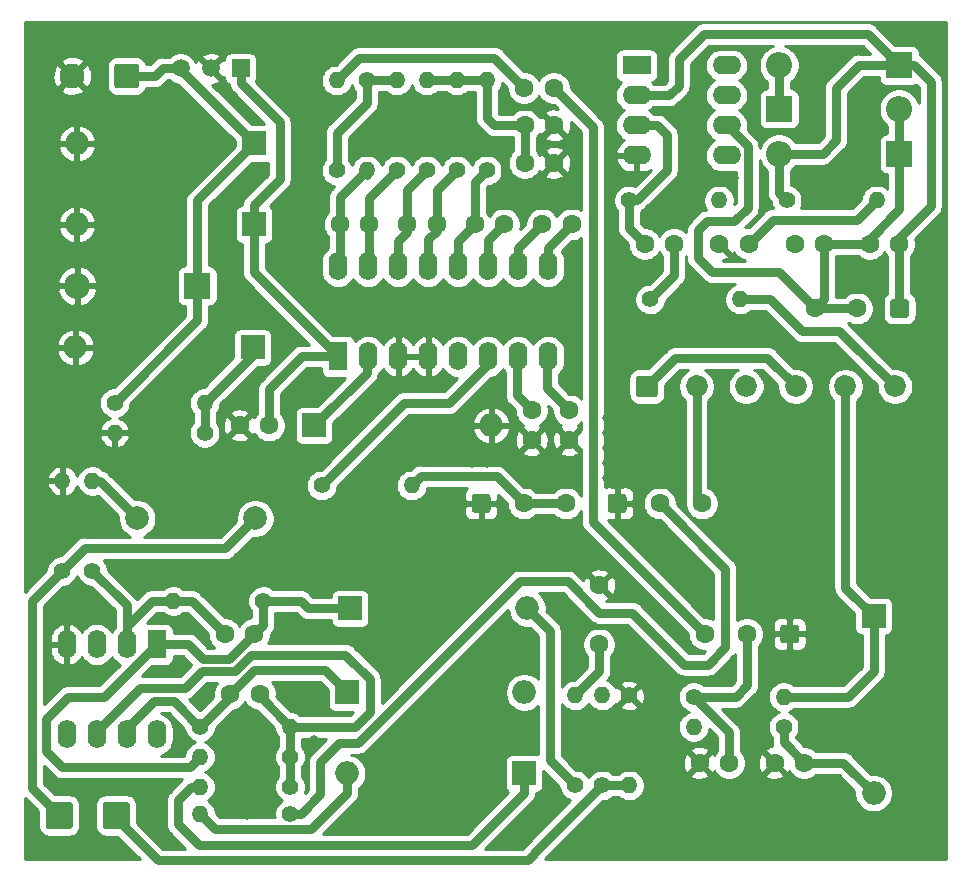
<source format=gbr>
%TF.GenerationSoftware,KiCad,Pcbnew,5.1.8+dfsg1-1~bpo10+1*%
%TF.CreationDate,2020-12-09T14:47:48+08:00*%
%TF.ProjectId,Dirty Delay,44697274-7920-4446-956c-61792e6b6963,rev?*%
%TF.SameCoordinates,Original*%
%TF.FileFunction,Copper,L1,Top*%
%TF.FilePolarity,Positive*%
%FSLAX46Y46*%
G04 Gerber Fmt 4.6, Leading zero omitted, Abs format (unit mm)*
G04 Created by KiCad (PCBNEW 5.1.8+dfsg1-1~bpo10+1) date 2020-12-09 14:47:48*
%MOMM*%
%LPD*%
G01*
G04 APERTURE LIST*
%TA.AperFunction,ComponentPad*%
%ADD10R,1.500000X1.500000*%
%TD*%
%TA.AperFunction,ComponentPad*%
%ADD11C,1.500000*%
%TD*%
%TA.AperFunction,ComponentPad*%
%ADD12R,2.000000X2.000000*%
%TD*%
%TA.AperFunction,ComponentPad*%
%ADD13O,2.000000X2.000000*%
%TD*%
%TA.AperFunction,ComponentPad*%
%ADD14R,2.400000X1.600000*%
%TD*%
%TA.AperFunction,ComponentPad*%
%ADD15O,2.400000X1.600000*%
%TD*%
%TA.AperFunction,ComponentPad*%
%ADD16C,1.600000*%
%TD*%
%TA.AperFunction,ComponentPad*%
%ADD17C,2.000000*%
%TD*%
%TA.AperFunction,ComponentPad*%
%ADD18O,2.200000X2.200000*%
%TD*%
%TA.AperFunction,ComponentPad*%
%ADD19R,2.200000X2.200000*%
%TD*%
%TA.AperFunction,ComponentPad*%
%ADD20C,1.400000*%
%TD*%
%TA.AperFunction,ComponentPad*%
%ADD21O,1.400000X1.400000*%
%TD*%
%TA.AperFunction,ComponentPad*%
%ADD22O,1.600000X2.400000*%
%TD*%
%TA.AperFunction,ComponentPad*%
%ADD23R,1.600000X2.400000*%
%TD*%
%TA.AperFunction,ComponentPad*%
%ADD24C,2.100000*%
%TD*%
%TA.AperFunction,ComponentPad*%
%ADD25C,1.850000*%
%TD*%
%TA.AperFunction,ViaPad*%
%ADD26C,0.800000*%
%TD*%
%TA.AperFunction,Conductor*%
%ADD27C,0.750000*%
%TD*%
%TA.AperFunction,Conductor*%
%ADD28C,0.254000*%
%TD*%
%TA.AperFunction,Conductor*%
%ADD29C,0.100000*%
%TD*%
G04 APERTURE END LIST*
D10*
%TO.P,U1,1*%
%TO.N,+5V*%
X127127000Y-49784000D03*
D11*
%TO.P,U1,3*%
%TO.N,+9V*%
X122047000Y-49784000D03*
%TO.P,U1,2*%
%TO.N,GND*%
X124587000Y-49784000D03*
%TD*%
D12*
%TO.P,C1,1*%
%TO.N,+4.5V*%
X128143000Y-73406000D03*
D13*
%TO.P,C1,2*%
%TO.N,GND*%
X113143000Y-73406000D03*
%TD*%
D14*
%TO.P,U5,1*%
%TO.N,N/C*%
X160655000Y-49530000D03*
D15*
%TO.P,U5,5*%
X168275000Y-57150000D03*
%TO.P,U5,2*%
%TO.N,Net-(C26-Pad1)*%
X160655000Y-52070000D03*
%TO.P,U5,6*%
%TO.N,Net-(C26-Pad2)*%
X168275000Y-54610000D03*
%TO.P,U5,3*%
%TO.N,Net-(C24-Pad2)*%
X160655000Y-54610000D03*
%TO.P,U5,7*%
%TO.N,+9V*%
X168275000Y-52070000D03*
%TO.P,U5,4*%
%TO.N,GND*%
X160655000Y-57150000D03*
%TO.P,U5,8*%
%TO.N,N/C*%
X168275000Y-49530000D03*
%TD*%
D13*
%TO.P,C2,2*%
%TO.N,GND*%
X113270000Y-56134000D03*
D12*
%TO.P,C2,1*%
%TO.N,+9V*%
X128270000Y-56134000D03*
%TD*%
%TO.P,C3,1*%
%TO.N,+5V*%
X128270000Y-62992000D03*
D13*
%TO.P,C3,2*%
%TO.N,GND*%
X113270000Y-62992000D03*
%TD*%
D16*
%TO.P,C4,2*%
%TO.N,GND*%
X127040000Y-80010000D03*
%TO.P,C4,1*%
%TO.N,+5V*%
X129540000Y-80010000D03*
%TD*%
%TO.P,C5,2*%
%TO.N,Net-(C5-Pad2)*%
X125770000Y-97663000D03*
%TO.P,C5,1*%
%TO.N,Net-(C5-Pad1)*%
X128270000Y-97663000D03*
%TD*%
D12*
%TO.P,C6,1*%
%TO.N,Net-(C5-Pad1)*%
X136398000Y-95504000D03*
D13*
%TO.P,C6,2*%
%TO.N,Net-(C6-Pad2)*%
X151398000Y-95504000D03*
%TD*%
D12*
%TO.P,C7,1*%
%TO.N,Net-(C7-Pad1)*%
X133350000Y-80010000D03*
D13*
%TO.P,C7,2*%
%TO.N,GND*%
X148350000Y-80010000D03*
%TD*%
D16*
%TO.P,C8,2*%
%TO.N,GND*%
X151765000Y-81240000D03*
%TO.P,C8,1*%
%TO.N,Net-(C8-Pad1)*%
X151765000Y-78740000D03*
%TD*%
%TO.P,C9,1*%
%TO.N,Net-(C9-Pad1)*%
X154940000Y-78740000D03*
%TO.P,C9,2*%
%TO.N,GND*%
X154940000Y-81240000D03*
%TD*%
%TO.P,C10,1*%
%TO.N,Net-(C10-Pad1)*%
X135509000Y-62992000D03*
%TO.P,C10,2*%
%TO.N,Net-(C10-Pad2)*%
X138009000Y-62992000D03*
%TD*%
%TO.P,C11,2*%
%TO.N,Net-(C11-Pad2)*%
X143724000Y-62992000D03*
%TO.P,C11,1*%
%TO.N,Net-(C11-Pad1)*%
X141224000Y-62992000D03*
%TD*%
%TO.P,C12,1*%
%TO.N,Net-(C12-Pad1)*%
X146939000Y-62992000D03*
%TO.P,C12,2*%
%TO.N,Net-(C12-Pad2)*%
X149439000Y-62992000D03*
%TD*%
%TO.P,C13,2*%
%TO.N,Net-(C13-Pad2)*%
X155154000Y-62992000D03*
%TO.P,C13,1*%
%TO.N,Net-(C13-Pad1)*%
X152654000Y-62992000D03*
%TD*%
%TO.P,C14,1*%
%TO.N,Net-(C14-Pad1)*%
X157480000Y-98552000D03*
%TO.P,C14,2*%
%TO.N,GND*%
X157480000Y-93552000D03*
%TD*%
%TO.P,C15,1*%
%TO.N,Net-(C15-Pad1)*%
X174839000Y-108585000D03*
%TO.P,C15,2*%
%TO.N,GND*%
X172339000Y-108585000D03*
%TD*%
D13*
%TO.P,C16,2*%
%TO.N,Net-(C15-Pad1)*%
X180721000Y-111139000D03*
D12*
%TO.P,C16,1*%
%TO.N,Net-(C16-Pad1)*%
X180721000Y-96139000D03*
%TD*%
D16*
%TO.P,C17,2*%
%TO.N,GND*%
X165989000Y-108585000D03*
%TO.P,C17,1*%
%TO.N,Net-(C17-Pad1)*%
X168489000Y-108585000D03*
%TD*%
D17*
%TO.P,C18,1*%
%TO.N,Net-(C18-Pad1)*%
X118364000Y-87884000D03*
%TO.P,C18,2*%
%TO.N,Net-(C18-Pad2)*%
X128364000Y-87884000D03*
%TD*%
D16*
%TO.P,C19,2*%
%TO.N,Net-(C19-Pad2)*%
X151170000Y-57785000D03*
%TO.P,C19,1*%
%TO.N,GND*%
X153670000Y-57785000D03*
%TD*%
D12*
%TO.P,C20,1*%
%TO.N,Net-(C20-Pad1)*%
X151130000Y-109474000D03*
D13*
%TO.P,C20,2*%
%TO.N,Net-(C20-Pad2)*%
X136130000Y-109474000D03*
%TD*%
D16*
%TO.P,C21,1*%
%TO.N,Net-(C21-Pad1)*%
X126238000Y-102743000D03*
%TO.P,C21,2*%
%TO.N,Net-(C21-Pad2)*%
X128738000Y-102743000D03*
%TD*%
%TO.P,C22,1*%
%TO.N,Net-(C22-Pad1)*%
X151130000Y-51435000D03*
%TO.P,C22,2*%
%TO.N,Net-(C22-Pad2)*%
X153630000Y-51435000D03*
%TD*%
D13*
%TO.P,C23,2*%
%TO.N,Net-(C23-Pad2)*%
X151144000Y-102616000D03*
D12*
%TO.P,C23,1*%
%TO.N,Net-(C21-Pad1)*%
X136144000Y-102616000D03*
%TD*%
D16*
%TO.P,C24,2*%
%TO.N,Net-(C24-Pad2)*%
X161330000Y-64643000D03*
%TO.P,C24,1*%
%TO.N,Net-(C24-Pad1)*%
X163830000Y-64643000D03*
%TD*%
%TO.P,C25,1*%
%TO.N,GND*%
X167640000Y-64643000D03*
%TO.P,C25,2*%
%TO.N,Net-(C25-Pad2)*%
X170140000Y-64643000D03*
%TD*%
%TO.P,C26,1*%
%TO.N,Net-(C26-Pad1)*%
X182880000Y-64643000D03*
%TO.P,C26,2*%
%TO.N,Net-(C26-Pad2)*%
X180380000Y-64643000D03*
%TD*%
%TO.P,C27,1*%
%TO.N,Net-(C26-Pad2)*%
X176530000Y-64643000D03*
%TO.P,C27,2*%
%TO.N,Net-(C27-Pad2)*%
X174030000Y-64643000D03*
%TD*%
%TO.P,C28,2*%
%TO.N,Net-(C19-Pad2)*%
X151170000Y-54610000D03*
%TO.P,C28,1*%
%TO.N,GND*%
X153670000Y-54610000D03*
%TD*%
D18*
%TO.P,D1,2*%
%TO.N,GND*%
X113284000Y-68199000D03*
D19*
%TO.P,D1,1*%
%TO.N,+9V*%
X123444000Y-68199000D03*
%TD*%
%TO.P,D2,1*%
%TO.N,Net-(C26-Pad1)*%
X182880000Y-49530000D03*
D18*
%TO.P,D2,2*%
%TO.N,Net-(D2-Pad2)*%
X172720000Y-49530000D03*
%TD*%
%TO.P,D3,2*%
%TO.N,Net-(C26-Pad1)*%
X172720000Y-57023000D03*
D19*
%TO.P,D3,1*%
%TO.N,Net-(C26-Pad2)*%
X182880000Y-57023000D03*
%TD*%
%TO.P,D4,1*%
%TO.N,Net-(D2-Pad2)*%
X172720000Y-53213000D03*
D18*
%TO.P,D4,2*%
%TO.N,Net-(C26-Pad2)*%
X182880000Y-53213000D03*
%TD*%
D16*
%TO.P,Gain,3*%
%TO.N,Net-(C26-Pad2)*%
X175724000Y-70104000D03*
%TO.P,Gain,2*%
X179324000Y-70104000D03*
%TO.P,Gain,1*%
%TO.N,Net-(C26-Pad1)*%
%TA.AperFunction,ComponentPad*%
G36*
G01*
X183724000Y-69554000D02*
X183724000Y-70654000D01*
G75*
G02*
X183474000Y-70904000I-250000J0D01*
G01*
X182374000Y-70904000D01*
G75*
G02*
X182124000Y-70654000I0J250000D01*
G01*
X182124000Y-69554000D01*
G75*
G02*
X182374000Y-69304000I250000J0D01*
G01*
X183474000Y-69304000D01*
G75*
G02*
X183724000Y-69554000I0J-250000D01*
G01*
G37*
%TD.AperFunction*%
%TD*%
%TO.P,Level,3*%
%TO.N,Net-(Level1-Pad3)*%
X166204000Y-86614000D03*
%TO.P,Level,2*%
%TO.N,Net-(Level1-Pad2)*%
X162604000Y-86614000D03*
%TO.P,Level,1*%
%TO.N,GND*%
%TA.AperFunction,ComponentPad*%
G36*
G01*
X158204000Y-87164000D02*
X158204000Y-86064000D01*
G75*
G02*
X158454000Y-85814000I250000J0D01*
G01*
X159554000Y-85814000D01*
G75*
G02*
X159804000Y-86064000I0J-250000D01*
G01*
X159804000Y-87164000D01*
G75*
G02*
X159554000Y-87414000I-250000J0D01*
G01*
X158454000Y-87414000D01*
G75*
G02*
X158204000Y-87164000I0J250000D01*
G01*
G37*
%TD.AperFunction*%
%TD*%
D20*
%TO.P,R1,1*%
%TO.N,+9V*%
X116459000Y-78105000D03*
D21*
%TO.P,R1,2*%
%TO.N,+4.5V*%
X124079000Y-78105000D03*
%TD*%
%TO.P,R2,2*%
%TO.N,GND*%
X116459000Y-80645000D03*
D20*
%TO.P,R2,1*%
%TO.N,+4.5V*%
X124079000Y-80645000D03*
%TD*%
%TO.P,R3,1*%
%TO.N,Net-(C5-Pad1)*%
X129032000Y-94869000D03*
D21*
%TO.P,R3,2*%
%TO.N,Net-(C5-Pad2)*%
X121412000Y-94869000D03*
%TD*%
%TO.P,R4,2*%
%TO.N,Net-(C14-Pad1)*%
X155448000Y-102870000D03*
D20*
%TO.P,R4,1*%
%TO.N,Net-(C6-Pad2)*%
X155448000Y-110490000D03*
%TD*%
%TO.P,R5,1*%
%TO.N,Net-(R5-Pad1)*%
X133985000Y-85090000D03*
D21*
%TO.P,R5,2*%
%TO.N,Net-(R5-Pad2)*%
X141605000Y-85090000D03*
%TD*%
D20*
%TO.P,R6,1*%
%TO.N,Net-(C14-Pad1)*%
X137795000Y-50800000D03*
D21*
%TO.P,R6,2*%
%TO.N,Net-(C10-Pad1)*%
X137795000Y-58420000D03*
%TD*%
%TO.P,R7,2*%
%TO.N,Net-(C14-Pad1)*%
X140335000Y-50800000D03*
D20*
%TO.P,R7,1*%
%TO.N,Net-(C10-Pad2)*%
X140335000Y-58420000D03*
%TD*%
D21*
%TO.P,R8,2*%
%TO.N,Net-(C19-Pad2)*%
X142875000Y-50800000D03*
D20*
%TO.P,R8,1*%
%TO.N,Net-(C11-Pad1)*%
X142875000Y-58420000D03*
%TD*%
%TO.P,R9,1*%
%TO.N,Net-(C11-Pad2)*%
X145415000Y-58420000D03*
D21*
%TO.P,R9,2*%
%TO.N,Net-(C19-Pad2)*%
X145415000Y-50800000D03*
%TD*%
D20*
%TO.P,R10,1*%
%TO.N,Net-(C12-Pad1)*%
X147955000Y-58420000D03*
D21*
%TO.P,R10,2*%
%TO.N,Net-(C19-Pad2)*%
X147955000Y-50800000D03*
%TD*%
%TO.P,R11,2*%
%TO.N,Net-(C11-Pad1)*%
X165481000Y-105537000D03*
D20*
%TO.P,R11,1*%
%TO.N,Net-(C15-Pad1)*%
X173101000Y-105537000D03*
%TD*%
D21*
%TO.P,R12,2*%
%TO.N,Net-(C22-Pad1)*%
X135255000Y-50800000D03*
D20*
%TO.P,R12,1*%
%TO.N,Net-(C14-Pad1)*%
X135255000Y-58420000D03*
%TD*%
%TO.P,R13,1*%
%TO.N,Net-(C17-Pad1)*%
X165481000Y-102997000D03*
D21*
%TO.P,R13,2*%
%TO.N,Net-(C16-Pad1)*%
X173101000Y-102997000D03*
%TD*%
D20*
%TO.P,R14,1*%
%TO.N,Net-(C18-Pad2)*%
X112014000Y-92329000D03*
D21*
%TO.P,R14,2*%
%TO.N,GND*%
X112014000Y-84709000D03*
%TD*%
D20*
%TO.P,R15,1*%
%TO.N,Net-(C5-Pad2)*%
X114554000Y-92329000D03*
D21*
%TO.P,R15,2*%
%TO.N,Net-(C18-Pad1)*%
X114554000Y-84709000D03*
%TD*%
D20*
%TO.P,R16,1*%
%TO.N,Net-(C21-Pad2)*%
X131318000Y-108077000D03*
D21*
%TO.P,R16,2*%
%TO.N,Net-(C5-Pad1)*%
X123698000Y-108077000D03*
%TD*%
%TO.P,R17,2*%
%TO.N,Net-(C20-Pad1)*%
X123698000Y-110617000D03*
D20*
%TO.P,R17,1*%
%TO.N,Net-(C21-Pad2)*%
X131318000Y-110617000D03*
%TD*%
%TO.P,R18,1*%
%TO.N,Net-(C21-Pad1)*%
X123698000Y-105537000D03*
D21*
%TO.P,R18,2*%
%TO.N,Net-(C21-Pad2)*%
X131318000Y-105537000D03*
%TD*%
%TO.P,R19,2*%
%TO.N,Net-(C20-Pad2)*%
X123698000Y-112903000D03*
D20*
%TO.P,R19,1*%
%TO.N,Net-(Level1-Pad2)*%
X131318000Y-112903000D03*
%TD*%
%TO.P,R20,1*%
%TO.N,Net-(R20-Pad1)*%
X157734000Y-110490000D03*
D21*
%TO.P,R20,2*%
%TO.N,Net-(C23-Pad2)*%
X157734000Y-102870000D03*
%TD*%
%TO.P,R21,2*%
%TO.N,Net-(R20-Pad1)*%
X160020000Y-110490000D03*
D20*
%TO.P,R21,1*%
%TO.N,GND*%
X160020000Y-102870000D03*
%TD*%
D21*
%TO.P,R22,2*%
%TO.N,Net-(R22-Pad2)*%
X169418000Y-69342000D03*
D20*
%TO.P,R22,1*%
%TO.N,Net-(C24-Pad1)*%
X161798000Y-69342000D03*
%TD*%
D21*
%TO.P,R23,2*%
%TO.N,+4.5V*%
X167640000Y-60960000D03*
D20*
%TO.P,R23,1*%
%TO.N,Net-(C24-Pad2)*%
X160020000Y-60960000D03*
%TD*%
D21*
%TO.P,R24,2*%
%TO.N,Net-(C25-Pad2)*%
X180975000Y-60960000D03*
D20*
%TO.P,R24,1*%
%TO.N,Net-(C26-Pad1)*%
X173355000Y-60960000D03*
%TD*%
%TO.P,Repeats,1*%
%TO.N,GND*%
%TA.AperFunction,ComponentPad*%
G36*
G01*
X174409000Y-97113000D02*
X174409000Y-98213000D01*
G75*
G02*
X174159000Y-98463000I-250000J0D01*
G01*
X173059000Y-98463000D01*
G75*
G02*
X172809000Y-98213000I0J250000D01*
G01*
X172809000Y-97113000D01*
G75*
G02*
X173059000Y-96863000I250000J0D01*
G01*
X174159000Y-96863000D01*
G75*
G02*
X174409000Y-97113000I0J-250000D01*
G01*
G37*
%TD.AperFunction*%
D16*
%TO.P,Repeats,2*%
%TO.N,Net-(C17-Pad1)*%
X170009000Y-97663000D03*
%TO.P,Repeats,3*%
%TO.N,Net-(C22-Pad2)*%
X166409000Y-97663000D03*
%TD*%
%TO.P,Time,1*%
%TO.N,GND*%
%TA.AperFunction,ComponentPad*%
G36*
G01*
X146686000Y-87164000D02*
X146686000Y-86064000D01*
G75*
G02*
X146936000Y-85814000I250000J0D01*
G01*
X148036000Y-85814000D01*
G75*
G02*
X148286000Y-86064000I0J-250000D01*
G01*
X148286000Y-87164000D01*
G75*
G02*
X148036000Y-87414000I-250000J0D01*
G01*
X146936000Y-87414000D01*
G75*
G02*
X146686000Y-87164000I0J250000D01*
G01*
G37*
%TD.AperFunction*%
%TO.P,Time,2*%
%TO.N,Net-(R5-Pad2)*%
X151086000Y-86614000D03*
%TO.P,Time,3*%
X154686000Y-86614000D03*
%TD*%
D22*
%TO.P,U2,8*%
%TO.N,+9V*%
X120015000Y-106172000D03*
%TO.P,U2,4*%
%TO.N,GND*%
X112395000Y-98552000D03*
%TO.P,U2,7*%
%TO.N,Net-(C21-Pad1)*%
X117475000Y-106172000D03*
%TO.P,U2,3*%
%TO.N,+4.5V*%
X114935000Y-98552000D03*
%TO.P,U2,6*%
%TO.N,Net-(C21-Pad2)*%
X114935000Y-106172000D03*
%TO.P,U2,2*%
%TO.N,Net-(C5-Pad2)*%
X117475000Y-98552000D03*
%TO.P,U2,5*%
%TO.N,+4.5V*%
X112395000Y-106172000D03*
D23*
%TO.P,U2,1*%
%TO.N,Net-(C5-Pad1)*%
X120015000Y-98552000D03*
%TD*%
%TO.P,U3,1*%
%TO.N,+5V*%
X135382000Y-74168000D03*
D22*
%TO.P,U3,9*%
%TO.N,Net-(C13-Pad2)*%
X153162000Y-66548000D03*
%TO.P,U3,2*%
%TO.N,Net-(C7-Pad1)*%
X137922000Y-74168000D03*
%TO.P,U3,10*%
%TO.N,Net-(C13-Pad1)*%
X150622000Y-66548000D03*
%TO.P,U3,3*%
%TO.N,GND*%
X140462000Y-74168000D03*
%TO.P,U3,11*%
%TO.N,Net-(C12-Pad2)*%
X148082000Y-66548000D03*
%TO.P,U3,4*%
%TO.N,GND*%
X143002000Y-74168000D03*
%TO.P,U3,12*%
%TO.N,Net-(C12-Pad1)*%
X145542000Y-66548000D03*
%TO.P,U3,5*%
%TO.N,N/C*%
X145542000Y-74168000D03*
%TO.P,U3,13*%
%TO.N,Net-(C11-Pad2)*%
X143002000Y-66548000D03*
%TO.P,U3,6*%
%TO.N,Net-(R5-Pad1)*%
X148082000Y-74168000D03*
%TO.P,U3,14*%
%TO.N,Net-(C11-Pad1)*%
X140462000Y-66548000D03*
%TO.P,U3,7*%
%TO.N,Net-(C8-Pad1)*%
X150622000Y-74168000D03*
%TO.P,U3,15*%
%TO.N,Net-(C10-Pad2)*%
X137922000Y-66548000D03*
%TO.P,U3,8*%
%TO.N,Net-(C9-Pad1)*%
X153162000Y-74168000D03*
%TO.P,U3,16*%
%TO.N,Net-(C10-Pad1)*%
X135382000Y-66548000D03*
%TD*%
%TO.P,J1,1*%
%TO.N,+9V*%
%TA.AperFunction,ComponentPad*%
G36*
G01*
X118525000Y-49618999D02*
X118525000Y-51219001D01*
G75*
G02*
X118275001Y-51469000I-249999J0D01*
G01*
X116674999Y-51469000D01*
G75*
G02*
X116425000Y-51219001I0J249999D01*
G01*
X116425000Y-49618999D01*
G75*
G02*
X116674999Y-49369000I249999J0D01*
G01*
X118275001Y-49369000D01*
G75*
G02*
X118525000Y-49618999I0J-249999D01*
G01*
G37*
%TD.AperFunction*%
D24*
%TO.P,J1,2*%
%TO.N,GND*%
X112875000Y-50419000D03*
%TD*%
%TO.P,SW1,1*%
%TO.N,Net-(SW1-Pad1)*%
%TA.AperFunction,ComponentPad*%
G36*
G01*
X160601000Y-77383001D02*
X160601000Y-76032999D01*
G75*
G02*
X160850999Y-75783000I249999J0D01*
G01*
X162201001Y-75783000D01*
G75*
G02*
X162451000Y-76032999I0J-249999D01*
G01*
X162451000Y-77383001D01*
G75*
G02*
X162201001Y-77633000I-249999J0D01*
G01*
X160850999Y-77633000D01*
G75*
G02*
X160601000Y-77383001I0J249999D01*
G01*
G37*
%TD.AperFunction*%
D25*
%TO.P,SW1,2*%
%TO.N,Net-(Level1-Pad3)*%
X165726000Y-76708000D03*
%TO.P,SW1,3*%
%TO.N,Net-(C27-Pad2)*%
X169926000Y-76708000D03*
%TO.P,SW1,4*%
%TO.N,Net-(SW1-Pad1)*%
X174126000Y-76708000D03*
%TO.P,SW1,5*%
%TO.N,Net-(C16-Pad1)*%
X178326000Y-76708000D03*
%TO.P,SW1,6*%
%TO.N,Net-(R22-Pad2)*%
X182526000Y-76708000D03*
%TD*%
%TO.P,IN,1*%
%TO.N,Net-(C18-Pad2)*%
%TA.AperFunction,ComponentPad*%
G36*
G01*
X110610000Y-113930000D02*
X110610000Y-112130000D01*
G75*
G02*
X110860000Y-111880000I250000J0D01*
G01*
X112660000Y-111880000D01*
G75*
G02*
X112910000Y-112130000I0J-250000D01*
G01*
X112910000Y-113930000D01*
G75*
G02*
X112660000Y-114180000I-250000J0D01*
G01*
X110860000Y-114180000D01*
G75*
G02*
X110610000Y-113930000I0J250000D01*
G01*
G37*
%TD.AperFunction*%
%TD*%
%TO.P,OUT,1*%
%TO.N,Net-(R20-Pad1)*%
%TA.AperFunction,ComponentPad*%
G36*
G01*
X115436000Y-113930000D02*
X115436000Y-112130000D01*
G75*
G02*
X115686000Y-111880000I250000J0D01*
G01*
X117486000Y-111880000D01*
G75*
G02*
X117736000Y-112130000I0J-250000D01*
G01*
X117736000Y-113930000D01*
G75*
G02*
X117486000Y-114180000I-250000J0D01*
G01*
X115686000Y-114180000D01*
G75*
G02*
X115436000Y-113930000I0J250000D01*
G01*
G37*
%TD.AperFunction*%
%TD*%
D26*
%TO.N,GND*%
X135890000Y-113665000D03*
X137160000Y-113665000D03*
X138430000Y-113665000D03*
X139700000Y-113665000D03*
X140970000Y-113665000D03*
X142240000Y-113665000D03*
X143510000Y-113665000D03*
X144780000Y-113665000D03*
X146050000Y-113665000D03*
X111760000Y-95885000D03*
X113030000Y-95885000D03*
X113030000Y-94615000D03*
X111760000Y-94615000D03*
X114300000Y-94615000D03*
X110490000Y-85725000D03*
X110490000Y-86995000D03*
X110490000Y-88265000D03*
X110490000Y-89535000D03*
X111125000Y-57785000D03*
X111125000Y-59055000D03*
X111125000Y-60325000D03*
X111125000Y-61595000D03*
X111125000Y-64135000D03*
X111125000Y-65405000D03*
X111125000Y-66675000D03*
X111125000Y-69215000D03*
X111125000Y-70485000D03*
X111125000Y-71755000D03*
X111125000Y-74930000D03*
X111125000Y-54610000D03*
X111125000Y-53340000D03*
X111125000Y-76200000D03*
X111125000Y-77470000D03*
X111125000Y-78740000D03*
X111125000Y-80010000D03*
X110490000Y-47625000D03*
X110490000Y-48895000D03*
X110490000Y-50165000D03*
X110490000Y-51435000D03*
X123825000Y-46990000D03*
X125095000Y-46990000D03*
X126365000Y-46990000D03*
X127635000Y-46990000D03*
X128905000Y-46990000D03*
X130175000Y-46990000D03*
X122555000Y-46990000D03*
X121285000Y-46990000D03*
X121285000Y-48260000D03*
X133350000Y-50800000D03*
X133350000Y-52070000D03*
X133350000Y-53340000D03*
X133350000Y-54610000D03*
X133350000Y-55880000D03*
X133350000Y-57150000D03*
X133350000Y-58420000D03*
X150495000Y-48895000D03*
X151765000Y-48895000D03*
X153035000Y-48895000D03*
X154305000Y-48895000D03*
X155575000Y-48895000D03*
X110490000Y-115570000D03*
X111760000Y-115570000D03*
X113030000Y-115570000D03*
X114300000Y-115570000D03*
X115570000Y-115570000D03*
X116840000Y-115570000D03*
X150495000Y-113665000D03*
X151765000Y-113665000D03*
X153035000Y-112395000D03*
X153035000Y-111125000D03*
X158750000Y-59055000D03*
X160020000Y-59055000D03*
X158750000Y-57785000D03*
X158750000Y-56515000D03*
X171450000Y-59055000D03*
X171450000Y-60325000D03*
X171450000Y-61595000D03*
X184150000Y-46990000D03*
X185420000Y-46990000D03*
X185420000Y-48260000D03*
X184785000Y-80645000D03*
X183515000Y-80645000D03*
X182245000Y-80645000D03*
X180975000Y-80645000D03*
X179705000Y-80645000D03*
X176530000Y-80645000D03*
X175260000Y-80645000D03*
X173990000Y-80645000D03*
X172720000Y-80645000D03*
X171450000Y-80645000D03*
X171450000Y-79375000D03*
X172720000Y-79375000D03*
X173990000Y-79375000D03*
X175260000Y-79375000D03*
X176530000Y-79375000D03*
X179705000Y-79375000D03*
X180975000Y-79375000D03*
X182245000Y-79375000D03*
X183515000Y-79375000D03*
X184785000Y-79375000D03*
X163830000Y-92075000D03*
X165100000Y-92075000D03*
X165100000Y-93345000D03*
X166370000Y-93345000D03*
X163830000Y-90805000D03*
X166370000Y-94615000D03*
X176530000Y-95250000D03*
X176530000Y-96520000D03*
X176530000Y-97790000D03*
X176530000Y-99060000D03*
X176530000Y-100330000D03*
X176530000Y-101600000D03*
X175260000Y-95250000D03*
X173990000Y-95250000D03*
X172720000Y-95250000D03*
X171450000Y-95250000D03*
X170180000Y-95250000D03*
X170180000Y-93980000D03*
X171450000Y-93980000D03*
X172720000Y-93980000D03*
X173990000Y-93980000D03*
X175260000Y-93980000D03*
X176530000Y-93980000D03*
X165100000Y-111125000D03*
X166370000Y-111125000D03*
X167640000Y-111125000D03*
X168910000Y-111125000D03*
X170180000Y-111125000D03*
X171450000Y-111125000D03*
X172720000Y-111125000D03*
X173990000Y-111125000D03*
X175260000Y-111125000D03*
X176530000Y-111125000D03*
X176530000Y-112395000D03*
X175260000Y-112395000D03*
X173990000Y-112395000D03*
X172720000Y-112395000D03*
X171450000Y-112395000D03*
X170180000Y-112395000D03*
X168910000Y-112395000D03*
X167640000Y-112395000D03*
X166370000Y-112395000D03*
X165100000Y-112395000D03*
X165100000Y-113665000D03*
X166370000Y-113665000D03*
X167640000Y-113665000D03*
X168910000Y-113665000D03*
X170180000Y-113665000D03*
X171450000Y-113665000D03*
X172720000Y-113665000D03*
X173990000Y-113665000D03*
X175260000Y-113665000D03*
X176530000Y-113665000D03*
X135890000Y-71755000D03*
X137160000Y-71755000D03*
X138430000Y-71755000D03*
X139700000Y-71755000D03*
X140970000Y-71755000D03*
X142240000Y-71755000D03*
X143510000Y-71755000D03*
X144780000Y-71755000D03*
X146050000Y-71755000D03*
X147320000Y-71755000D03*
X148590000Y-71755000D03*
X149860000Y-71755000D03*
X151130000Y-71755000D03*
X152400000Y-71755000D03*
X153670000Y-71755000D03*
X113030000Y-100965000D03*
X111760000Y-100965000D03*
X158115000Y-84455000D03*
X159385000Y-84455000D03*
X164465000Y-83185000D03*
X163195000Y-83185000D03*
X161925000Y-83185000D03*
X160655000Y-83185000D03*
X159385000Y-83185000D03*
X158115000Y-83185000D03*
X158115000Y-81915000D03*
X159385000Y-81915000D03*
X160655000Y-81915000D03*
X161925000Y-81915000D03*
X163195000Y-81915000D03*
X164465000Y-81915000D03*
X164465000Y-80645000D03*
X163195000Y-80645000D03*
X161925000Y-80645000D03*
X160655000Y-80645000D03*
X159385000Y-80645000D03*
X158115000Y-80645000D03*
X158115000Y-79375000D03*
X159385000Y-79375000D03*
X160655000Y-79375000D03*
X161925000Y-79375000D03*
X163195000Y-79375000D03*
X164465000Y-79375000D03*
X150495000Y-83185000D03*
X151765000Y-83185000D03*
X153035000Y-83185000D03*
X154305000Y-83185000D03*
X155575000Y-83185000D03*
X155575000Y-84455000D03*
X154305000Y-84455000D03*
X153035000Y-84455000D03*
X151765000Y-84455000D03*
X144780000Y-80645000D03*
X144780000Y-81915000D03*
X143510000Y-81915000D03*
X143510000Y-80645000D03*
X142240000Y-80645000D03*
X142240000Y-81915000D03*
X147955000Y-77470000D03*
X149225000Y-77470000D03*
X149225000Y-76200000D03*
X147955000Y-81915000D03*
X149225000Y-81915000D03*
X149225000Y-83185000D03*
X147955000Y-83185000D03*
X146685000Y-81915000D03*
X146685000Y-83185000D03*
X167640000Y-59055000D03*
X168910000Y-59055000D03*
X175260000Y-59055000D03*
X176530000Y-59055000D03*
X177800000Y-59055000D03*
X179070000Y-59055000D03*
X180340000Y-59055000D03*
X160655000Y-84455000D03*
X161925000Y-84455000D03*
X163195000Y-84455000D03*
X164465000Y-84455000D03*
X178435000Y-67310000D03*
X179705000Y-67310000D03*
X180975000Y-67310000D03*
X160655000Y-72390000D03*
X161925000Y-72390000D03*
X163195000Y-72390000D03*
X164465000Y-72390000D03*
X165735000Y-72390000D03*
X167005000Y-72390000D03*
X168275000Y-72390000D03*
X168275000Y-71120000D03*
X167005000Y-71120000D03*
X165735000Y-71120000D03*
X164465000Y-71120000D03*
X163195000Y-71120000D03*
X161925000Y-71120000D03*
X160655000Y-71120000D03*
X159385000Y-71120000D03*
X159385000Y-72390000D03*
X159385000Y-69850000D03*
X159385000Y-68580000D03*
X159385000Y-67310000D03*
X160655000Y-67310000D03*
X161925000Y-67310000D03*
X159385000Y-66040000D03*
X159385000Y-64770000D03*
X162560000Y-90805000D03*
X162560000Y-89535000D03*
X161290000Y-89535000D03*
X175895000Y-104775000D03*
X175895000Y-106045000D03*
X177165000Y-106045000D03*
X177165000Y-104775000D03*
X178435000Y-104775000D03*
X178435000Y-106045000D03*
X179705000Y-106045000D03*
X179705000Y-104775000D03*
X180975000Y-104775000D03*
X180975000Y-106045000D03*
X180975000Y-103505000D03*
X182245000Y-103505000D03*
X182245000Y-104775000D03*
X182245000Y-106045000D03*
X183515000Y-106045000D03*
X183515000Y-103505000D03*
X183515000Y-104775000D03*
X180975000Y-107315000D03*
X182245000Y-107315000D03*
X183515000Y-107315000D03*
X180975000Y-108585000D03*
X182245000Y-108585000D03*
X183515000Y-108585000D03*
X130810000Y-97790000D03*
X132080000Y-97790000D03*
X133350000Y-97790000D03*
X134620000Y-97790000D03*
X130810000Y-93345000D03*
X132080000Y-92075000D03*
X133350000Y-92075000D03*
X134620000Y-92075000D03*
X132080000Y-93345000D03*
X133350000Y-93345000D03*
X134620000Y-93345000D03*
X135890000Y-92075000D03*
X137160000Y-92075000D03*
X138430000Y-92075000D03*
X139700000Y-92075000D03*
X130810000Y-92075000D03*
X130810000Y-96520000D03*
X131445000Y-102870000D03*
X132715000Y-102870000D03*
X127635000Y-105410000D03*
X127635000Y-106680000D03*
X127635000Y-107950000D03*
X127635000Y-109220000D03*
X127635000Y-110490000D03*
X127635000Y-111760000D03*
X127635000Y-113030000D03*
X120015000Y-110490000D03*
X120015000Y-111760000D03*
X120015000Y-113030000D03*
X120015000Y-114300000D03*
X121920000Y-107315000D03*
X121920000Y-106045000D03*
X123825000Y-102870000D03*
X121920000Y-100330000D03*
X120015000Y-100965000D03*
X122555000Y-97155000D03*
X123825000Y-97790000D03*
X133350000Y-106680000D03*
X132715000Y-104140000D03*
X140970000Y-80645000D03*
X140970000Y-81915000D03*
X139700000Y-81915000D03*
X118745000Y-84455000D03*
X120015000Y-84455000D03*
X121285000Y-84455000D03*
X121285000Y-85725000D03*
X121285000Y-86995000D03*
X120015000Y-85725000D03*
X116840000Y-53340000D03*
X118110000Y-53340000D03*
X115570000Y-53340000D03*
X116840000Y-54610000D03*
X118110000Y-57785000D03*
X118110000Y-59055000D03*
X116840000Y-59055000D03*
X116840000Y-57785000D03*
X115570000Y-59055000D03*
X114300000Y-53340000D03*
X115570000Y-54610000D03*
X115570000Y-57785000D03*
X114300000Y-59055000D03*
X113030000Y-59055000D03*
X113030000Y-53340000D03*
X118110000Y-54610000D03*
X113030000Y-60325000D03*
X114300000Y-60325000D03*
X115570000Y-60325000D03*
X116840000Y-60325000D03*
X118110000Y-60325000D03*
X118110000Y-61595000D03*
X116840000Y-61595000D03*
X115570000Y-61595000D03*
X113030000Y-65405000D03*
X114300000Y-65405000D03*
X115570000Y-65405000D03*
X116840000Y-65405000D03*
X118110000Y-65405000D03*
X118110000Y-64135000D03*
X116840000Y-64135000D03*
X115570000Y-64135000D03*
X113030000Y-71120000D03*
X114300000Y-71120000D03*
X115570000Y-71120000D03*
X116840000Y-71120000D03*
X115570000Y-72390000D03*
X113030000Y-75565000D03*
X114300000Y-75565000D03*
X115570000Y-75565000D03*
X115570000Y-74295000D03*
X116840000Y-74295000D03*
X116840000Y-75565000D03*
X116840000Y-72390000D03*
X115570000Y-69215000D03*
X116840000Y-69215000D03*
X115570000Y-67945000D03*
X115570000Y-66675000D03*
X116840000Y-66675000D03*
X116840000Y-67945000D03*
X119380000Y-81915000D03*
X119380000Y-80645000D03*
X119380000Y-79375000D03*
X119380000Y-78105000D03*
X120650000Y-78105000D03*
X120650000Y-79375000D03*
X120650000Y-80645000D03*
X120650000Y-81915000D03*
X121920000Y-81915000D03*
X121920000Y-80645000D03*
X121920000Y-79375000D03*
X121920000Y-78105000D03*
X127000000Y-78105000D03*
X127000000Y-81915000D03*
X127000000Y-83185000D03*
X127000000Y-84455000D03*
X128270000Y-84455000D03*
X128270000Y-83185000D03*
X128270000Y-81915000D03*
X125730000Y-83185000D03*
X125730000Y-84455000D03*
X129540000Y-84455000D03*
X129540000Y-83185000D03*
X130810000Y-83185000D03*
X130810000Y-84455000D03*
X129540000Y-81915000D03*
X130810000Y-81915000D03*
X118110000Y-66675000D03*
X118110000Y-67945000D03*
X118110000Y-69215000D03*
X118110000Y-71120000D03*
X118110000Y-72390000D03*
X118110000Y-74295000D03*
X161925000Y-104140000D03*
X161925000Y-105410000D03*
X161925000Y-106680000D03*
X161925000Y-107950000D03*
X161925000Y-109220000D03*
X161925000Y-110490000D03*
X161925000Y-111760000D03*
X161925000Y-113030000D03*
X161925000Y-114300000D03*
X163195000Y-105410000D03*
X163195000Y-106680000D03*
X163195000Y-107950000D03*
X163195000Y-109220000D03*
X163195000Y-110490000D03*
X163195000Y-111760000D03*
X163195000Y-113030000D03*
X163195000Y-114300000D03*
%TD*%
D27*
%TO.N,+4.5V*%
X128143000Y-74041000D02*
X124079000Y-78105000D01*
X128143000Y-73406000D02*
X128143000Y-74041000D01*
X124079000Y-78105000D02*
X124079000Y-80645000D01*
%TO.N,+9V*%
X123444000Y-60960000D02*
X123444000Y-68199000D01*
X128270000Y-56134000D02*
X123444000Y-60960000D01*
X123444000Y-68199000D02*
X123444000Y-71120000D01*
X123444000Y-71120000D02*
X116459000Y-78105000D01*
X121920000Y-49784000D02*
X128270000Y-56134000D01*
X120523000Y-49784000D02*
X121920000Y-49784000D01*
X117475000Y-50419000D02*
X119888000Y-50419000D01*
X119888000Y-50419000D02*
X120523000Y-49784000D01*
%TO.N,+5V*%
X129540000Y-80010000D02*
X129540000Y-76962000D01*
X132334000Y-74168000D02*
X135382000Y-74168000D01*
X129540000Y-76962000D02*
X132334000Y-74168000D01*
X128270000Y-62992000D02*
X128270000Y-67056000D01*
X128270000Y-67056000D02*
X135382000Y-74168000D01*
X130429000Y-59182000D02*
X128270000Y-61341000D01*
X130429000Y-54356000D02*
X130429000Y-59182000D01*
X128270000Y-61341000D02*
X128270000Y-62992000D01*
X127127000Y-49784000D02*
X127127000Y-51054000D01*
X127127000Y-51054000D02*
X130429000Y-54356000D01*
%TO.N,Net-(C5-Pad2)*%
X114554000Y-92329000D02*
X117475000Y-95250000D01*
X121412000Y-94869000D02*
X119634000Y-94869000D01*
X117475000Y-95250000D02*
X117475000Y-97028000D01*
X119634000Y-94869000D02*
X117475000Y-97028000D01*
X117475000Y-97028000D02*
X117475000Y-98552000D01*
X122976000Y-94869000D02*
X125770000Y-97663000D01*
X121412000Y-94869000D02*
X122976000Y-94869000D01*
%TO.N,Net-(C5-Pad1)*%
X129032000Y-96901000D02*
X128270000Y-97663000D01*
X129032000Y-94869000D02*
X129032000Y-96901000D01*
X122809000Y-108966000D02*
X123698000Y-108077000D01*
X115570000Y-102997000D02*
X112522000Y-102997000D01*
X120015000Y-98552000D02*
X115570000Y-102997000D01*
X112522000Y-102997000D02*
X110617000Y-104902000D01*
X110617000Y-104902000D02*
X110617000Y-107569000D01*
X110617000Y-107569000D02*
X112014000Y-108966000D01*
X112014000Y-108966000D02*
X122809000Y-108966000D01*
X120015000Y-98552000D02*
X122682000Y-98552000D01*
X126111000Y-99822000D02*
X128270000Y-97663000D01*
X123952000Y-99822000D02*
X126111000Y-99822000D01*
X122682000Y-98552000D02*
X123952000Y-99822000D01*
X132842000Y-95504000D02*
X136398000Y-95504000D01*
X129032000Y-94869000D02*
X132207000Y-94869000D01*
X132207000Y-94869000D02*
X132842000Y-95504000D01*
%TO.N,Net-(C6-Pad2)*%
X153289000Y-108331000D02*
X155448000Y-110490000D01*
X151398000Y-95504000D02*
X153289000Y-97395000D01*
X153289000Y-97395000D02*
X153289000Y-108331000D01*
%TO.N,Net-(C7-Pad1)*%
X137795000Y-75565000D02*
X133350000Y-80010000D01*
X137795000Y-74930000D02*
X137795000Y-75565000D01*
%TO.N,Net-(C8-Pad1)*%
X150495000Y-77470000D02*
X151765000Y-78740000D01*
X150495000Y-74930000D02*
X150495000Y-77470000D01*
%TO.N,Net-(C9-Pad1)*%
X153035000Y-76835000D02*
X154940000Y-78740000D01*
X153035000Y-74930000D02*
X153035000Y-76835000D01*
%TO.N,Net-(C10-Pad1)*%
X137795000Y-58420000D02*
X137795000Y-58801000D01*
X135509000Y-60706000D02*
X137795000Y-58420000D01*
X135509000Y-62992000D02*
X135509000Y-60706000D01*
X135509000Y-66421000D02*
X135382000Y-66548000D01*
X135509000Y-62992000D02*
X135509000Y-66421000D01*
%TO.N,Net-(C10-Pad2)*%
X140335000Y-58420000D02*
X140335000Y-58721000D01*
X138009000Y-60746000D02*
X140335000Y-58420000D01*
X138009000Y-62992000D02*
X138009000Y-60746000D01*
X138009000Y-66461000D02*
X137922000Y-66548000D01*
X138009000Y-62992000D02*
X138009000Y-66461000D01*
%TO.N,Net-(C11-Pad2)*%
X143764000Y-62952000D02*
X143724000Y-62992000D01*
X143724000Y-60111000D02*
X145415000Y-58420000D01*
X143724000Y-62992000D02*
X143724000Y-60111000D01*
X143724000Y-62992000D02*
X143724000Y-63540000D01*
X143002000Y-64262000D02*
X143002000Y-66548000D01*
X143724000Y-63540000D02*
X143002000Y-64262000D01*
%TO.N,Net-(C11-Pad1)*%
X141224000Y-62992000D02*
X141224000Y-60071000D01*
X141224000Y-60071000D02*
X142875000Y-58420000D01*
X141224000Y-62992000D02*
X141224000Y-63627000D01*
X140462000Y-64389000D02*
X140462000Y-66548000D01*
X141224000Y-63627000D02*
X140462000Y-64389000D01*
%TO.N,Net-(C12-Pad1)*%
X146939000Y-59436000D02*
X147955000Y-58420000D01*
X146939000Y-62992000D02*
X146939000Y-59436000D01*
X145542000Y-64389000D02*
X146939000Y-62992000D01*
X145542000Y-66548000D02*
X145542000Y-64389000D01*
%TO.N,Net-(C12-Pad2)*%
X147915000Y-67270000D02*
X147955000Y-67310000D01*
X148082000Y-64349000D02*
X149439000Y-62992000D01*
X148082000Y-66548000D02*
X148082000Y-64349000D01*
%TO.N,Net-(C13-Pad2)*%
X153162000Y-64984000D02*
X155154000Y-62992000D01*
X153162000Y-66548000D02*
X153162000Y-64984000D01*
%TO.N,Net-(C13-Pad1)*%
X150622000Y-65024000D02*
X152654000Y-62992000D01*
X150622000Y-66548000D02*
X150622000Y-65024000D01*
%TO.N,Net-(C14-Pad1)*%
X137795000Y-50800000D02*
X140335000Y-50800000D01*
X137795000Y-50800000D02*
X137795000Y-52705000D01*
X135255000Y-55245000D02*
X135255000Y-58420000D01*
X137795000Y-52705000D02*
X135255000Y-55245000D01*
X157480000Y-100838000D02*
X155448000Y-102870000D01*
X157480000Y-98552000D02*
X157480000Y-100838000D01*
%TO.N,Net-(C15-Pad1)*%
X174879000Y-108545000D02*
X174839000Y-108585000D01*
X173101000Y-106847000D02*
X174839000Y-108585000D01*
X173101000Y-105537000D02*
X173101000Y-106847000D01*
X178167000Y-108585000D02*
X180721000Y-111139000D01*
X174839000Y-108585000D02*
X178167000Y-108585000D01*
%TO.N,Net-(C16-Pad1)*%
X173101000Y-102997000D02*
X178562000Y-102997000D01*
X180721000Y-100838000D02*
X180721000Y-96139000D01*
X178562000Y-102997000D02*
X180721000Y-100838000D01*
X178326000Y-76708000D02*
X178326000Y-93744000D01*
X178326000Y-93744000D02*
X180721000Y-96139000D01*
%TO.N,Net-(C17-Pad1)*%
X170009000Y-97663000D02*
X170009000Y-102025000D01*
X170009000Y-102025000D02*
X169037000Y-102997000D01*
X167259000Y-102997000D02*
X165481000Y-102997000D01*
X169037000Y-102997000D02*
X167259000Y-102997000D01*
X168489000Y-106005000D02*
X168489000Y-108585000D01*
X165481000Y-102997000D02*
X168489000Y-106005000D01*
%TO.N,Net-(C18-Pad1)*%
X115189000Y-84709000D02*
X118364000Y-87884000D01*
X114554000Y-84709000D02*
X115189000Y-84709000D01*
%TO.N,Net-(C18-Pad2)*%
X112014000Y-92329000D02*
X113919000Y-90424000D01*
X125824000Y-90424000D02*
X128364000Y-87884000D01*
X113919000Y-90424000D02*
X125824000Y-90424000D01*
X112014000Y-92329000D02*
X109474000Y-94869000D01*
X109474000Y-110744000D02*
X111760000Y-113030000D01*
X109474000Y-94869000D02*
X109474000Y-110744000D01*
%TO.N,Net-(C19-Pad2)*%
X142875000Y-50800000D02*
X145415000Y-50800000D01*
X147955000Y-50800000D02*
X145415000Y-50800000D01*
X147955000Y-50800000D02*
X147955000Y-53975000D01*
X148590000Y-54610000D02*
X151170000Y-54610000D01*
X147955000Y-53975000D02*
X148590000Y-54610000D01*
X151170000Y-54610000D02*
X151170000Y-57785000D01*
%TO.N,Net-(C20-Pad1)*%
X151130000Y-111125000D02*
X151130000Y-109220000D01*
X123698000Y-110617000D02*
X122936000Y-110617000D01*
X121793000Y-111760000D02*
X121793000Y-113792000D01*
X121793000Y-113792000D02*
X123571000Y-115570000D01*
X123571000Y-115570000D02*
X146685000Y-115570000D01*
X122936000Y-110617000D02*
X121793000Y-111760000D01*
X146685000Y-115570000D02*
X151130000Y-111125000D01*
%TO.N,Net-(C20-Pad2)*%
X136130000Y-111139000D02*
X136130000Y-109220000D01*
X133090999Y-114178001D02*
X136130000Y-111139000D01*
X123698000Y-112903000D02*
X124973001Y-114178001D01*
X124973001Y-114178001D02*
X133090999Y-114178001D01*
%TO.N,Net-(C21-Pad1)*%
X126238000Y-102997000D02*
X123698000Y-105537000D01*
X126238000Y-102743000D02*
X126238000Y-102997000D01*
X128270000Y-100711000D02*
X126238000Y-102743000D01*
X136144000Y-102616000D02*
X134239000Y-100711000D01*
X134239000Y-100711000D02*
X128270000Y-100711000D01*
X123634500Y-105537000D02*
X123698000Y-105537000D01*
X121475500Y-103378000D02*
X123634500Y-105537000D01*
X119761000Y-103378000D02*
X121475500Y-103378000D01*
X117475000Y-106172000D02*
X117475000Y-105664000D01*
X117475000Y-105664000D02*
X119761000Y-103378000D01*
%TO.N,Net-(C21-Pad2)*%
X128738000Y-102957000D02*
X131318000Y-105537000D01*
X128738000Y-102743000D02*
X128738000Y-102957000D01*
X131318000Y-105537000D02*
X131318000Y-108077000D01*
X131318000Y-108077000D02*
X131318000Y-110617000D01*
X136779000Y-105537000D02*
X131318000Y-105537000D01*
X138049000Y-101485998D02*
X138049000Y-104267000D01*
X136004002Y-99441000D02*
X138049000Y-101485998D01*
X138049000Y-104267000D02*
X136779000Y-105537000D01*
X114935000Y-105918000D02*
X118618000Y-102235000D01*
X123825000Y-100838000D02*
X126619000Y-100838000D01*
X126619000Y-100838000D02*
X128016000Y-99441000D01*
X128016000Y-99441000D02*
X136004002Y-99441000D01*
X114935000Y-106172000D02*
X114935000Y-105918000D01*
X118618000Y-102235000D02*
X122428000Y-102235000D01*
X122428000Y-102235000D02*
X123825000Y-100838000D01*
%TO.N,Net-(C22-Pad1)*%
X135255000Y-50800000D02*
X137160000Y-48895000D01*
X148590000Y-48895000D02*
X151130000Y-51435000D01*
X137160000Y-48895000D02*
X148590000Y-48895000D01*
%TO.N,Net-(C22-Pad2)*%
X153630000Y-51435000D02*
X156972000Y-54777000D01*
X156972000Y-54777000D02*
X156972000Y-88226000D01*
X156972000Y-88226000D02*
X166409000Y-97663000D01*
%TO.N,Net-(C24-Pad2)*%
X160655000Y-60960000D02*
X160020000Y-60960000D01*
X163195000Y-58420000D02*
X160655000Y-60960000D01*
X160655000Y-54610000D02*
X162401250Y-54610000D01*
X163195000Y-55403750D02*
X163195000Y-58420000D01*
X162401250Y-54610000D02*
X163195000Y-55403750D01*
X160020000Y-63333000D02*
X161330000Y-64643000D01*
X160020000Y-60960000D02*
X160020000Y-63333000D01*
%TO.N,Net-(C24-Pad1)*%
X163830000Y-67310000D02*
X161798000Y-69342000D01*
X163830000Y-64643000D02*
X163830000Y-67310000D01*
%TO.N,Net-(C25-Pad2)*%
X179324000Y-62611000D02*
X180975000Y-60960000D01*
X170140000Y-64643000D02*
X172172000Y-62611000D01*
X172172000Y-62611000D02*
X179324000Y-62611000D01*
%TO.N,Net-(C26-Pad1)*%
X183134000Y-69894000D02*
X182924000Y-70104000D01*
X182880000Y-70060000D02*
X182924000Y-70104000D01*
X182880000Y-64135000D02*
X182880000Y-70060000D01*
X182880000Y-49530000D02*
X179451000Y-49530000D01*
X179451000Y-49530000D02*
X177546000Y-51435000D01*
X176403000Y-57023000D02*
X172720000Y-57023000D01*
X177546000Y-51435000D02*
X177546000Y-55880000D01*
X177546000Y-55880000D02*
X176403000Y-57023000D01*
X182880000Y-49530000D02*
X184150000Y-49530000D01*
X184150000Y-49530000D02*
X185547000Y-50927000D01*
X185547000Y-61468000D02*
X182880000Y-64135000D01*
X185547000Y-50927000D02*
X185547000Y-61468000D01*
X172720000Y-60325000D02*
X173355000Y-60960000D01*
X172720000Y-57023000D02*
X172720000Y-60325000D01*
X180213000Y-46863000D02*
X182880000Y-49530000D01*
X164211000Y-49022000D02*
X166370000Y-46863000D01*
X166370000Y-46863000D02*
X180213000Y-46863000D01*
X164211000Y-51249443D02*
X164211000Y-49022000D01*
X160655000Y-52070000D02*
X163390443Y-52070000D01*
X163390443Y-52070000D02*
X164211000Y-51249443D01*
%TO.N,Net-(C26-Pad2)*%
X175724000Y-70104000D02*
X179324000Y-70104000D01*
X172676000Y-67056000D02*
X175724000Y-70104000D01*
X165862000Y-65851001D02*
X167066999Y-67056000D01*
X170050010Y-56385010D02*
X170050010Y-61597990D01*
X168275000Y-54610000D02*
X170050010Y-56385010D01*
X167066999Y-67056000D02*
X172676000Y-67056000D01*
X170050010Y-61597990D02*
X168910000Y-62738000D01*
X168910000Y-62738000D02*
X166624000Y-62738000D01*
X166624000Y-62738000D02*
X165862000Y-63500000D01*
X165862000Y-63500000D02*
X165862000Y-65851001D01*
X180380000Y-64643000D02*
X176530000Y-64643000D01*
X180380000Y-64222000D02*
X180380000Y-64643000D01*
X182880000Y-53213000D02*
X182880000Y-61722000D01*
X182880000Y-61722000D02*
X180380000Y-64222000D01*
X176530000Y-69298000D02*
X175724000Y-70104000D01*
X176530000Y-64643000D02*
X176530000Y-69298000D01*
%TO.N,Net-(D2-Pad2)*%
X172720000Y-49530000D02*
X172720000Y-53213000D01*
%TO.N,Net-(Level1-Pad2)*%
X135484002Y-106865997D02*
X133858000Y-108491999D01*
X137101003Y-106865997D02*
X135484002Y-106865997D01*
X132207000Y-112903000D02*
X131318000Y-112903000D01*
X150749000Y-93218000D02*
X137101003Y-106865997D01*
X133858000Y-108491999D02*
X133858000Y-111252000D01*
X168148000Y-92158000D02*
X168148000Y-98806000D01*
X157480000Y-95885000D02*
X154813000Y-93218000D01*
X164655500Y-100266500D02*
X160274000Y-95885000D01*
X160274000Y-95885000D02*
X157480000Y-95885000D01*
X168148000Y-98806000D02*
X166687500Y-100266500D01*
X133858000Y-111252000D02*
X132207000Y-112903000D01*
X154813000Y-93218000D02*
X150749000Y-93218000D01*
X166687500Y-100266500D02*
X164655500Y-100266500D01*
X162604000Y-86614000D02*
X168148000Y-92158000D01*
%TO.N,Net-(R5-Pad1)*%
X147955000Y-74930000D02*
X144780000Y-78105000D01*
X140970000Y-78105000D02*
X133985000Y-85090000D01*
X144780000Y-78105000D02*
X140970000Y-78105000D01*
%TO.N,Net-(R5-Pad2)*%
X151086000Y-86614000D02*
X154686000Y-86614000D01*
X141605000Y-85090000D02*
X142367000Y-84328000D01*
X148800000Y-84328000D02*
X151086000Y-86614000D01*
X142367000Y-84328000D02*
X148800000Y-84328000D01*
%TO.N,Net-(R20-Pad1)*%
X157734000Y-110490000D02*
X160020000Y-110490000D01*
X152009010Y-116214990D02*
X157734000Y-110490000D01*
X151491020Y-116840000D02*
X151999020Y-116332000D01*
X120142000Y-116840000D02*
X151491020Y-116840000D01*
X116586000Y-113030000D02*
X116586000Y-113284000D01*
X116586000Y-113284000D02*
X120142000Y-116840000D01*
%TO.N,Net-(Level1-Pad3)*%
X165726000Y-86136000D02*
X166204000Y-86614000D01*
X165726000Y-76708000D02*
X165726000Y-86136000D01*
%TO.N,Net-(R22-Pad2)*%
X171958000Y-69342000D02*
X174625000Y-72009000D01*
X174625000Y-72009000D02*
X177827000Y-72009000D01*
X169418000Y-69342000D02*
X171958000Y-69342000D01*
X177827000Y-72009000D02*
X182526000Y-76708000D01*
%TO.N,Net-(SW1-Pad1)*%
X161526000Y-76708000D02*
X163939000Y-74295000D01*
X171713000Y-74295000D02*
X174126000Y-76708000D01*
X163939000Y-74295000D02*
X171713000Y-74295000D01*
%TD*%
D28*
%TO.N,GND*%
X111264739Y-109645094D02*
X111296367Y-109683633D01*
X111450160Y-109809847D01*
X111625620Y-109903632D01*
X111816006Y-109961385D01*
X111964392Y-109976000D01*
X111964394Y-109976000D01*
X112013999Y-109980886D01*
X112063604Y-109976000D01*
X122148645Y-109976000D01*
X121113906Y-111010739D01*
X121075367Y-111042367D01*
X120949153Y-111196160D01*
X120873875Y-111336996D01*
X120855368Y-111371621D01*
X120797615Y-111562006D01*
X120778114Y-111760000D01*
X120783000Y-111809608D01*
X120783001Y-113742383D01*
X120778114Y-113792000D01*
X120797615Y-113989994D01*
X120855368Y-114180379D01*
X120949154Y-114355840D01*
X120965696Y-114375996D01*
X121075368Y-114509633D01*
X121113901Y-114541256D01*
X122402644Y-115830000D01*
X120560355Y-115830000D01*
X118374072Y-113643717D01*
X118374072Y-112130000D01*
X118357008Y-111956746D01*
X118306472Y-111790150D01*
X118224405Y-111636614D01*
X118113962Y-111502038D01*
X117979386Y-111391595D01*
X117825850Y-111309528D01*
X117659254Y-111258992D01*
X117486000Y-111241928D01*
X115686000Y-111241928D01*
X115512746Y-111258992D01*
X115346150Y-111309528D01*
X115192614Y-111391595D01*
X115058038Y-111502038D01*
X114947595Y-111636614D01*
X114865528Y-111790150D01*
X114814992Y-111956746D01*
X114797928Y-112130000D01*
X114797928Y-113930000D01*
X114814992Y-114103254D01*
X114865528Y-114269850D01*
X114947595Y-114423386D01*
X115058038Y-114557962D01*
X115192614Y-114668405D01*
X115346150Y-114750472D01*
X115512746Y-114801008D01*
X115686000Y-114818072D01*
X116691717Y-114818072D01*
X118586645Y-116713000D01*
X108839000Y-116713000D01*
X108839000Y-111537355D01*
X109971928Y-112670283D01*
X109971928Y-113930000D01*
X109988992Y-114103254D01*
X110039528Y-114269850D01*
X110121595Y-114423386D01*
X110232038Y-114557962D01*
X110366614Y-114668405D01*
X110520150Y-114750472D01*
X110686746Y-114801008D01*
X110860000Y-114818072D01*
X112660000Y-114818072D01*
X112833254Y-114801008D01*
X112999850Y-114750472D01*
X113153386Y-114668405D01*
X113287962Y-114557962D01*
X113398405Y-114423386D01*
X113480472Y-114269850D01*
X113531008Y-114103254D01*
X113548072Y-113930000D01*
X113548072Y-112130000D01*
X113531008Y-111956746D01*
X113480472Y-111790150D01*
X113398405Y-111636614D01*
X113287962Y-111502038D01*
X113153386Y-111391595D01*
X112999850Y-111309528D01*
X112833254Y-111258992D01*
X112660000Y-111241928D01*
X111400283Y-111241928D01*
X110484000Y-110325645D01*
X110484000Y-108864355D01*
X111264739Y-109645094D01*
%TA.AperFunction,Conductor*%
D29*
G36*
X111264739Y-109645094D02*
G01*
X111296367Y-109683633D01*
X111450160Y-109809847D01*
X111625620Y-109903632D01*
X111816006Y-109961385D01*
X111964392Y-109976000D01*
X111964394Y-109976000D01*
X112013999Y-109980886D01*
X112063604Y-109976000D01*
X122148645Y-109976000D01*
X121113906Y-111010739D01*
X121075367Y-111042367D01*
X120949153Y-111196160D01*
X120873875Y-111336996D01*
X120855368Y-111371621D01*
X120797615Y-111562006D01*
X120778114Y-111760000D01*
X120783000Y-111809608D01*
X120783001Y-113742383D01*
X120778114Y-113792000D01*
X120797615Y-113989994D01*
X120855368Y-114180379D01*
X120949154Y-114355840D01*
X120965696Y-114375996D01*
X121075368Y-114509633D01*
X121113901Y-114541256D01*
X122402644Y-115830000D01*
X120560355Y-115830000D01*
X118374072Y-113643717D01*
X118374072Y-112130000D01*
X118357008Y-111956746D01*
X118306472Y-111790150D01*
X118224405Y-111636614D01*
X118113962Y-111502038D01*
X117979386Y-111391595D01*
X117825850Y-111309528D01*
X117659254Y-111258992D01*
X117486000Y-111241928D01*
X115686000Y-111241928D01*
X115512746Y-111258992D01*
X115346150Y-111309528D01*
X115192614Y-111391595D01*
X115058038Y-111502038D01*
X114947595Y-111636614D01*
X114865528Y-111790150D01*
X114814992Y-111956746D01*
X114797928Y-112130000D01*
X114797928Y-113930000D01*
X114814992Y-114103254D01*
X114865528Y-114269850D01*
X114947595Y-114423386D01*
X115058038Y-114557962D01*
X115192614Y-114668405D01*
X115346150Y-114750472D01*
X115512746Y-114801008D01*
X115686000Y-114818072D01*
X116691717Y-114818072D01*
X118586645Y-116713000D01*
X108839000Y-116713000D01*
X108839000Y-111537355D01*
X109971928Y-112670283D01*
X109971928Y-113930000D01*
X109988992Y-114103254D01*
X110039528Y-114269850D01*
X110121595Y-114423386D01*
X110232038Y-114557962D01*
X110366614Y-114668405D01*
X110520150Y-114750472D01*
X110686746Y-114801008D01*
X110860000Y-114818072D01*
X112660000Y-114818072D01*
X112833254Y-114801008D01*
X112999850Y-114750472D01*
X113153386Y-114668405D01*
X113287962Y-114557962D01*
X113398405Y-114423386D01*
X113480472Y-114269850D01*
X113531008Y-114103254D01*
X113548072Y-113930000D01*
X113548072Y-112130000D01*
X113531008Y-111956746D01*
X113480472Y-111790150D01*
X113398405Y-111636614D01*
X113287962Y-111502038D01*
X113153386Y-111391595D01*
X112999850Y-111309528D01*
X112833254Y-111258992D01*
X112660000Y-111241928D01*
X111400283Y-111241928D01*
X110484000Y-110325645D01*
X110484000Y-108864355D01*
X111264739Y-109645094D01*
G37*
%TD.AperFunction*%
D28*
X186817000Y-116713000D02*
X152939356Y-116713000D01*
X157827356Y-111825000D01*
X157865486Y-111825000D01*
X158123405Y-111773696D01*
X158366359Y-111673061D01*
X158585013Y-111526962D01*
X158611975Y-111500000D01*
X159142025Y-111500000D01*
X159168987Y-111526962D01*
X159387641Y-111673061D01*
X159630595Y-111773696D01*
X159888514Y-111825000D01*
X160151486Y-111825000D01*
X160409405Y-111773696D01*
X160652359Y-111673061D01*
X160871013Y-111526962D01*
X161056962Y-111341013D01*
X161203061Y-111122359D01*
X161303696Y-110879405D01*
X161355000Y-110621486D01*
X161355000Y-110358514D01*
X161303696Y-110100595D01*
X161203061Y-109857641D01*
X161056962Y-109638987D01*
X160995677Y-109577702D01*
X165175903Y-109577702D01*
X165247486Y-109821671D01*
X165502996Y-109942571D01*
X165777184Y-110011300D01*
X166059512Y-110025217D01*
X166339130Y-109983787D01*
X166605292Y-109888603D01*
X166730514Y-109821671D01*
X166802097Y-109577702D01*
X165989000Y-108764605D01*
X165175903Y-109577702D01*
X160995677Y-109577702D01*
X160871013Y-109453038D01*
X160652359Y-109306939D01*
X160409405Y-109206304D01*
X160151486Y-109155000D01*
X159888514Y-109155000D01*
X159630595Y-109206304D01*
X159387641Y-109306939D01*
X159168987Y-109453038D01*
X159142025Y-109480000D01*
X158611975Y-109480000D01*
X158585013Y-109453038D01*
X158366359Y-109306939D01*
X158123405Y-109206304D01*
X157865486Y-109155000D01*
X157602514Y-109155000D01*
X157344595Y-109206304D01*
X157101641Y-109306939D01*
X156882987Y-109453038D01*
X156697038Y-109638987D01*
X156591000Y-109797685D01*
X156484962Y-109638987D01*
X156299013Y-109453038D01*
X156080359Y-109306939D01*
X155837405Y-109206304D01*
X155579486Y-109155000D01*
X155541355Y-109155000D01*
X155041867Y-108655512D01*
X164548783Y-108655512D01*
X164590213Y-108935130D01*
X164685397Y-109201292D01*
X164752329Y-109326514D01*
X164996298Y-109398097D01*
X165809395Y-108585000D01*
X164996298Y-107771903D01*
X164752329Y-107843486D01*
X164631429Y-108098996D01*
X164562700Y-108373184D01*
X164548783Y-108655512D01*
X155041867Y-108655512D01*
X154299000Y-107912645D01*
X154299000Y-107592298D01*
X165175903Y-107592298D01*
X165989000Y-108405395D01*
X166802097Y-107592298D01*
X166730514Y-107348329D01*
X166475004Y-107227429D01*
X166200816Y-107158700D01*
X165918488Y-107144783D01*
X165638870Y-107186213D01*
X165372708Y-107281397D01*
X165247486Y-107348329D01*
X165175903Y-107592298D01*
X154299000Y-107592298D01*
X154299000Y-103553335D01*
X154411038Y-103721013D01*
X154596987Y-103906962D01*
X154815641Y-104053061D01*
X155058595Y-104153696D01*
X155316514Y-104205000D01*
X155579486Y-104205000D01*
X155837405Y-104153696D01*
X156080359Y-104053061D01*
X156299013Y-103906962D01*
X156484962Y-103721013D01*
X156591000Y-103562315D01*
X156697038Y-103721013D01*
X156882987Y-103906962D01*
X157101641Y-104053061D01*
X157344595Y-104153696D01*
X157602514Y-104205000D01*
X157865486Y-104205000D01*
X158123405Y-104153696D01*
X158366359Y-104053061D01*
X158585013Y-103906962D01*
X158700706Y-103791269D01*
X159278336Y-103791269D01*
X159337797Y-104025037D01*
X159576242Y-104135934D01*
X159831740Y-104198183D01*
X160094473Y-104209390D01*
X160354344Y-104169125D01*
X160601366Y-104078935D01*
X160702203Y-104025037D01*
X160761664Y-103791269D01*
X160020000Y-103049605D01*
X159278336Y-103791269D01*
X158700706Y-103791269D01*
X158770962Y-103721013D01*
X158881026Y-103556289D01*
X159098731Y-103611664D01*
X159840395Y-102870000D01*
X160199605Y-102870000D01*
X160941269Y-103611664D01*
X161175037Y-103552203D01*
X161285934Y-103313758D01*
X161348183Y-103058260D01*
X161359390Y-102795527D01*
X161319125Y-102535656D01*
X161228935Y-102288634D01*
X161175037Y-102187797D01*
X160941269Y-102128336D01*
X160199605Y-102870000D01*
X159840395Y-102870000D01*
X159098731Y-102128336D01*
X158881026Y-102183711D01*
X158770962Y-102018987D01*
X158700706Y-101948731D01*
X159278336Y-101948731D01*
X160020000Y-102690395D01*
X160761664Y-101948731D01*
X160702203Y-101714963D01*
X160463758Y-101604066D01*
X160208260Y-101541817D01*
X159945527Y-101530610D01*
X159685656Y-101570875D01*
X159438634Y-101661065D01*
X159337797Y-101714963D01*
X159278336Y-101948731D01*
X158700706Y-101948731D01*
X158585013Y-101833038D01*
X158366359Y-101686939D01*
X158149318Y-101597038D01*
X158159100Y-101587256D01*
X158197633Y-101555633D01*
X158323847Y-101401840D01*
X158417632Y-101226380D01*
X158456157Y-101099380D01*
X158475385Y-101035995D01*
X158494886Y-100838000D01*
X158490000Y-100788392D01*
X158490000Y-99571396D01*
X158594637Y-99466759D01*
X158751680Y-99231727D01*
X158859853Y-98970574D01*
X158915000Y-98693335D01*
X158915000Y-98410665D01*
X158859853Y-98133426D01*
X158751680Y-97872273D01*
X158594637Y-97637241D01*
X158394759Y-97437363D01*
X158159727Y-97280320D01*
X157898574Y-97172147D01*
X157621335Y-97117000D01*
X157338665Y-97117000D01*
X157061426Y-97172147D01*
X156800273Y-97280320D01*
X156565241Y-97437363D01*
X156365363Y-97637241D01*
X156208320Y-97872273D01*
X156100147Y-98133426D01*
X156045000Y-98410665D01*
X156045000Y-98693335D01*
X156100147Y-98970574D01*
X156208320Y-99231727D01*
X156365363Y-99466759D01*
X156470000Y-99571396D01*
X156470001Y-100419643D01*
X155354645Y-101535000D01*
X155316514Y-101535000D01*
X155058595Y-101586304D01*
X154815641Y-101686939D01*
X154596987Y-101833038D01*
X154411038Y-102018987D01*
X154299000Y-102186665D01*
X154299000Y-97444608D01*
X154303886Y-97395000D01*
X154284385Y-97197005D01*
X154226632Y-97006620D01*
X154211544Y-96978392D01*
X154132847Y-96831160D01*
X154006633Y-96677367D01*
X153968100Y-96645744D01*
X153025433Y-95703077D01*
X153033000Y-95665033D01*
X153033000Y-95342967D01*
X152970168Y-95027088D01*
X152846918Y-94729537D01*
X152667987Y-94461748D01*
X152440252Y-94234013D01*
X152431253Y-94228000D01*
X154394645Y-94228000D01*
X156730743Y-96564099D01*
X156762367Y-96602633D01*
X156916160Y-96728847D01*
X157007433Y-96777633D01*
X157091620Y-96822632D01*
X157282005Y-96880385D01*
X157480000Y-96899886D01*
X157529608Y-96895000D01*
X159855645Y-96895000D01*
X163906244Y-100945600D01*
X163937867Y-100984133D01*
X164091660Y-101110347D01*
X164193563Y-101164815D01*
X164267120Y-101204132D01*
X164457505Y-101261885D01*
X164655500Y-101281386D01*
X164705108Y-101276500D01*
X166637892Y-101276500D01*
X166687500Y-101281386D01*
X166744784Y-101275744D01*
X166885494Y-101261885D01*
X167075880Y-101204132D01*
X167251340Y-101110347D01*
X167405133Y-100984133D01*
X167436761Y-100945594D01*
X168827099Y-99555257D01*
X168865633Y-99523633D01*
X168991847Y-99369840D01*
X168999000Y-99356457D01*
X168999001Y-101606643D01*
X168618645Y-101987000D01*
X166358975Y-101987000D01*
X166332013Y-101960038D01*
X166113359Y-101813939D01*
X165870405Y-101713304D01*
X165612486Y-101662000D01*
X165349514Y-101662000D01*
X165091595Y-101713304D01*
X164848641Y-101813939D01*
X164629987Y-101960038D01*
X164444038Y-102145987D01*
X164297939Y-102364641D01*
X164197304Y-102607595D01*
X164146000Y-102865514D01*
X164146000Y-103128486D01*
X164197304Y-103386405D01*
X164297939Y-103629359D01*
X164444038Y-103848013D01*
X164629987Y-104033962D01*
X164848641Y-104180061D01*
X165058530Y-104267000D01*
X164848641Y-104353939D01*
X164629987Y-104500038D01*
X164444038Y-104685987D01*
X164297939Y-104904641D01*
X164197304Y-105147595D01*
X164146000Y-105405514D01*
X164146000Y-105668486D01*
X164197304Y-105926405D01*
X164297939Y-106169359D01*
X164444038Y-106388013D01*
X164629987Y-106573962D01*
X164848641Y-106720061D01*
X165091595Y-106820696D01*
X165349514Y-106872000D01*
X165612486Y-106872000D01*
X165870405Y-106820696D01*
X166113359Y-106720061D01*
X166332013Y-106573962D01*
X166517962Y-106388013D01*
X166664061Y-106169359D01*
X166764696Y-105926405D01*
X166800758Y-105745113D01*
X167479000Y-106423355D01*
X167479001Y-107565603D01*
X167374363Y-107670241D01*
X167240308Y-107870869D01*
X167225671Y-107843486D01*
X166981702Y-107771903D01*
X166168605Y-108585000D01*
X166981702Y-109398097D01*
X167225671Y-109326514D01*
X167239324Y-109297659D01*
X167374363Y-109499759D01*
X167574241Y-109699637D01*
X167809273Y-109856680D01*
X168070426Y-109964853D01*
X168347665Y-110020000D01*
X168630335Y-110020000D01*
X168907574Y-109964853D01*
X169168727Y-109856680D01*
X169403759Y-109699637D01*
X169525694Y-109577702D01*
X171525903Y-109577702D01*
X171597486Y-109821671D01*
X171852996Y-109942571D01*
X172127184Y-110011300D01*
X172409512Y-110025217D01*
X172689130Y-109983787D01*
X172955292Y-109888603D01*
X173080514Y-109821671D01*
X173152097Y-109577702D01*
X172339000Y-108764605D01*
X171525903Y-109577702D01*
X169525694Y-109577702D01*
X169603637Y-109499759D01*
X169760680Y-109264727D01*
X169868853Y-109003574D01*
X169924000Y-108726335D01*
X169924000Y-108655512D01*
X170898783Y-108655512D01*
X170940213Y-108935130D01*
X171035397Y-109201292D01*
X171102329Y-109326514D01*
X171346298Y-109398097D01*
X172159395Y-108585000D01*
X171346298Y-107771903D01*
X171102329Y-107843486D01*
X170981429Y-108098996D01*
X170912700Y-108373184D01*
X170898783Y-108655512D01*
X169924000Y-108655512D01*
X169924000Y-108443665D01*
X169868853Y-108166426D01*
X169760680Y-107905273D01*
X169603637Y-107670241D01*
X169525694Y-107592298D01*
X171525903Y-107592298D01*
X172339000Y-108405395D01*
X172353143Y-108391253D01*
X172532748Y-108570858D01*
X172518605Y-108585000D01*
X173331702Y-109398097D01*
X173575671Y-109326514D01*
X173589324Y-109297659D01*
X173724363Y-109499759D01*
X173924241Y-109699637D01*
X174159273Y-109856680D01*
X174420426Y-109964853D01*
X174697665Y-110020000D01*
X174980335Y-110020000D01*
X175257574Y-109964853D01*
X175518727Y-109856680D01*
X175753759Y-109699637D01*
X175858396Y-109595000D01*
X177748645Y-109595000D01*
X179093567Y-110939923D01*
X179086000Y-110977967D01*
X179086000Y-111300033D01*
X179148832Y-111615912D01*
X179272082Y-111913463D01*
X179451013Y-112181252D01*
X179678748Y-112408987D01*
X179946537Y-112587918D01*
X180244088Y-112711168D01*
X180559967Y-112774000D01*
X180882033Y-112774000D01*
X181197912Y-112711168D01*
X181495463Y-112587918D01*
X181763252Y-112408987D01*
X181990987Y-112181252D01*
X182169918Y-111913463D01*
X182293168Y-111615912D01*
X182356000Y-111300033D01*
X182356000Y-110977967D01*
X182293168Y-110662088D01*
X182169918Y-110364537D01*
X181990987Y-110096748D01*
X181763252Y-109869013D01*
X181495463Y-109690082D01*
X181197912Y-109566832D01*
X180882033Y-109504000D01*
X180559967Y-109504000D01*
X180521923Y-109511567D01*
X178916261Y-107905906D01*
X178884633Y-107867367D01*
X178730840Y-107741153D01*
X178555380Y-107647368D01*
X178364994Y-107589615D01*
X178216608Y-107575000D01*
X178167000Y-107570114D01*
X178117392Y-107575000D01*
X175858396Y-107575000D01*
X175753759Y-107470363D01*
X175518727Y-107313320D01*
X175257574Y-107205147D01*
X174980335Y-107150000D01*
X174832355Y-107150000D01*
X174111000Y-106428645D01*
X174111000Y-106414975D01*
X174137962Y-106388013D01*
X174284061Y-106169359D01*
X174384696Y-105926405D01*
X174436000Y-105668486D01*
X174436000Y-105405514D01*
X174384696Y-105147595D01*
X174284061Y-104904641D01*
X174137962Y-104685987D01*
X173952013Y-104500038D01*
X173733359Y-104353939D01*
X173523470Y-104267000D01*
X173733359Y-104180061D01*
X173952013Y-104033962D01*
X173978975Y-104007000D01*
X178512392Y-104007000D01*
X178562000Y-104011886D01*
X178759994Y-103992385D01*
X178832159Y-103970494D01*
X178950380Y-103934632D01*
X179125840Y-103840847D01*
X179279633Y-103714633D01*
X179311261Y-103676094D01*
X181400094Y-101587261D01*
X181438633Y-101555633D01*
X181564847Y-101401840D01*
X181658632Y-101226380D01*
X181716385Y-101035994D01*
X181731000Y-100887608D01*
X181731000Y-100887606D01*
X181735886Y-100838001D01*
X181731000Y-100788396D01*
X181731000Y-97776087D01*
X181845482Y-97764812D01*
X181965180Y-97728502D01*
X182075494Y-97669537D01*
X182172185Y-97590185D01*
X182251537Y-97493494D01*
X182310502Y-97383180D01*
X182346812Y-97263482D01*
X182359072Y-97139000D01*
X182359072Y-95139000D01*
X182346812Y-95014518D01*
X182310502Y-94894820D01*
X182251537Y-94784506D01*
X182172185Y-94687815D01*
X182075494Y-94608463D01*
X181965180Y-94549498D01*
X181845482Y-94513188D01*
X181721000Y-94500928D01*
X180511284Y-94500928D01*
X179336000Y-93325645D01*
X179336000Y-77904173D01*
X179537731Y-77702442D01*
X179708454Y-77446937D01*
X179826050Y-77163035D01*
X179886000Y-76861647D01*
X179886000Y-76554353D01*
X179826050Y-76252965D01*
X179708454Y-75969063D01*
X179537731Y-75713558D01*
X179320442Y-75496269D01*
X179064937Y-75325546D01*
X178781035Y-75207950D01*
X178479647Y-75148000D01*
X178172353Y-75148000D01*
X177870965Y-75207950D01*
X177587063Y-75325546D01*
X177331558Y-75496269D01*
X177114269Y-75713558D01*
X176943546Y-75969063D01*
X176825950Y-76252965D01*
X176766000Y-76554353D01*
X176766000Y-76861647D01*
X176825950Y-77163035D01*
X176943546Y-77446937D01*
X177114269Y-77702442D01*
X177316000Y-77904173D01*
X177316001Y-93694382D01*
X177311114Y-93744000D01*
X177330615Y-93941994D01*
X177388368Y-94132379D01*
X177431667Y-94213385D01*
X177482154Y-94307840D01*
X177608368Y-94461633D01*
X177646901Y-94493256D01*
X179082928Y-95929284D01*
X179082928Y-97139000D01*
X179095188Y-97263482D01*
X179131498Y-97383180D01*
X179190463Y-97493494D01*
X179269815Y-97590185D01*
X179366506Y-97669537D01*
X179476820Y-97728502D01*
X179596518Y-97764812D01*
X179711001Y-97776087D01*
X179711000Y-100419645D01*
X178143645Y-101987000D01*
X173978975Y-101987000D01*
X173952013Y-101960038D01*
X173733359Y-101813939D01*
X173490405Y-101713304D01*
X173232486Y-101662000D01*
X172969514Y-101662000D01*
X172711595Y-101713304D01*
X172468641Y-101813939D01*
X172249987Y-101960038D01*
X172064038Y-102145987D01*
X171917939Y-102364641D01*
X171817304Y-102607595D01*
X171766000Y-102865514D01*
X171766000Y-103128486D01*
X171817304Y-103386405D01*
X171917939Y-103629359D01*
X172064038Y-103848013D01*
X172249987Y-104033962D01*
X172468641Y-104180061D01*
X172678530Y-104267000D01*
X172468641Y-104353939D01*
X172249987Y-104500038D01*
X172064038Y-104685987D01*
X171917939Y-104904641D01*
X171817304Y-105147595D01*
X171766000Y-105405514D01*
X171766000Y-105668486D01*
X171817304Y-105926405D01*
X171917939Y-106169359D01*
X172064038Y-106388013D01*
X172091001Y-106414976D01*
X172091001Y-106797383D01*
X172086114Y-106847000D01*
X172105615Y-107044994D01*
X172141589Y-107163585D01*
X171988870Y-107186213D01*
X171722708Y-107281397D01*
X171597486Y-107348329D01*
X171525903Y-107592298D01*
X169525694Y-107592298D01*
X169499000Y-107565604D01*
X169499000Y-106054604D01*
X169503886Y-106004999D01*
X169494467Y-105909368D01*
X169484385Y-105807006D01*
X169426632Y-105616620D01*
X169332847Y-105441160D01*
X169206633Y-105287367D01*
X169168094Y-105255739D01*
X167919355Y-104007000D01*
X168987392Y-104007000D01*
X169037000Y-104011886D01*
X169234994Y-103992385D01*
X169307159Y-103970494D01*
X169425380Y-103934632D01*
X169600840Y-103840847D01*
X169754633Y-103714633D01*
X169786261Y-103676095D01*
X170688099Y-102774257D01*
X170726633Y-102742633D01*
X170852847Y-102588840D01*
X170946632Y-102413380D01*
X170955964Y-102382616D01*
X171004385Y-102222995D01*
X171023886Y-102025000D01*
X171019000Y-101975392D01*
X171019000Y-98682396D01*
X171123637Y-98577759D01*
X171200316Y-98463000D01*
X172170928Y-98463000D01*
X172183188Y-98587482D01*
X172219498Y-98707180D01*
X172278463Y-98817494D01*
X172357815Y-98914185D01*
X172454506Y-98993537D01*
X172564820Y-99052502D01*
X172684518Y-99088812D01*
X172809000Y-99101072D01*
X173323250Y-99098000D01*
X173482000Y-98939250D01*
X173482000Y-97790000D01*
X173736000Y-97790000D01*
X173736000Y-98939250D01*
X173894750Y-99098000D01*
X174409000Y-99101072D01*
X174533482Y-99088812D01*
X174653180Y-99052502D01*
X174763494Y-98993537D01*
X174860185Y-98914185D01*
X174939537Y-98817494D01*
X174998502Y-98707180D01*
X175034812Y-98587482D01*
X175047072Y-98463000D01*
X175044000Y-97948750D01*
X174885250Y-97790000D01*
X173736000Y-97790000D01*
X173482000Y-97790000D01*
X172332750Y-97790000D01*
X172174000Y-97948750D01*
X172170928Y-98463000D01*
X171200316Y-98463000D01*
X171280680Y-98342727D01*
X171388853Y-98081574D01*
X171444000Y-97804335D01*
X171444000Y-97521665D01*
X171388853Y-97244426D01*
X171280680Y-96983273D01*
X171200317Y-96863000D01*
X172170928Y-96863000D01*
X172174000Y-97377250D01*
X172332750Y-97536000D01*
X173482000Y-97536000D01*
X173482000Y-96386750D01*
X173736000Y-96386750D01*
X173736000Y-97536000D01*
X174885250Y-97536000D01*
X175044000Y-97377250D01*
X175047072Y-96863000D01*
X175034812Y-96738518D01*
X174998502Y-96618820D01*
X174939537Y-96508506D01*
X174860185Y-96411815D01*
X174763494Y-96332463D01*
X174653180Y-96273498D01*
X174533482Y-96237188D01*
X174409000Y-96224928D01*
X173894750Y-96228000D01*
X173736000Y-96386750D01*
X173482000Y-96386750D01*
X173323250Y-96228000D01*
X172809000Y-96224928D01*
X172684518Y-96237188D01*
X172564820Y-96273498D01*
X172454506Y-96332463D01*
X172357815Y-96411815D01*
X172278463Y-96508506D01*
X172219498Y-96618820D01*
X172183188Y-96738518D01*
X172170928Y-96863000D01*
X171200317Y-96863000D01*
X171123637Y-96748241D01*
X170923759Y-96548363D01*
X170688727Y-96391320D01*
X170427574Y-96283147D01*
X170150335Y-96228000D01*
X169867665Y-96228000D01*
X169590426Y-96283147D01*
X169329273Y-96391320D01*
X169158000Y-96505761D01*
X169158000Y-92207608D01*
X169162886Y-92158000D01*
X169143385Y-91960005D01*
X169085632Y-91769620D01*
X169021641Y-91649901D01*
X168991847Y-91594160D01*
X168865633Y-91440367D01*
X168827100Y-91408744D01*
X164039000Y-86620645D01*
X164039000Y-86472665D01*
X163983853Y-86195426D01*
X163875680Y-85934273D01*
X163718637Y-85699241D01*
X163518759Y-85499363D01*
X163283727Y-85342320D01*
X163022574Y-85234147D01*
X162745335Y-85179000D01*
X162462665Y-85179000D01*
X162185426Y-85234147D01*
X161924273Y-85342320D01*
X161689241Y-85499363D01*
X161489363Y-85699241D01*
X161332320Y-85934273D01*
X161224147Y-86195426D01*
X161169000Y-86472665D01*
X161169000Y-86755335D01*
X161224147Y-87032574D01*
X161332320Y-87293727D01*
X161489363Y-87528759D01*
X161689241Y-87728637D01*
X161924273Y-87885680D01*
X162185426Y-87993853D01*
X162462665Y-88049000D01*
X162610645Y-88049000D01*
X167138000Y-92576356D01*
X167138001Y-96424244D01*
X167088727Y-96391320D01*
X166827574Y-96283147D01*
X166550335Y-96228000D01*
X166402355Y-96228000D01*
X158226294Y-88051939D01*
X158718250Y-88049000D01*
X158877000Y-87890250D01*
X158877000Y-86741000D01*
X159131000Y-86741000D01*
X159131000Y-87890250D01*
X159289750Y-88049000D01*
X159804000Y-88052072D01*
X159928482Y-88039812D01*
X160048180Y-88003502D01*
X160158494Y-87944537D01*
X160255185Y-87865185D01*
X160334537Y-87768494D01*
X160393502Y-87658180D01*
X160429812Y-87538482D01*
X160442072Y-87414000D01*
X160439000Y-86899750D01*
X160280250Y-86741000D01*
X159131000Y-86741000D01*
X158877000Y-86741000D01*
X158857000Y-86741000D01*
X158857000Y-86487000D01*
X158877000Y-86487000D01*
X158877000Y-85337750D01*
X159131000Y-85337750D01*
X159131000Y-86487000D01*
X160280250Y-86487000D01*
X160439000Y-86328250D01*
X160442072Y-85814000D01*
X160429812Y-85689518D01*
X160393502Y-85569820D01*
X160334537Y-85459506D01*
X160255185Y-85362815D01*
X160158494Y-85283463D01*
X160048180Y-85224498D01*
X159928482Y-85188188D01*
X159804000Y-85175928D01*
X159289750Y-85179000D01*
X159131000Y-85337750D01*
X158877000Y-85337750D01*
X158718250Y-85179000D01*
X158204000Y-85175928D01*
X158079518Y-85188188D01*
X157982000Y-85217770D01*
X157982000Y-76032999D01*
X159962928Y-76032999D01*
X159962928Y-77383001D01*
X159979992Y-77556255D01*
X160030528Y-77722851D01*
X160112595Y-77876387D01*
X160223038Y-78010962D01*
X160357613Y-78121405D01*
X160511149Y-78203472D01*
X160677745Y-78254008D01*
X160850999Y-78271072D01*
X162201001Y-78271072D01*
X162374255Y-78254008D01*
X162540851Y-78203472D01*
X162694387Y-78121405D01*
X162828962Y-78010962D01*
X162939405Y-77876387D01*
X163021472Y-77722851D01*
X163072008Y-77556255D01*
X163089072Y-77383001D01*
X163089072Y-76573283D01*
X164357355Y-75305000D01*
X165036665Y-75305000D01*
X164987063Y-75325546D01*
X164731558Y-75496269D01*
X164514269Y-75713558D01*
X164343546Y-75969063D01*
X164225950Y-76252965D01*
X164166000Y-76554353D01*
X164166000Y-76861647D01*
X164225950Y-77163035D01*
X164343546Y-77446937D01*
X164514269Y-77702442D01*
X164716000Y-77904173D01*
X164716001Y-86086382D01*
X164711114Y-86136000D01*
X164730615Y-86333994D01*
X164770458Y-86465337D01*
X164769000Y-86472665D01*
X164769000Y-86755335D01*
X164824147Y-87032574D01*
X164932320Y-87293727D01*
X165089363Y-87528759D01*
X165289241Y-87728637D01*
X165524273Y-87885680D01*
X165785426Y-87993853D01*
X166062665Y-88049000D01*
X166345335Y-88049000D01*
X166622574Y-87993853D01*
X166883727Y-87885680D01*
X167118759Y-87728637D01*
X167318637Y-87528759D01*
X167475680Y-87293727D01*
X167583853Y-87032574D01*
X167639000Y-86755335D01*
X167639000Y-86472665D01*
X167583853Y-86195426D01*
X167475680Y-85934273D01*
X167318637Y-85699241D01*
X167118759Y-85499363D01*
X166883727Y-85342320D01*
X166736000Y-85281130D01*
X166736000Y-77904173D01*
X166937731Y-77702442D01*
X167108454Y-77446937D01*
X167226050Y-77163035D01*
X167286000Y-76861647D01*
X167286000Y-76554353D01*
X167226050Y-76252965D01*
X167108454Y-75969063D01*
X166937731Y-75713558D01*
X166720442Y-75496269D01*
X166464937Y-75325546D01*
X166415335Y-75305000D01*
X169236665Y-75305000D01*
X169187063Y-75325546D01*
X168931558Y-75496269D01*
X168714269Y-75713558D01*
X168543546Y-75969063D01*
X168425950Y-76252965D01*
X168366000Y-76554353D01*
X168366000Y-76861647D01*
X168425950Y-77163035D01*
X168543546Y-77446937D01*
X168714269Y-77702442D01*
X168931558Y-77919731D01*
X169187063Y-78090454D01*
X169470965Y-78208050D01*
X169772353Y-78268000D01*
X170079647Y-78268000D01*
X170381035Y-78208050D01*
X170664937Y-78090454D01*
X170920442Y-77919731D01*
X171137731Y-77702442D01*
X171308454Y-77446937D01*
X171426050Y-77163035D01*
X171486000Y-76861647D01*
X171486000Y-76554353D01*
X171426050Y-76252965D01*
X171308454Y-75969063D01*
X171137731Y-75713558D01*
X170920442Y-75496269D01*
X170664937Y-75325546D01*
X170615335Y-75305000D01*
X171294645Y-75305000D01*
X172566000Y-76576355D01*
X172566000Y-76861647D01*
X172625950Y-77163035D01*
X172743546Y-77446937D01*
X172914269Y-77702442D01*
X173131558Y-77919731D01*
X173387063Y-78090454D01*
X173670965Y-78208050D01*
X173972353Y-78268000D01*
X174279647Y-78268000D01*
X174581035Y-78208050D01*
X174864937Y-78090454D01*
X175120442Y-77919731D01*
X175337731Y-77702442D01*
X175508454Y-77446937D01*
X175626050Y-77163035D01*
X175686000Y-76861647D01*
X175686000Y-76554353D01*
X175626050Y-76252965D01*
X175508454Y-75969063D01*
X175337731Y-75713558D01*
X175120442Y-75496269D01*
X174864937Y-75325546D01*
X174581035Y-75207950D01*
X174279647Y-75148000D01*
X173994355Y-75148000D01*
X172462261Y-73615906D01*
X172430633Y-73577367D01*
X172276840Y-73451153D01*
X172101380Y-73357368D01*
X171910994Y-73299615D01*
X171762608Y-73285000D01*
X171713000Y-73280114D01*
X171663392Y-73285000D01*
X163988604Y-73285000D01*
X163938999Y-73280114D01*
X163889394Y-73285000D01*
X163889392Y-73285000D01*
X163741006Y-73299615D01*
X163550620Y-73357368D01*
X163375160Y-73451153D01*
X163221367Y-73577367D01*
X163189739Y-73615906D01*
X161660717Y-75144928D01*
X160850999Y-75144928D01*
X160677745Y-75161992D01*
X160511149Y-75212528D01*
X160357613Y-75294595D01*
X160223038Y-75405038D01*
X160112595Y-75539613D01*
X160030528Y-75693149D01*
X159979992Y-75859745D01*
X159962928Y-76032999D01*
X157982000Y-76032999D01*
X157982000Y-60828514D01*
X158685000Y-60828514D01*
X158685000Y-61091486D01*
X158736304Y-61349405D01*
X158836939Y-61592359D01*
X158983038Y-61811013D01*
X159010000Y-61837975D01*
X159010001Y-63283383D01*
X159005114Y-63333000D01*
X159024615Y-63530994D01*
X159082368Y-63721379D01*
X159176154Y-63896840D01*
X159261324Y-64000620D01*
X159302368Y-64050633D01*
X159340901Y-64082256D01*
X159895000Y-64636355D01*
X159895000Y-64784335D01*
X159950147Y-65061574D01*
X160058320Y-65322727D01*
X160215363Y-65557759D01*
X160415241Y-65757637D01*
X160650273Y-65914680D01*
X160911426Y-66022853D01*
X161188665Y-66078000D01*
X161471335Y-66078000D01*
X161748574Y-66022853D01*
X162009727Y-65914680D01*
X162244759Y-65757637D01*
X162444637Y-65557759D01*
X162580000Y-65355173D01*
X162715363Y-65557759D01*
X162820000Y-65662396D01*
X162820001Y-66891643D01*
X161704645Y-68007000D01*
X161666514Y-68007000D01*
X161408595Y-68058304D01*
X161165641Y-68158939D01*
X160946987Y-68305038D01*
X160761038Y-68490987D01*
X160614939Y-68709641D01*
X160514304Y-68952595D01*
X160463000Y-69210514D01*
X160463000Y-69473486D01*
X160514304Y-69731405D01*
X160614939Y-69974359D01*
X160761038Y-70193013D01*
X160946987Y-70378962D01*
X161165641Y-70525061D01*
X161408595Y-70625696D01*
X161666514Y-70677000D01*
X161929486Y-70677000D01*
X162187405Y-70625696D01*
X162430359Y-70525061D01*
X162649013Y-70378962D01*
X162834962Y-70193013D01*
X162981061Y-69974359D01*
X163081696Y-69731405D01*
X163133000Y-69473486D01*
X163133000Y-69435355D01*
X164509100Y-68059256D01*
X164547633Y-68027633D01*
X164673847Y-67873840D01*
X164767632Y-67698380D01*
X164825385Y-67507994D01*
X164840000Y-67359608D01*
X164844886Y-67310000D01*
X164840000Y-67260392D01*
X164840000Y-65662396D01*
X164852001Y-65650395D01*
X164852001Y-65801384D01*
X164847114Y-65851001D01*
X164866615Y-66048995D01*
X164924368Y-66239380D01*
X165018154Y-66414841D01*
X165096748Y-66510608D01*
X165144368Y-66568634D01*
X165182901Y-66600257D01*
X166317742Y-67735099D01*
X166349366Y-67773633D01*
X166503159Y-67899847D01*
X166670140Y-67989100D01*
X166678619Y-67993632D01*
X166869004Y-68051385D01*
X167066999Y-68070886D01*
X167116607Y-68066000D01*
X169010015Y-68066000D01*
X168785641Y-68158939D01*
X168566987Y-68305038D01*
X168381038Y-68490987D01*
X168234939Y-68709641D01*
X168134304Y-68952595D01*
X168083000Y-69210514D01*
X168083000Y-69473486D01*
X168134304Y-69731405D01*
X168234939Y-69974359D01*
X168381038Y-70193013D01*
X168566987Y-70378962D01*
X168785641Y-70525061D01*
X169028595Y-70625696D01*
X169286514Y-70677000D01*
X169549486Y-70677000D01*
X169807405Y-70625696D01*
X170050359Y-70525061D01*
X170269013Y-70378962D01*
X170295975Y-70352000D01*
X171539645Y-70352000D01*
X173875743Y-72688099D01*
X173907367Y-72726633D01*
X174061160Y-72852847D01*
X174236620Y-72946632D01*
X174427005Y-73004385D01*
X174625000Y-73023886D01*
X174674608Y-73019000D01*
X177408645Y-73019000D01*
X180966000Y-76576356D01*
X180966000Y-76861647D01*
X181025950Y-77163035D01*
X181143546Y-77446937D01*
X181314269Y-77702442D01*
X181531558Y-77919731D01*
X181787063Y-78090454D01*
X182070965Y-78208050D01*
X182372353Y-78268000D01*
X182679647Y-78268000D01*
X182981035Y-78208050D01*
X183264937Y-78090454D01*
X183520442Y-77919731D01*
X183737731Y-77702442D01*
X183908454Y-77446937D01*
X184026050Y-77163035D01*
X184086000Y-76861647D01*
X184086000Y-76554353D01*
X184026050Y-76252965D01*
X183908454Y-75969063D01*
X183737731Y-75713558D01*
X183520442Y-75496269D01*
X183264937Y-75325546D01*
X182981035Y-75207950D01*
X182679647Y-75148000D01*
X182394356Y-75148000D01*
X178577255Y-71330900D01*
X178644273Y-71375680D01*
X178905426Y-71483853D01*
X179182665Y-71539000D01*
X179465335Y-71539000D01*
X179742574Y-71483853D01*
X180003727Y-71375680D01*
X180238759Y-71218637D01*
X180438637Y-71018759D01*
X180595680Y-70783727D01*
X180703853Y-70522574D01*
X180759000Y-70245335D01*
X180759000Y-69962665D01*
X180703853Y-69685426D01*
X180595680Y-69424273D01*
X180438637Y-69189241D01*
X180238759Y-68989363D01*
X180003727Y-68832320D01*
X179742574Y-68724147D01*
X179465335Y-68669000D01*
X179182665Y-68669000D01*
X178905426Y-68724147D01*
X178644273Y-68832320D01*
X178409241Y-68989363D01*
X178304604Y-69094000D01*
X177540000Y-69094000D01*
X177540000Y-65662396D01*
X177549396Y-65653000D01*
X179360604Y-65653000D01*
X179465241Y-65757637D01*
X179700273Y-65914680D01*
X179961426Y-66022853D01*
X180238665Y-66078000D01*
X180521335Y-66078000D01*
X180798574Y-66022853D01*
X181059727Y-65914680D01*
X181294759Y-65757637D01*
X181494637Y-65557759D01*
X181630000Y-65355173D01*
X181765363Y-65557759D01*
X181870000Y-65662396D01*
X181870001Y-68824305D01*
X181746038Y-68926038D01*
X181635595Y-69060614D01*
X181553528Y-69214150D01*
X181502992Y-69380746D01*
X181485928Y-69554000D01*
X181485928Y-70654000D01*
X181502992Y-70827254D01*
X181553528Y-70993850D01*
X181635595Y-71147386D01*
X181746038Y-71281962D01*
X181880614Y-71392405D01*
X182034150Y-71474472D01*
X182200746Y-71525008D01*
X182374000Y-71542072D01*
X183474000Y-71542072D01*
X183647254Y-71525008D01*
X183813850Y-71474472D01*
X183967386Y-71392405D01*
X184101962Y-71281962D01*
X184212405Y-71147386D01*
X184294472Y-70993850D01*
X184345008Y-70827254D01*
X184362072Y-70654000D01*
X184362072Y-69554000D01*
X184345008Y-69380746D01*
X184294472Y-69214150D01*
X184212405Y-69060614D01*
X184101962Y-68926038D01*
X183967386Y-68815595D01*
X183890000Y-68774231D01*
X183890000Y-65662396D01*
X183994637Y-65557759D01*
X184151680Y-65322727D01*
X184259853Y-65061574D01*
X184315000Y-64784335D01*
X184315000Y-64501665D01*
X184259853Y-64224426D01*
X184247867Y-64195489D01*
X186226100Y-62217256D01*
X186264633Y-62185633D01*
X186390847Y-62031840D01*
X186484632Y-61856380D01*
X186510347Y-61771608D01*
X186542385Y-61665995D01*
X186561886Y-61468000D01*
X186557000Y-61418392D01*
X186557000Y-50976604D01*
X186561886Y-50926999D01*
X186557000Y-50877392D01*
X186542385Y-50729006D01*
X186484632Y-50538620D01*
X186390847Y-50363160D01*
X186264633Y-50209367D01*
X186226094Y-50177739D01*
X184899261Y-48850906D01*
X184867633Y-48812367D01*
X184713840Y-48686153D01*
X184618072Y-48634964D01*
X184618072Y-48430000D01*
X184605812Y-48305518D01*
X184569502Y-48185820D01*
X184510537Y-48075506D01*
X184431185Y-47978815D01*
X184334494Y-47899463D01*
X184224180Y-47840498D01*
X184104482Y-47804188D01*
X183980000Y-47791928D01*
X182570284Y-47791928D01*
X180962261Y-46183906D01*
X180930633Y-46145367D01*
X180776840Y-46019153D01*
X180601380Y-45925368D01*
X180410994Y-45867615D01*
X180262608Y-45853000D01*
X180213000Y-45848114D01*
X180163392Y-45853000D01*
X166419604Y-45853000D01*
X166369999Y-45848114D01*
X166320394Y-45853000D01*
X166320392Y-45853000D01*
X166172006Y-45867615D01*
X165981620Y-45925368D01*
X165806160Y-46019153D01*
X165652367Y-46145367D01*
X165620739Y-46183906D01*
X163531901Y-48272744D01*
X163493368Y-48304367D01*
X163461745Y-48342900D01*
X163461744Y-48342901D01*
X163367154Y-48458160D01*
X163273368Y-48633621D01*
X163215615Y-48824006D01*
X163196114Y-49022000D01*
X163201001Y-49071617D01*
X163201000Y-50831087D01*
X162972088Y-51060000D01*
X162082493Y-51060000D01*
X162074608Y-51050392D01*
X161961518Y-50957581D01*
X161979482Y-50955812D01*
X162099180Y-50919502D01*
X162209494Y-50860537D01*
X162306185Y-50781185D01*
X162385537Y-50684494D01*
X162444502Y-50574180D01*
X162480812Y-50454482D01*
X162493072Y-50330000D01*
X162493072Y-48730000D01*
X162480812Y-48605518D01*
X162444502Y-48485820D01*
X162385537Y-48375506D01*
X162306185Y-48278815D01*
X162209494Y-48199463D01*
X162099180Y-48140498D01*
X161979482Y-48104188D01*
X161855000Y-48091928D01*
X159455000Y-48091928D01*
X159330518Y-48104188D01*
X159210820Y-48140498D01*
X159100506Y-48199463D01*
X159003815Y-48278815D01*
X158924463Y-48375506D01*
X158865498Y-48485820D01*
X158829188Y-48605518D01*
X158816928Y-48730000D01*
X158816928Y-50330000D01*
X158829188Y-50454482D01*
X158865498Y-50574180D01*
X158924463Y-50684494D01*
X159003815Y-50781185D01*
X159100506Y-50860537D01*
X159210820Y-50919502D01*
X159330518Y-50955812D01*
X159348482Y-50957581D01*
X159235392Y-51050392D01*
X159056068Y-51268899D01*
X158922818Y-51518192D01*
X158840764Y-51788691D01*
X158813057Y-52070000D01*
X158840764Y-52351309D01*
X158922818Y-52621808D01*
X159056068Y-52871101D01*
X159235392Y-53089608D01*
X159453899Y-53268932D01*
X159586858Y-53340000D01*
X159453899Y-53411068D01*
X159235392Y-53590392D01*
X159056068Y-53808899D01*
X158922818Y-54058192D01*
X158840764Y-54328691D01*
X158813057Y-54610000D01*
X158840764Y-54891309D01*
X158922818Y-55161808D01*
X159056068Y-55411101D01*
X159235392Y-55629608D01*
X159453899Y-55808932D01*
X159581741Y-55877265D01*
X159352161Y-56027399D01*
X159150500Y-56225105D01*
X158991285Y-56458354D01*
X158880633Y-56718182D01*
X158863096Y-56800961D01*
X158985085Y-57023000D01*
X160528000Y-57023000D01*
X160528000Y-57003000D01*
X160782000Y-57003000D01*
X160782000Y-57023000D01*
X160802000Y-57023000D01*
X160802000Y-57277000D01*
X160782000Y-57277000D01*
X160782000Y-58585000D01*
X161182000Y-58585000D01*
X161459514Y-58532650D01*
X161721483Y-58427166D01*
X161831280Y-58355364D01*
X160480777Y-59705867D01*
X160409405Y-59676304D01*
X160151486Y-59625000D01*
X159888514Y-59625000D01*
X159630595Y-59676304D01*
X159387641Y-59776939D01*
X159168987Y-59923038D01*
X158983038Y-60108987D01*
X158836939Y-60327641D01*
X158736304Y-60570595D01*
X158685000Y-60828514D01*
X157982000Y-60828514D01*
X157982000Y-57499039D01*
X158863096Y-57499039D01*
X158880633Y-57581818D01*
X158991285Y-57841646D01*
X159150500Y-58074895D01*
X159352161Y-58272601D01*
X159588517Y-58427166D01*
X159850486Y-58532650D01*
X160128000Y-58585000D01*
X160528000Y-58585000D01*
X160528000Y-57277000D01*
X158985085Y-57277000D01*
X158863096Y-57499039D01*
X157982000Y-57499039D01*
X157982000Y-54826608D01*
X157986886Y-54777000D01*
X157967385Y-54579005D01*
X157909632Y-54388620D01*
X157840814Y-54259870D01*
X157815847Y-54213160D01*
X157689633Y-54059367D01*
X157651100Y-54027744D01*
X155065000Y-51441645D01*
X155065000Y-51293665D01*
X155009853Y-51016426D01*
X154901680Y-50755273D01*
X154744637Y-50520241D01*
X154544759Y-50320363D01*
X154309727Y-50163320D01*
X154048574Y-50055147D01*
X153771335Y-50000000D01*
X153488665Y-50000000D01*
X153211426Y-50055147D01*
X152950273Y-50163320D01*
X152715241Y-50320363D01*
X152515363Y-50520241D01*
X152380000Y-50722827D01*
X152244637Y-50520241D01*
X152044759Y-50320363D01*
X151809727Y-50163320D01*
X151548574Y-50055147D01*
X151271335Y-50000000D01*
X151123356Y-50000000D01*
X149339261Y-48215906D01*
X149307633Y-48177367D01*
X149153840Y-48051153D01*
X148978380Y-47957368D01*
X148787994Y-47899615D01*
X148639608Y-47885000D01*
X148590000Y-47880114D01*
X148540392Y-47885000D01*
X137209608Y-47885000D01*
X137160000Y-47880114D01*
X136962005Y-47899615D01*
X136771620Y-47957368D01*
X136596160Y-48051153D01*
X136442367Y-48177367D01*
X136410744Y-48215900D01*
X135161645Y-49465000D01*
X135123514Y-49465000D01*
X134865595Y-49516304D01*
X134622641Y-49616939D01*
X134403987Y-49763038D01*
X134218038Y-49948987D01*
X134071939Y-50167641D01*
X133971304Y-50410595D01*
X133920000Y-50668514D01*
X133920000Y-50931486D01*
X133971304Y-51189405D01*
X134071939Y-51432359D01*
X134218038Y-51651013D01*
X134403987Y-51836962D01*
X134622641Y-51983061D01*
X134865595Y-52083696D01*
X135123514Y-52135000D01*
X135386486Y-52135000D01*
X135644405Y-52083696D01*
X135887359Y-51983061D01*
X136106013Y-51836962D01*
X136291962Y-51651013D01*
X136438061Y-51432359D01*
X136525000Y-51222470D01*
X136611939Y-51432359D01*
X136758038Y-51651013D01*
X136785000Y-51677975D01*
X136785001Y-52286643D01*
X134575906Y-54495739D01*
X134537367Y-54527367D01*
X134411153Y-54681160D01*
X134317369Y-54856620D01*
X134317368Y-54856621D01*
X134259615Y-55047006D01*
X134240114Y-55245000D01*
X134245000Y-55294608D01*
X134245001Y-57542024D01*
X134218038Y-57568987D01*
X134071939Y-57787641D01*
X133971304Y-58030595D01*
X133920000Y-58288514D01*
X133920000Y-58551486D01*
X133971304Y-58809405D01*
X134071939Y-59052359D01*
X134218038Y-59271013D01*
X134403987Y-59456962D01*
X134622641Y-59603061D01*
X134865595Y-59703696D01*
X135046887Y-59739758D01*
X134829901Y-59956744D01*
X134791368Y-59988367D01*
X134759745Y-60026900D01*
X134759744Y-60026901D01*
X134665154Y-60142160D01*
X134571368Y-60317621D01*
X134513615Y-60508006D01*
X134494114Y-60706000D01*
X134499001Y-60755617D01*
X134499000Y-61972604D01*
X134394363Y-62077241D01*
X134237320Y-62312273D01*
X134129147Y-62573426D01*
X134074000Y-62850665D01*
X134074000Y-63133335D01*
X134129147Y-63410574D01*
X134237320Y-63671727D01*
X134394363Y-63906759D01*
X134499000Y-64011396D01*
X134499001Y-65016281D01*
X134362392Y-65128393D01*
X134183068Y-65346900D01*
X134049818Y-65596193D01*
X133967764Y-65866692D01*
X133947000Y-66077509D01*
X133947000Y-67018492D01*
X133967764Y-67229309D01*
X134049818Y-67499808D01*
X134183068Y-67749101D01*
X134362393Y-67967608D01*
X134580900Y-68146932D01*
X134830193Y-68280182D01*
X135100692Y-68362236D01*
X135382000Y-68389943D01*
X135663309Y-68362236D01*
X135933808Y-68280182D01*
X136183101Y-68146932D01*
X136401608Y-67967608D01*
X136580932Y-67749101D01*
X136652000Y-67616142D01*
X136723068Y-67749101D01*
X136902393Y-67967608D01*
X137120900Y-68146932D01*
X137370193Y-68280182D01*
X137640692Y-68362236D01*
X137922000Y-68389943D01*
X138203309Y-68362236D01*
X138473808Y-68280182D01*
X138723101Y-68146932D01*
X138941608Y-67967608D01*
X139120932Y-67749101D01*
X139192000Y-67616142D01*
X139263068Y-67749101D01*
X139442393Y-67967608D01*
X139660900Y-68146932D01*
X139910193Y-68280182D01*
X140180692Y-68362236D01*
X140462000Y-68389943D01*
X140743309Y-68362236D01*
X141013808Y-68280182D01*
X141263101Y-68146932D01*
X141481608Y-67967608D01*
X141660932Y-67749101D01*
X141732000Y-67616142D01*
X141803068Y-67749101D01*
X141982393Y-67967608D01*
X142200900Y-68146932D01*
X142450193Y-68280182D01*
X142720692Y-68362236D01*
X143002000Y-68389943D01*
X143283309Y-68362236D01*
X143553808Y-68280182D01*
X143803101Y-68146932D01*
X144021608Y-67967608D01*
X144200932Y-67749101D01*
X144272000Y-67616142D01*
X144343068Y-67749101D01*
X144522393Y-67967608D01*
X144740900Y-68146932D01*
X144990193Y-68280182D01*
X145260692Y-68362236D01*
X145542000Y-68389943D01*
X145823309Y-68362236D01*
X146093808Y-68280182D01*
X146343101Y-68146932D01*
X146561608Y-67967608D01*
X146740932Y-67749101D01*
X146812000Y-67616142D01*
X146883068Y-67749101D01*
X147062393Y-67967608D01*
X147280900Y-68146932D01*
X147530193Y-68280182D01*
X147800692Y-68362236D01*
X148082000Y-68389943D01*
X148363309Y-68362236D01*
X148633808Y-68280182D01*
X148883101Y-68146932D01*
X149101608Y-67967608D01*
X149280932Y-67749101D01*
X149352000Y-67616142D01*
X149423068Y-67749101D01*
X149602393Y-67967608D01*
X149820900Y-68146932D01*
X150070193Y-68280182D01*
X150340692Y-68362236D01*
X150622000Y-68389943D01*
X150903309Y-68362236D01*
X151173808Y-68280182D01*
X151423101Y-68146932D01*
X151641608Y-67967608D01*
X151820932Y-67749101D01*
X151892000Y-67616142D01*
X151963068Y-67749101D01*
X152142393Y-67967608D01*
X152360900Y-68146932D01*
X152610193Y-68280182D01*
X152880692Y-68362236D01*
X153162000Y-68389943D01*
X153443309Y-68362236D01*
X153713808Y-68280182D01*
X153963101Y-68146932D01*
X154181608Y-67967608D01*
X154360932Y-67749101D01*
X154494182Y-67499808D01*
X154576236Y-67229309D01*
X154597000Y-67018491D01*
X154597000Y-66077508D01*
X154576236Y-65866691D01*
X154494182Y-65596192D01*
X154360932Y-65346899D01*
X154300767Y-65273588D01*
X155147355Y-64427000D01*
X155295335Y-64427000D01*
X155572574Y-64371853D01*
X155833727Y-64263680D01*
X155962000Y-64177971D01*
X155962001Y-77732605D01*
X155854759Y-77625363D01*
X155619727Y-77468320D01*
X155358574Y-77360147D01*
X155081335Y-77305000D01*
X154933356Y-77305000D01*
X154045000Y-76416645D01*
X154045000Y-75699719D01*
X154181608Y-75587608D01*
X154360932Y-75369101D01*
X154494182Y-75119808D01*
X154576236Y-74849309D01*
X154597000Y-74638491D01*
X154597000Y-73697508D01*
X154576236Y-73486691D01*
X154494182Y-73216192D01*
X154360932Y-72966899D01*
X154181607Y-72748392D01*
X153963100Y-72569068D01*
X153713807Y-72435818D01*
X153443308Y-72353764D01*
X153162000Y-72326057D01*
X152880691Y-72353764D01*
X152610192Y-72435818D01*
X152360899Y-72569068D01*
X152142392Y-72748393D01*
X151963068Y-72966900D01*
X151892000Y-73099858D01*
X151820932Y-72966899D01*
X151641607Y-72748392D01*
X151423100Y-72569068D01*
X151173807Y-72435818D01*
X150903308Y-72353764D01*
X150622000Y-72326057D01*
X150340691Y-72353764D01*
X150070192Y-72435818D01*
X149820899Y-72569068D01*
X149602392Y-72748393D01*
X149423068Y-72966900D01*
X149352000Y-73099858D01*
X149280932Y-72966899D01*
X149101607Y-72748392D01*
X148883100Y-72569068D01*
X148633807Y-72435818D01*
X148363308Y-72353764D01*
X148082000Y-72326057D01*
X147800691Y-72353764D01*
X147530192Y-72435818D01*
X147280899Y-72569068D01*
X147062392Y-72748393D01*
X146883068Y-72966900D01*
X146812000Y-73099858D01*
X146740932Y-72966899D01*
X146561607Y-72748392D01*
X146343100Y-72569068D01*
X146093807Y-72435818D01*
X145823308Y-72353764D01*
X145542000Y-72326057D01*
X145260691Y-72353764D01*
X144990192Y-72435818D01*
X144740899Y-72569068D01*
X144522392Y-72748393D01*
X144343068Y-72966900D01*
X144274735Y-73094742D01*
X144124601Y-72865161D01*
X143926895Y-72663500D01*
X143693646Y-72504285D01*
X143433818Y-72393633D01*
X143351039Y-72376096D01*
X143129000Y-72498085D01*
X143129000Y-74041000D01*
X143149000Y-74041000D01*
X143149000Y-74295000D01*
X143129000Y-74295000D01*
X143129000Y-75837915D01*
X143351039Y-75959904D01*
X143433818Y-75942367D01*
X143693646Y-75831715D01*
X143926895Y-75672500D01*
X144124601Y-75470839D01*
X144274735Y-75241259D01*
X144343068Y-75369101D01*
X144522393Y-75587608D01*
X144740900Y-75766932D01*
X144990193Y-75900182D01*
X145260692Y-75982236D01*
X145455247Y-76001398D01*
X144361645Y-77095000D01*
X141019608Y-77095000D01*
X140970000Y-77090114D01*
X140772005Y-77109615D01*
X140605929Y-77159994D01*
X140581620Y-77167368D01*
X140406160Y-77261153D01*
X140252367Y-77387367D01*
X140220744Y-77425900D01*
X133891645Y-83755000D01*
X133853514Y-83755000D01*
X133595595Y-83806304D01*
X133352641Y-83906939D01*
X133133987Y-84053038D01*
X132948038Y-84238987D01*
X132801939Y-84457641D01*
X132701304Y-84700595D01*
X132650000Y-84958514D01*
X132650000Y-85221486D01*
X132701304Y-85479405D01*
X132801939Y-85722359D01*
X132948038Y-85941013D01*
X133133987Y-86126962D01*
X133352641Y-86273061D01*
X133595595Y-86373696D01*
X133853514Y-86425000D01*
X134116486Y-86425000D01*
X134374405Y-86373696D01*
X134617359Y-86273061D01*
X134836013Y-86126962D01*
X135021962Y-85941013D01*
X135168061Y-85722359D01*
X135268696Y-85479405D01*
X135320000Y-85221486D01*
X135320000Y-85183355D01*
X138270653Y-82232702D01*
X150951903Y-82232702D01*
X151023486Y-82476671D01*
X151278996Y-82597571D01*
X151553184Y-82666300D01*
X151835512Y-82680217D01*
X152115130Y-82638787D01*
X152381292Y-82543603D01*
X152506514Y-82476671D01*
X152578097Y-82232702D01*
X154126903Y-82232702D01*
X154198486Y-82476671D01*
X154453996Y-82597571D01*
X154728184Y-82666300D01*
X155010512Y-82680217D01*
X155290130Y-82638787D01*
X155556292Y-82543603D01*
X155681514Y-82476671D01*
X155753097Y-82232702D01*
X154940000Y-81419605D01*
X154126903Y-82232702D01*
X152578097Y-82232702D01*
X151765000Y-81419605D01*
X150951903Y-82232702D01*
X138270653Y-82232702D01*
X140112921Y-80390434D01*
X146759876Y-80390434D01*
X146816498Y-80577107D01*
X146956601Y-80865382D01*
X147150252Y-81120785D01*
X147390008Y-81333501D01*
X147666656Y-81495356D01*
X147969565Y-81600129D01*
X148223000Y-81481315D01*
X148223000Y-80137000D01*
X148477000Y-80137000D01*
X148477000Y-81481315D01*
X148730435Y-81600129D01*
X149033344Y-81495356D01*
X149309992Y-81333501D01*
X149335903Y-81310512D01*
X150324783Y-81310512D01*
X150366213Y-81590130D01*
X150461397Y-81856292D01*
X150528329Y-81981514D01*
X150772298Y-82053097D01*
X151585395Y-81240000D01*
X151944605Y-81240000D01*
X152757702Y-82053097D01*
X153001671Y-81981514D01*
X153122571Y-81726004D01*
X153191300Y-81451816D01*
X153198265Y-81310512D01*
X153499783Y-81310512D01*
X153541213Y-81590130D01*
X153636397Y-81856292D01*
X153703329Y-81981514D01*
X153947298Y-82053097D01*
X154760395Y-81240000D01*
X153947298Y-80426903D01*
X153703329Y-80498486D01*
X153582429Y-80753996D01*
X153513700Y-81028184D01*
X153499783Y-81310512D01*
X153198265Y-81310512D01*
X153205217Y-81169488D01*
X153163787Y-80889870D01*
X153068603Y-80623708D01*
X153001671Y-80498486D01*
X152757702Y-80426903D01*
X151944605Y-81240000D01*
X151585395Y-81240000D01*
X150772298Y-80426903D01*
X150528329Y-80498486D01*
X150407429Y-80753996D01*
X150338700Y-81028184D01*
X150324783Y-81310512D01*
X149335903Y-81310512D01*
X149549748Y-81120785D01*
X149743399Y-80865382D01*
X149883502Y-80577107D01*
X149940124Y-80390434D01*
X149820777Y-80137000D01*
X148477000Y-80137000D01*
X148223000Y-80137000D01*
X146879223Y-80137000D01*
X146759876Y-80390434D01*
X140112921Y-80390434D01*
X140873789Y-79629566D01*
X146759876Y-79629566D01*
X146879223Y-79883000D01*
X148223000Y-79883000D01*
X148223000Y-78538685D01*
X148477000Y-78538685D01*
X148477000Y-79883000D01*
X149820777Y-79883000D01*
X149940124Y-79629566D01*
X149883502Y-79442893D01*
X149743399Y-79154618D01*
X149549748Y-78899215D01*
X149309992Y-78686499D01*
X149033344Y-78524644D01*
X148730435Y-78419871D01*
X148477000Y-78538685D01*
X148223000Y-78538685D01*
X147969565Y-78419871D01*
X147666656Y-78524644D01*
X147390008Y-78686499D01*
X147150252Y-78899215D01*
X146956601Y-79154618D01*
X146816498Y-79442893D01*
X146759876Y-79629566D01*
X140873789Y-79629566D01*
X141388356Y-79115000D01*
X144730392Y-79115000D01*
X144780000Y-79119886D01*
X144977994Y-79100385D01*
X144994951Y-79095241D01*
X145168380Y-79042632D01*
X145343840Y-78948847D01*
X145497633Y-78822633D01*
X145529261Y-78784094D01*
X148327602Y-75985753D01*
X148363309Y-75982236D01*
X148633808Y-75900182D01*
X148883101Y-75766932D01*
X149101608Y-75587608D01*
X149280932Y-75369101D01*
X149352000Y-75236142D01*
X149423068Y-75369101D01*
X149485000Y-75444565D01*
X149485001Y-77420383D01*
X149480114Y-77470000D01*
X149499615Y-77667994D01*
X149557368Y-77858379D01*
X149638925Y-78010962D01*
X149651154Y-78033840D01*
X149777368Y-78187633D01*
X149815901Y-78219256D01*
X150330000Y-78733355D01*
X150330000Y-78881335D01*
X150385147Y-79158574D01*
X150493320Y-79419727D01*
X150650363Y-79654759D01*
X150850241Y-79854637D01*
X151050869Y-79988692D01*
X151023486Y-80003329D01*
X150951903Y-80247298D01*
X151765000Y-81060395D01*
X152578097Y-80247298D01*
X152506514Y-80003329D01*
X152477659Y-79989676D01*
X152679759Y-79854637D01*
X152879637Y-79654759D01*
X153036680Y-79419727D01*
X153144853Y-79158574D01*
X153200000Y-78881335D01*
X153200000Y-78598665D01*
X153157711Y-78386066D01*
X153505000Y-78733356D01*
X153505000Y-78881335D01*
X153560147Y-79158574D01*
X153668320Y-79419727D01*
X153825363Y-79654759D01*
X154025241Y-79854637D01*
X154225869Y-79988692D01*
X154198486Y-80003329D01*
X154126903Y-80247298D01*
X154940000Y-81060395D01*
X155753097Y-80247298D01*
X155681514Y-80003329D01*
X155652659Y-79989676D01*
X155854759Y-79854637D01*
X155962001Y-79747395D01*
X155962001Y-80435500D01*
X155932702Y-80426903D01*
X155119605Y-81240000D01*
X155932702Y-82053097D01*
X155962001Y-82044500D01*
X155962001Y-85944705D01*
X155957680Y-85934273D01*
X155800637Y-85699241D01*
X155600759Y-85499363D01*
X155365727Y-85342320D01*
X155104574Y-85234147D01*
X154827335Y-85179000D01*
X154544665Y-85179000D01*
X154267426Y-85234147D01*
X154006273Y-85342320D01*
X153771241Y-85499363D01*
X153666604Y-85604000D01*
X152105396Y-85604000D01*
X152000759Y-85499363D01*
X151765727Y-85342320D01*
X151504574Y-85234147D01*
X151227335Y-85179000D01*
X151079355Y-85179000D01*
X149549261Y-83648906D01*
X149517633Y-83610367D01*
X149363840Y-83484153D01*
X149188380Y-83390368D01*
X148997994Y-83332615D01*
X148849608Y-83318000D01*
X148800000Y-83313114D01*
X148750392Y-83318000D01*
X142416608Y-83318000D01*
X142367000Y-83313114D01*
X142169005Y-83332615D01*
X142032578Y-83374000D01*
X141978620Y-83390368D01*
X141803160Y-83484153D01*
X141649367Y-83610367D01*
X141617743Y-83648901D01*
X141511644Y-83755000D01*
X141473514Y-83755000D01*
X141215595Y-83806304D01*
X140972641Y-83906939D01*
X140753987Y-84053038D01*
X140568038Y-84238987D01*
X140421939Y-84457641D01*
X140321304Y-84700595D01*
X140270000Y-84958514D01*
X140270000Y-85221486D01*
X140321304Y-85479405D01*
X140421939Y-85722359D01*
X140568038Y-85941013D01*
X140753987Y-86126962D01*
X140972641Y-86273061D01*
X141215595Y-86373696D01*
X141473514Y-86425000D01*
X141736486Y-86425000D01*
X141994405Y-86373696D01*
X142237359Y-86273061D01*
X142456013Y-86126962D01*
X142641962Y-85941013D01*
X142788061Y-85722359D01*
X142888696Y-85479405D01*
X142916824Y-85338000D01*
X146265052Y-85338000D01*
X146234815Y-85362815D01*
X146155463Y-85459506D01*
X146096498Y-85569820D01*
X146060188Y-85689518D01*
X146047928Y-85814000D01*
X146051000Y-86328250D01*
X146209750Y-86487000D01*
X147359000Y-86487000D01*
X147359000Y-86467000D01*
X147613000Y-86467000D01*
X147613000Y-86487000D01*
X148762250Y-86487000D01*
X148921000Y-86328250D01*
X148923678Y-85880033D01*
X149651000Y-86607355D01*
X149651000Y-86755335D01*
X149706147Y-87032574D01*
X149814320Y-87293727D01*
X149971363Y-87528759D01*
X150171241Y-87728637D01*
X150406273Y-87885680D01*
X150667426Y-87993853D01*
X150944665Y-88049000D01*
X151227335Y-88049000D01*
X151504574Y-87993853D01*
X151765727Y-87885680D01*
X152000759Y-87728637D01*
X152105396Y-87624000D01*
X153666604Y-87624000D01*
X153771241Y-87728637D01*
X154006273Y-87885680D01*
X154267426Y-87993853D01*
X154544665Y-88049000D01*
X154827335Y-88049000D01*
X155104574Y-87993853D01*
X155365727Y-87885680D01*
X155600759Y-87728637D01*
X155800637Y-87528759D01*
X155957680Y-87293727D01*
X155962001Y-87283295D01*
X155962001Y-88176382D01*
X155957114Y-88226000D01*
X155976615Y-88423994D01*
X156034368Y-88614379D01*
X156128154Y-88789840D01*
X156254368Y-88943633D01*
X156292901Y-88975256D01*
X164974000Y-97656355D01*
X164974000Y-97804335D01*
X165029147Y-98081574D01*
X165137320Y-98342727D01*
X165294363Y-98577759D01*
X165494241Y-98777637D01*
X165729273Y-98934680D01*
X165990426Y-99042853D01*
X166267665Y-99098000D01*
X166427645Y-99098000D01*
X166269145Y-99256500D01*
X165073856Y-99256500D01*
X161023261Y-95205906D01*
X160991633Y-95167367D01*
X160837840Y-95041153D01*
X160662380Y-94947368D01*
X160471994Y-94889615D01*
X160323608Y-94875000D01*
X160274000Y-94870114D01*
X160224392Y-94875000D01*
X158042052Y-94875000D01*
X158096292Y-94855603D01*
X158221514Y-94788671D01*
X158293097Y-94544702D01*
X157480000Y-93731605D01*
X157465858Y-93745748D01*
X157286253Y-93566143D01*
X157300395Y-93552000D01*
X157659605Y-93552000D01*
X158472702Y-94365097D01*
X158716671Y-94293514D01*
X158837571Y-94038004D01*
X158906300Y-93763816D01*
X158920217Y-93481488D01*
X158878787Y-93201870D01*
X158783603Y-92935708D01*
X158716671Y-92810486D01*
X158472702Y-92738903D01*
X157659605Y-93552000D01*
X157300395Y-93552000D01*
X156487298Y-92738903D01*
X156243329Y-92810486D01*
X156122429Y-93065996D01*
X156115799Y-93092444D01*
X155582653Y-92559298D01*
X156666903Y-92559298D01*
X157480000Y-93372395D01*
X158293097Y-92559298D01*
X158221514Y-92315329D01*
X157966004Y-92194429D01*
X157691816Y-92125700D01*
X157409488Y-92111783D01*
X157129870Y-92153213D01*
X156863708Y-92248397D01*
X156738486Y-92315329D01*
X156666903Y-92559298D01*
X155582653Y-92559298D01*
X155562261Y-92538906D01*
X155530633Y-92500367D01*
X155376840Y-92374153D01*
X155201380Y-92280368D01*
X155010994Y-92222615D01*
X154862608Y-92208000D01*
X154813000Y-92203114D01*
X154763392Y-92208000D01*
X150798597Y-92208000D01*
X150748999Y-92203115D01*
X150699401Y-92208000D01*
X150699392Y-92208000D01*
X150551006Y-92222615D01*
X150360620Y-92280368D01*
X150185160Y-92374153D01*
X150031367Y-92500367D01*
X149999744Y-92538900D01*
X139059000Y-103479645D01*
X139059000Y-101535606D01*
X139063886Y-101485998D01*
X139044385Y-101288003D01*
X138986632Y-101097618D01*
X138939860Y-101010114D01*
X138892847Y-100922158D01*
X138766633Y-100768365D01*
X138728100Y-100736742D01*
X136753263Y-98761906D01*
X136721635Y-98723367D01*
X136567842Y-98597153D01*
X136392382Y-98503368D01*
X136201996Y-98445615D01*
X136053610Y-98431000D01*
X136004002Y-98426114D01*
X135954394Y-98431000D01*
X129482698Y-98431000D01*
X129541680Y-98342727D01*
X129649853Y-98081574D01*
X129705000Y-97804335D01*
X129705000Y-97656356D01*
X129711099Y-97650257D01*
X129749633Y-97618633D01*
X129875847Y-97464840D01*
X129969632Y-97289380D01*
X129997653Y-97197007D01*
X130027385Y-97098995D01*
X130046886Y-96901000D01*
X130042000Y-96851392D01*
X130042000Y-95879000D01*
X131788645Y-95879000D01*
X132092739Y-96183094D01*
X132124367Y-96221633D01*
X132278160Y-96347847D01*
X132397836Y-96411815D01*
X132453620Y-96441632D01*
X132644005Y-96499385D01*
X132842000Y-96518886D01*
X132891608Y-96514000D01*
X134760913Y-96514000D01*
X134772188Y-96628482D01*
X134808498Y-96748180D01*
X134867463Y-96858494D01*
X134946815Y-96955185D01*
X135043506Y-97034537D01*
X135153820Y-97093502D01*
X135273518Y-97129812D01*
X135398000Y-97142072D01*
X137398000Y-97142072D01*
X137522482Y-97129812D01*
X137642180Y-97093502D01*
X137752494Y-97034537D01*
X137849185Y-96955185D01*
X137928537Y-96858494D01*
X137987502Y-96748180D01*
X138023812Y-96628482D01*
X138036072Y-96504000D01*
X138036072Y-94504000D01*
X138023812Y-94379518D01*
X137987502Y-94259820D01*
X137928537Y-94149506D01*
X137849185Y-94052815D01*
X137752494Y-93973463D01*
X137642180Y-93914498D01*
X137522482Y-93878188D01*
X137398000Y-93865928D01*
X135398000Y-93865928D01*
X135273518Y-93878188D01*
X135153820Y-93914498D01*
X135043506Y-93973463D01*
X134946815Y-94052815D01*
X134867463Y-94149506D01*
X134808498Y-94259820D01*
X134772188Y-94379518D01*
X134760913Y-94494000D01*
X133260355Y-94494000D01*
X132956261Y-94189906D01*
X132924633Y-94151367D01*
X132770840Y-94025153D01*
X132595380Y-93931368D01*
X132404994Y-93873615D01*
X132256608Y-93859000D01*
X132207000Y-93854114D01*
X132157392Y-93859000D01*
X129909975Y-93859000D01*
X129883013Y-93832038D01*
X129664359Y-93685939D01*
X129421405Y-93585304D01*
X129163486Y-93534000D01*
X128900514Y-93534000D01*
X128642595Y-93585304D01*
X128399641Y-93685939D01*
X128180987Y-93832038D01*
X127995038Y-94017987D01*
X127848939Y-94236641D01*
X127748304Y-94479595D01*
X127697000Y-94737514D01*
X127697000Y-95000486D01*
X127748304Y-95258405D01*
X127848939Y-95501359D01*
X127995038Y-95720013D01*
X128022000Y-95746975D01*
X128022001Y-96249217D01*
X127851426Y-96283147D01*
X127590273Y-96391320D01*
X127355241Y-96548363D01*
X127155363Y-96748241D01*
X127020000Y-96950827D01*
X126884637Y-96748241D01*
X126684759Y-96548363D01*
X126449727Y-96391320D01*
X126188574Y-96283147D01*
X125911335Y-96228000D01*
X125763356Y-96228000D01*
X123725261Y-94189906D01*
X123693633Y-94151367D01*
X123539840Y-94025153D01*
X123364380Y-93931368D01*
X123173994Y-93873615D01*
X123025608Y-93859000D01*
X122976000Y-93854114D01*
X122926392Y-93859000D01*
X122289975Y-93859000D01*
X122263013Y-93832038D01*
X122044359Y-93685939D01*
X121801405Y-93585304D01*
X121543486Y-93534000D01*
X121280514Y-93534000D01*
X121022595Y-93585304D01*
X120779641Y-93685939D01*
X120560987Y-93832038D01*
X120534025Y-93859000D01*
X119683604Y-93859000D01*
X119633999Y-93854114D01*
X119584394Y-93859000D01*
X119584392Y-93859000D01*
X119436006Y-93873615D01*
X119245620Y-93931368D01*
X119070160Y-94025153D01*
X118916367Y-94151367D01*
X118884739Y-94189906D01*
X118343104Y-94731541D01*
X118318847Y-94686160D01*
X118192633Y-94532367D01*
X118154100Y-94500744D01*
X115889000Y-92235645D01*
X115889000Y-92197514D01*
X115837696Y-91939595D01*
X115737061Y-91696641D01*
X115590962Y-91477987D01*
X115546975Y-91434000D01*
X125774392Y-91434000D01*
X125824000Y-91438886D01*
X126021994Y-91419385D01*
X126114350Y-91391369D01*
X126212380Y-91361632D01*
X126387840Y-91267847D01*
X126541633Y-91141633D01*
X126573261Y-91103094D01*
X128164923Y-89511433D01*
X128202967Y-89519000D01*
X128525033Y-89519000D01*
X128840912Y-89456168D01*
X129138463Y-89332918D01*
X129406252Y-89153987D01*
X129633987Y-88926252D01*
X129812918Y-88658463D01*
X129936168Y-88360912D01*
X129999000Y-88045033D01*
X129999000Y-87722967D01*
X129937543Y-87414000D01*
X146047928Y-87414000D01*
X146060188Y-87538482D01*
X146096498Y-87658180D01*
X146155463Y-87768494D01*
X146234815Y-87865185D01*
X146331506Y-87944537D01*
X146441820Y-88003502D01*
X146561518Y-88039812D01*
X146686000Y-88052072D01*
X147200250Y-88049000D01*
X147359000Y-87890250D01*
X147359000Y-86741000D01*
X147613000Y-86741000D01*
X147613000Y-87890250D01*
X147771750Y-88049000D01*
X148286000Y-88052072D01*
X148410482Y-88039812D01*
X148530180Y-88003502D01*
X148640494Y-87944537D01*
X148737185Y-87865185D01*
X148816537Y-87768494D01*
X148875502Y-87658180D01*
X148911812Y-87538482D01*
X148924072Y-87414000D01*
X148921000Y-86899750D01*
X148762250Y-86741000D01*
X147613000Y-86741000D01*
X147359000Y-86741000D01*
X146209750Y-86741000D01*
X146051000Y-86899750D01*
X146047928Y-87414000D01*
X129937543Y-87414000D01*
X129936168Y-87407088D01*
X129812918Y-87109537D01*
X129633987Y-86841748D01*
X129406252Y-86614013D01*
X129138463Y-86435082D01*
X128840912Y-86311832D01*
X128525033Y-86249000D01*
X128202967Y-86249000D01*
X127887088Y-86311832D01*
X127589537Y-86435082D01*
X127321748Y-86614013D01*
X127094013Y-86841748D01*
X126915082Y-87109537D01*
X126791832Y-87407088D01*
X126729000Y-87722967D01*
X126729000Y-88045033D01*
X126736567Y-88083077D01*
X125405645Y-89414000D01*
X118942714Y-89414000D01*
X119138463Y-89332918D01*
X119406252Y-89153987D01*
X119633987Y-88926252D01*
X119812918Y-88658463D01*
X119936168Y-88360912D01*
X119999000Y-88045033D01*
X119999000Y-87722967D01*
X119936168Y-87407088D01*
X119812918Y-87109537D01*
X119633987Y-86841748D01*
X119406252Y-86614013D01*
X119138463Y-86435082D01*
X118840912Y-86311832D01*
X118525033Y-86249000D01*
X118202967Y-86249000D01*
X118164922Y-86256567D01*
X115938261Y-84029906D01*
X115906633Y-83991367D01*
X115752840Y-83865153D01*
X115577380Y-83771368D01*
X115472540Y-83739565D01*
X115405013Y-83672038D01*
X115186359Y-83525939D01*
X114943405Y-83425304D01*
X114685486Y-83374000D01*
X114422514Y-83374000D01*
X114164595Y-83425304D01*
X113921641Y-83525939D01*
X113702987Y-83672038D01*
X113517038Y-83857987D01*
X113370939Y-84076641D01*
X113278757Y-84299187D01*
X113216853Y-84129877D01*
X113080759Y-83906340D01*
X112903670Y-83713649D01*
X112692392Y-83559208D01*
X112455044Y-83448953D01*
X112347329Y-83416284D01*
X112141000Y-83539626D01*
X112141000Y-84582000D01*
X112161000Y-84582000D01*
X112161000Y-84836000D01*
X112141000Y-84836000D01*
X112141000Y-85878374D01*
X112347329Y-86001716D01*
X112455044Y-85969047D01*
X112692392Y-85858792D01*
X112903670Y-85704351D01*
X113080759Y-85511660D01*
X113216853Y-85288123D01*
X113278757Y-85118813D01*
X113370939Y-85341359D01*
X113517038Y-85560013D01*
X113702987Y-85745962D01*
X113921641Y-85892061D01*
X114164595Y-85992696D01*
X114422514Y-86044000D01*
X114685486Y-86044000D01*
X114943405Y-85992696D01*
X115014777Y-85963132D01*
X116736567Y-87684922D01*
X116729000Y-87722967D01*
X116729000Y-88045033D01*
X116791832Y-88360912D01*
X116915082Y-88658463D01*
X117094013Y-88926252D01*
X117321748Y-89153987D01*
X117589537Y-89332918D01*
X117785286Y-89414000D01*
X113968608Y-89414000D01*
X113919000Y-89409114D01*
X113721005Y-89428615D01*
X113530620Y-89486368D01*
X113355160Y-89580153D01*
X113201367Y-89706367D01*
X113169744Y-89744900D01*
X111920645Y-90994000D01*
X111882514Y-90994000D01*
X111624595Y-91045304D01*
X111381641Y-91145939D01*
X111162987Y-91292038D01*
X110977038Y-91477987D01*
X110830939Y-91696641D01*
X110730304Y-91939595D01*
X110679000Y-92197514D01*
X110679000Y-92235644D01*
X108839000Y-94075645D01*
X108839000Y-85042330D01*
X110721278Y-85042330D01*
X110811147Y-85288123D01*
X110947241Y-85511660D01*
X111124330Y-85704351D01*
X111335608Y-85858792D01*
X111572956Y-85969047D01*
X111680671Y-86001716D01*
X111887000Y-85878374D01*
X111887000Y-84836000D01*
X110843799Y-84836000D01*
X110721278Y-85042330D01*
X108839000Y-85042330D01*
X108839000Y-84375670D01*
X110721278Y-84375670D01*
X110843799Y-84582000D01*
X111887000Y-84582000D01*
X111887000Y-83539626D01*
X111680671Y-83416284D01*
X111572956Y-83448953D01*
X111335608Y-83559208D01*
X111124330Y-83713649D01*
X110947241Y-83906340D01*
X110811147Y-84129877D01*
X110721278Y-84375670D01*
X108839000Y-84375670D01*
X108839000Y-80978329D01*
X115166284Y-80978329D01*
X115198953Y-81086044D01*
X115309208Y-81323392D01*
X115463649Y-81534670D01*
X115656340Y-81711759D01*
X115879877Y-81847853D01*
X116125670Y-81937722D01*
X116332000Y-81815201D01*
X116332000Y-80772000D01*
X116586000Y-80772000D01*
X116586000Y-81815201D01*
X116792330Y-81937722D01*
X117038123Y-81847853D01*
X117261660Y-81711759D01*
X117454351Y-81534670D01*
X117608792Y-81323392D01*
X117719047Y-81086044D01*
X117751716Y-80978329D01*
X117628374Y-80772000D01*
X116586000Y-80772000D01*
X116332000Y-80772000D01*
X115289626Y-80772000D01*
X115166284Y-80978329D01*
X108839000Y-80978329D01*
X108839000Y-77973514D01*
X115124000Y-77973514D01*
X115124000Y-78236486D01*
X115175304Y-78494405D01*
X115275939Y-78737359D01*
X115422038Y-78956013D01*
X115607987Y-79141962D01*
X115826641Y-79288061D01*
X116049187Y-79380243D01*
X115879877Y-79442147D01*
X115656340Y-79578241D01*
X115463649Y-79755330D01*
X115309208Y-79966608D01*
X115198953Y-80203956D01*
X115166284Y-80311671D01*
X115289626Y-80518000D01*
X116332000Y-80518000D01*
X116332000Y-80498000D01*
X116586000Y-80498000D01*
X116586000Y-80518000D01*
X117628374Y-80518000D01*
X117751716Y-80311671D01*
X117719047Y-80203956D01*
X117608792Y-79966608D01*
X117454351Y-79755330D01*
X117261660Y-79578241D01*
X117038123Y-79442147D01*
X116868813Y-79380243D01*
X117091359Y-79288061D01*
X117310013Y-79141962D01*
X117495962Y-78956013D01*
X117642061Y-78737359D01*
X117742696Y-78494405D01*
X117794000Y-78236486D01*
X117794000Y-78198355D01*
X118018841Y-77973514D01*
X122744000Y-77973514D01*
X122744000Y-78236486D01*
X122795304Y-78494405D01*
X122895939Y-78737359D01*
X123042038Y-78956013D01*
X123069000Y-78982975D01*
X123069001Y-79767024D01*
X123042038Y-79793987D01*
X122895939Y-80012641D01*
X122795304Y-80255595D01*
X122744000Y-80513514D01*
X122744000Y-80776486D01*
X122795304Y-81034405D01*
X122895939Y-81277359D01*
X123042038Y-81496013D01*
X123227987Y-81681962D01*
X123446641Y-81828061D01*
X123689595Y-81928696D01*
X123947514Y-81980000D01*
X124210486Y-81980000D01*
X124468405Y-81928696D01*
X124711359Y-81828061D01*
X124930013Y-81681962D01*
X125115962Y-81496013D01*
X125262061Y-81277359D01*
X125362696Y-81034405D01*
X125369002Y-81002702D01*
X126226903Y-81002702D01*
X126298486Y-81246671D01*
X126553996Y-81367571D01*
X126828184Y-81436300D01*
X127110512Y-81450217D01*
X127390130Y-81408787D01*
X127656292Y-81313603D01*
X127781514Y-81246671D01*
X127853097Y-81002702D01*
X127040000Y-80189605D01*
X126226903Y-81002702D01*
X125369002Y-81002702D01*
X125414000Y-80776486D01*
X125414000Y-80513514D01*
X125362696Y-80255595D01*
X125290175Y-80080512D01*
X125599783Y-80080512D01*
X125641213Y-80360130D01*
X125736397Y-80626292D01*
X125803329Y-80751514D01*
X126047298Y-80823097D01*
X126860395Y-80010000D01*
X126047298Y-79196903D01*
X125803329Y-79268486D01*
X125682429Y-79523996D01*
X125613700Y-79798184D01*
X125599783Y-80080512D01*
X125290175Y-80080512D01*
X125262061Y-80012641D01*
X125115962Y-79793987D01*
X125089000Y-79767025D01*
X125089000Y-79017298D01*
X126226903Y-79017298D01*
X127040000Y-79830395D01*
X127853097Y-79017298D01*
X127781514Y-78773329D01*
X127526004Y-78652429D01*
X127251816Y-78583700D01*
X126969488Y-78569783D01*
X126689870Y-78611213D01*
X126423708Y-78706397D01*
X126298486Y-78773329D01*
X126226903Y-79017298D01*
X125089000Y-79017298D01*
X125089000Y-78982975D01*
X125115962Y-78956013D01*
X125262061Y-78737359D01*
X125362696Y-78494405D01*
X125414000Y-78236486D01*
X125414000Y-78198355D01*
X128568284Y-75044072D01*
X129143000Y-75044072D01*
X129267482Y-75031812D01*
X129387180Y-74995502D01*
X129497494Y-74936537D01*
X129594185Y-74857185D01*
X129673537Y-74760494D01*
X129732502Y-74650180D01*
X129768812Y-74530482D01*
X129781072Y-74406000D01*
X129781072Y-72406000D01*
X129768812Y-72281518D01*
X129732502Y-72161820D01*
X129673537Y-72051506D01*
X129594185Y-71954815D01*
X129497494Y-71875463D01*
X129387180Y-71816498D01*
X129267482Y-71780188D01*
X129143000Y-71767928D01*
X127143000Y-71767928D01*
X127018518Y-71780188D01*
X126898820Y-71816498D01*
X126788506Y-71875463D01*
X126691815Y-71954815D01*
X126612463Y-72051506D01*
X126553498Y-72161820D01*
X126517188Y-72281518D01*
X126504928Y-72406000D01*
X126504928Y-74250716D01*
X123985645Y-76770000D01*
X123947514Y-76770000D01*
X123689595Y-76821304D01*
X123446641Y-76921939D01*
X123227987Y-77068038D01*
X123042038Y-77253987D01*
X122895939Y-77472641D01*
X122795304Y-77715595D01*
X122744000Y-77973514D01*
X118018841Y-77973514D01*
X124123100Y-71869256D01*
X124161633Y-71837633D01*
X124287847Y-71683840D01*
X124381632Y-71508380D01*
X124421886Y-71375680D01*
X124439385Y-71317995D01*
X124458886Y-71120000D01*
X124454000Y-71070392D01*
X124454000Y-69937072D01*
X124544000Y-69937072D01*
X124668482Y-69924812D01*
X124788180Y-69888502D01*
X124898494Y-69829537D01*
X124995185Y-69750185D01*
X125074537Y-69653494D01*
X125133502Y-69543180D01*
X125169812Y-69423482D01*
X125182072Y-69299000D01*
X125182072Y-67099000D01*
X125169812Y-66974518D01*
X125133502Y-66854820D01*
X125074537Y-66744506D01*
X124995185Y-66647815D01*
X124898494Y-66568463D01*
X124788180Y-66509498D01*
X124668482Y-66473188D01*
X124544000Y-66460928D01*
X124454000Y-66460928D01*
X124454000Y-61378355D01*
X128060284Y-57772072D01*
X129270000Y-57772072D01*
X129394482Y-57759812D01*
X129419001Y-57752374D01*
X129419001Y-58763644D01*
X127590906Y-60591739D01*
X127552367Y-60623367D01*
X127426153Y-60777160D01*
X127358271Y-60904160D01*
X127332368Y-60952621D01*
X127274615Y-61143006D01*
X127255114Y-61341000D01*
X127256518Y-61355256D01*
X127145518Y-61366188D01*
X127025820Y-61402498D01*
X126915506Y-61461463D01*
X126818815Y-61540815D01*
X126739463Y-61637506D01*
X126680498Y-61747820D01*
X126644188Y-61867518D01*
X126631928Y-61992000D01*
X126631928Y-63992000D01*
X126644188Y-64116482D01*
X126680498Y-64236180D01*
X126739463Y-64346494D01*
X126818815Y-64443185D01*
X126915506Y-64522537D01*
X127025820Y-64581502D01*
X127145518Y-64617812D01*
X127260000Y-64629087D01*
X127260001Y-67006382D01*
X127255114Y-67056000D01*
X127274615Y-67253994D01*
X127332368Y-67444379D01*
X127410154Y-67589906D01*
X127426154Y-67619840D01*
X127552368Y-67773633D01*
X127590901Y-67805256D01*
X132943644Y-73158000D01*
X132383608Y-73158000D01*
X132334000Y-73153114D01*
X132136005Y-73172615D01*
X131945620Y-73230368D01*
X131770160Y-73324153D01*
X131616367Y-73450367D01*
X131584744Y-73488900D01*
X128860901Y-76212744D01*
X128822368Y-76244367D01*
X128790745Y-76282900D01*
X128790744Y-76282901D01*
X128696154Y-76398160D01*
X128602368Y-76573621D01*
X128544615Y-76764006D01*
X128525114Y-76962000D01*
X128530001Y-77011617D01*
X128530000Y-78990604D01*
X128425363Y-79095241D01*
X128291308Y-79295869D01*
X128276671Y-79268486D01*
X128032702Y-79196903D01*
X127219605Y-80010000D01*
X128032702Y-80823097D01*
X128276671Y-80751514D01*
X128290324Y-80722659D01*
X128425363Y-80924759D01*
X128625241Y-81124637D01*
X128860273Y-81281680D01*
X129121426Y-81389853D01*
X129398665Y-81445000D01*
X129681335Y-81445000D01*
X129958574Y-81389853D01*
X130219727Y-81281680D01*
X130454759Y-81124637D01*
X130654637Y-80924759D01*
X130811680Y-80689727D01*
X130919853Y-80428574D01*
X130975000Y-80151335D01*
X130975000Y-79868665D01*
X130919853Y-79591426D01*
X130811680Y-79330273D01*
X130654637Y-79095241D01*
X130550000Y-78990604D01*
X130550000Y-77380355D01*
X132752356Y-75178000D01*
X133943928Y-75178000D01*
X133943928Y-75368000D01*
X133956188Y-75492482D01*
X133992498Y-75612180D01*
X134051463Y-75722494D01*
X134130815Y-75819185D01*
X134227506Y-75898537D01*
X134337820Y-75957502D01*
X134457518Y-75993812D01*
X134582000Y-76006072D01*
X135925573Y-76006072D01*
X133559717Y-78371928D01*
X132350000Y-78371928D01*
X132225518Y-78384188D01*
X132105820Y-78420498D01*
X131995506Y-78479463D01*
X131898815Y-78558815D01*
X131819463Y-78655506D01*
X131760498Y-78765820D01*
X131724188Y-78885518D01*
X131711928Y-79010000D01*
X131711928Y-81010000D01*
X131724188Y-81134482D01*
X131760498Y-81254180D01*
X131819463Y-81364494D01*
X131898815Y-81461185D01*
X131995506Y-81540537D01*
X132105820Y-81599502D01*
X132225518Y-81635812D01*
X132350000Y-81648072D01*
X134350000Y-81648072D01*
X134474482Y-81635812D01*
X134594180Y-81599502D01*
X134704494Y-81540537D01*
X134801185Y-81461185D01*
X134880537Y-81364494D01*
X134939502Y-81254180D01*
X134975812Y-81134482D01*
X134988072Y-81010000D01*
X134988072Y-79800283D01*
X138474094Y-76314261D01*
X138512633Y-76282633D01*
X138638847Y-76128840D01*
X138732632Y-75953380D01*
X138790385Y-75762993D01*
X138795880Y-75707204D01*
X138941608Y-75587608D01*
X139120932Y-75369101D01*
X139189265Y-75241259D01*
X139339399Y-75470839D01*
X139537105Y-75672500D01*
X139770354Y-75831715D01*
X140030182Y-75942367D01*
X140112961Y-75959904D01*
X140335000Y-75837915D01*
X140335000Y-74295000D01*
X140589000Y-74295000D01*
X140589000Y-75837915D01*
X140811039Y-75959904D01*
X140893818Y-75942367D01*
X141153646Y-75831715D01*
X141386895Y-75672500D01*
X141584601Y-75470839D01*
X141732000Y-75245441D01*
X141879399Y-75470839D01*
X142077105Y-75672500D01*
X142310354Y-75831715D01*
X142570182Y-75942367D01*
X142652961Y-75959904D01*
X142875000Y-75837915D01*
X142875000Y-74295000D01*
X140589000Y-74295000D01*
X140335000Y-74295000D01*
X140315000Y-74295000D01*
X140315000Y-74041000D01*
X140335000Y-74041000D01*
X140335000Y-72498085D01*
X140589000Y-72498085D01*
X140589000Y-74041000D01*
X142875000Y-74041000D01*
X142875000Y-72498085D01*
X142652961Y-72376096D01*
X142570182Y-72393633D01*
X142310354Y-72504285D01*
X142077105Y-72663500D01*
X141879399Y-72865161D01*
X141732000Y-73090559D01*
X141584601Y-72865161D01*
X141386895Y-72663500D01*
X141153646Y-72504285D01*
X140893818Y-72393633D01*
X140811039Y-72376096D01*
X140589000Y-72498085D01*
X140335000Y-72498085D01*
X140112961Y-72376096D01*
X140030182Y-72393633D01*
X139770354Y-72504285D01*
X139537105Y-72663500D01*
X139339399Y-72865161D01*
X139189265Y-73094741D01*
X139120932Y-72966899D01*
X138941607Y-72748392D01*
X138723100Y-72569068D01*
X138473807Y-72435818D01*
X138203308Y-72353764D01*
X137922000Y-72326057D01*
X137640691Y-72353764D01*
X137370192Y-72435818D01*
X137120899Y-72569068D01*
X136902392Y-72748393D01*
X136809581Y-72861483D01*
X136807812Y-72843518D01*
X136771502Y-72723820D01*
X136712537Y-72613506D01*
X136633185Y-72516815D01*
X136536494Y-72437463D01*
X136426180Y-72378498D01*
X136306482Y-72342188D01*
X136182000Y-72329928D01*
X134972284Y-72329928D01*
X129280000Y-66637645D01*
X129280000Y-64629087D01*
X129394482Y-64617812D01*
X129514180Y-64581502D01*
X129624494Y-64522537D01*
X129721185Y-64443185D01*
X129800537Y-64346494D01*
X129859502Y-64236180D01*
X129895812Y-64116482D01*
X129908072Y-63992000D01*
X129908072Y-61992000D01*
X129895812Y-61867518D01*
X129859502Y-61747820D01*
X129800537Y-61637506D01*
X129721185Y-61540815D01*
X129624494Y-61461463D01*
X129594125Y-61445230D01*
X131108094Y-59931261D01*
X131146633Y-59899633D01*
X131272847Y-59745840D01*
X131366632Y-59570380D01*
X131424385Y-59379994D01*
X131439000Y-59231608D01*
X131439000Y-59231606D01*
X131443886Y-59182001D01*
X131439000Y-59132396D01*
X131439000Y-54405604D01*
X131443886Y-54355999D01*
X131439000Y-54306392D01*
X131424385Y-54158006D01*
X131366632Y-53967620D01*
X131272847Y-53792160D01*
X131146633Y-53638367D01*
X131108094Y-53606739D01*
X128399564Y-50898209D01*
X128407537Y-50888494D01*
X128466502Y-50778180D01*
X128502812Y-50658482D01*
X128515072Y-50534000D01*
X128515072Y-49034000D01*
X128502812Y-48909518D01*
X128466502Y-48789820D01*
X128407537Y-48679506D01*
X128328185Y-48582815D01*
X128231494Y-48503463D01*
X128121180Y-48444498D01*
X128001482Y-48408188D01*
X127877000Y-48395928D01*
X126377000Y-48395928D01*
X126252518Y-48408188D01*
X126132820Y-48444498D01*
X126022506Y-48503463D01*
X125925815Y-48582815D01*
X125846463Y-48679506D01*
X125787498Y-48789820D01*
X125751188Y-48909518D01*
X125738928Y-49034000D01*
X125738928Y-49060086D01*
X125543993Y-49006612D01*
X124766605Y-49784000D01*
X125543993Y-50561388D01*
X125738928Y-50507914D01*
X125738928Y-50534000D01*
X125751188Y-50658482D01*
X125787498Y-50778180D01*
X125846463Y-50888494D01*
X125925815Y-50985185D01*
X126022506Y-51064537D01*
X126118189Y-51115682D01*
X126131615Y-51251994D01*
X126189368Y-51442379D01*
X126283154Y-51617840D01*
X126305142Y-51644632D01*
X126409368Y-51771633D01*
X126447901Y-51803256D01*
X129140573Y-54495928D01*
X128060283Y-54495928D01*
X124727820Y-51163465D01*
X124929238Y-51132965D01*
X125185832Y-51040277D01*
X125298863Y-50979860D01*
X125364388Y-50740993D01*
X124587000Y-49963605D01*
X124572858Y-49977748D01*
X124393253Y-49798143D01*
X124407395Y-49784000D01*
X123630007Y-49006612D01*
X123391140Y-49072137D01*
X123316836Y-49230477D01*
X123274371Y-49127957D01*
X123122799Y-48901114D01*
X123048692Y-48827007D01*
X123809612Y-48827007D01*
X124587000Y-49604395D01*
X125364388Y-48827007D01*
X125298863Y-48588140D01*
X125051884Y-48472240D01*
X124787040Y-48406750D01*
X124514508Y-48394188D01*
X124244762Y-48435035D01*
X123988168Y-48527723D01*
X123875137Y-48588140D01*
X123809612Y-48827007D01*
X123048692Y-48827007D01*
X122929886Y-48708201D01*
X122703043Y-48556629D01*
X122450989Y-48452225D01*
X122183411Y-48399000D01*
X121910589Y-48399000D01*
X121643011Y-48452225D01*
X121390957Y-48556629D01*
X121164114Y-48708201D01*
X121098315Y-48774000D01*
X120572608Y-48774000D01*
X120523000Y-48769114D01*
X120325005Y-48788615D01*
X120134620Y-48846368D01*
X119959160Y-48940153D01*
X119805367Y-49066367D01*
X119773739Y-49104906D01*
X119469645Y-49409000D01*
X119134862Y-49409000D01*
X119095472Y-49279149D01*
X119013405Y-49125613D01*
X118902962Y-48991038D01*
X118768387Y-48880595D01*
X118614851Y-48798528D01*
X118448255Y-48747992D01*
X118275001Y-48730928D01*
X116674999Y-48730928D01*
X116501745Y-48747992D01*
X116335149Y-48798528D01*
X116181613Y-48880595D01*
X116047038Y-48991038D01*
X115936595Y-49125613D01*
X115854528Y-49279149D01*
X115803992Y-49445745D01*
X115786928Y-49618999D01*
X115786928Y-51219001D01*
X115803992Y-51392255D01*
X115854528Y-51558851D01*
X115936595Y-51712387D01*
X116047038Y-51846962D01*
X116181613Y-51957405D01*
X116335149Y-52039472D01*
X116501745Y-52090008D01*
X116674999Y-52107072D01*
X118275001Y-52107072D01*
X118448255Y-52090008D01*
X118614851Y-52039472D01*
X118768387Y-51957405D01*
X118902962Y-51846962D01*
X119013405Y-51712387D01*
X119095472Y-51558851D01*
X119134862Y-51429000D01*
X119838392Y-51429000D01*
X119888000Y-51433886D01*
X120085994Y-51414385D01*
X120098930Y-51410461D01*
X120276380Y-51356632D01*
X120451840Y-51262847D01*
X120605633Y-51136633D01*
X120637261Y-51098094D01*
X120941355Y-50794000D01*
X121098315Y-50794000D01*
X121164114Y-50859799D01*
X121390957Y-51011371D01*
X121643011Y-51115775D01*
X121868217Y-51160572D01*
X126631928Y-55924283D01*
X126631928Y-56343716D01*
X122764906Y-60210739D01*
X122726367Y-60242367D01*
X122600153Y-60396160D01*
X122528418Y-60530368D01*
X122506368Y-60571621D01*
X122448615Y-60762006D01*
X122429114Y-60960000D01*
X122434000Y-61009608D01*
X122434001Y-66460928D01*
X122344000Y-66460928D01*
X122219518Y-66473188D01*
X122099820Y-66509498D01*
X121989506Y-66568463D01*
X121892815Y-66647815D01*
X121813463Y-66744506D01*
X121754498Y-66854820D01*
X121718188Y-66974518D01*
X121705928Y-67099000D01*
X121705928Y-69299000D01*
X121718188Y-69423482D01*
X121754498Y-69543180D01*
X121813463Y-69653494D01*
X121892815Y-69750185D01*
X121989506Y-69829537D01*
X122099820Y-69888502D01*
X122219518Y-69924812D01*
X122344000Y-69937072D01*
X122434001Y-69937072D01*
X122434001Y-70701643D01*
X116365645Y-76770000D01*
X116327514Y-76770000D01*
X116069595Y-76821304D01*
X115826641Y-76921939D01*
X115607987Y-77068038D01*
X115422038Y-77253987D01*
X115275939Y-77472641D01*
X115175304Y-77715595D01*
X115124000Y-77973514D01*
X108839000Y-77973514D01*
X108839000Y-73786434D01*
X111552876Y-73786434D01*
X111609498Y-73973107D01*
X111749601Y-74261382D01*
X111943252Y-74516785D01*
X112183008Y-74729501D01*
X112459656Y-74891356D01*
X112762565Y-74996129D01*
X113016000Y-74877315D01*
X113016000Y-73533000D01*
X113270000Y-73533000D01*
X113270000Y-74877315D01*
X113523435Y-74996129D01*
X113826344Y-74891356D01*
X114102992Y-74729501D01*
X114342748Y-74516785D01*
X114536399Y-74261382D01*
X114676502Y-73973107D01*
X114733124Y-73786434D01*
X114613777Y-73533000D01*
X113270000Y-73533000D01*
X113016000Y-73533000D01*
X111672223Y-73533000D01*
X111552876Y-73786434D01*
X108839000Y-73786434D01*
X108839000Y-73025566D01*
X111552876Y-73025566D01*
X111672223Y-73279000D01*
X113016000Y-73279000D01*
X113016000Y-71934685D01*
X113270000Y-71934685D01*
X113270000Y-73279000D01*
X114613777Y-73279000D01*
X114733124Y-73025566D01*
X114676502Y-72838893D01*
X114536399Y-72550618D01*
X114342748Y-72295215D01*
X114102992Y-72082499D01*
X113826344Y-71920644D01*
X113523435Y-71815871D01*
X113270000Y-71934685D01*
X113016000Y-71934685D01*
X112762565Y-71815871D01*
X112459656Y-71920644D01*
X112183008Y-72082499D01*
X111943252Y-72295215D01*
X111749601Y-72550618D01*
X111609498Y-72838893D01*
X111552876Y-73025566D01*
X108839000Y-73025566D01*
X108839000Y-68595122D01*
X111594825Y-68595122D01*
X111659425Y-68808094D01*
X111809469Y-69113329D01*
X112016178Y-69383427D01*
X112271609Y-69608008D01*
X112565946Y-69778442D01*
X112887877Y-69888179D01*
X113157000Y-69770600D01*
X113157000Y-68326000D01*
X113411000Y-68326000D01*
X113411000Y-69770600D01*
X113680123Y-69888179D01*
X114002054Y-69778442D01*
X114296391Y-69608008D01*
X114551822Y-69383427D01*
X114758531Y-69113329D01*
X114908575Y-68808094D01*
X114973175Y-68595122D01*
X114855125Y-68326000D01*
X113411000Y-68326000D01*
X113157000Y-68326000D01*
X111712875Y-68326000D01*
X111594825Y-68595122D01*
X108839000Y-68595122D01*
X108839000Y-67802878D01*
X111594825Y-67802878D01*
X111712875Y-68072000D01*
X113157000Y-68072000D01*
X113157000Y-66627400D01*
X113411000Y-66627400D01*
X113411000Y-68072000D01*
X114855125Y-68072000D01*
X114973175Y-67802878D01*
X114908575Y-67589906D01*
X114758531Y-67284671D01*
X114551822Y-67014573D01*
X114296391Y-66789992D01*
X114002054Y-66619558D01*
X113680123Y-66509821D01*
X113411000Y-66627400D01*
X113157000Y-66627400D01*
X112887877Y-66509821D01*
X112565946Y-66619558D01*
X112271609Y-66789992D01*
X112016178Y-67014573D01*
X111809469Y-67284671D01*
X111659425Y-67589906D01*
X111594825Y-67802878D01*
X108839000Y-67802878D01*
X108839000Y-63372434D01*
X111679876Y-63372434D01*
X111736498Y-63559107D01*
X111876601Y-63847382D01*
X112070252Y-64102785D01*
X112310008Y-64315501D01*
X112586656Y-64477356D01*
X112889565Y-64582129D01*
X113143000Y-64463315D01*
X113143000Y-63119000D01*
X113397000Y-63119000D01*
X113397000Y-64463315D01*
X113650435Y-64582129D01*
X113953344Y-64477356D01*
X114229992Y-64315501D01*
X114469748Y-64102785D01*
X114663399Y-63847382D01*
X114803502Y-63559107D01*
X114860124Y-63372434D01*
X114740777Y-63119000D01*
X113397000Y-63119000D01*
X113143000Y-63119000D01*
X111799223Y-63119000D01*
X111679876Y-63372434D01*
X108839000Y-63372434D01*
X108839000Y-62611566D01*
X111679876Y-62611566D01*
X111799223Y-62865000D01*
X113143000Y-62865000D01*
X113143000Y-61520685D01*
X113397000Y-61520685D01*
X113397000Y-62865000D01*
X114740777Y-62865000D01*
X114860124Y-62611566D01*
X114803502Y-62424893D01*
X114663399Y-62136618D01*
X114469748Y-61881215D01*
X114229992Y-61668499D01*
X113953344Y-61506644D01*
X113650435Y-61401871D01*
X113397000Y-61520685D01*
X113143000Y-61520685D01*
X112889565Y-61401871D01*
X112586656Y-61506644D01*
X112310008Y-61668499D01*
X112070252Y-61881215D01*
X111876601Y-62136618D01*
X111736498Y-62424893D01*
X111679876Y-62611566D01*
X108839000Y-62611566D01*
X108839000Y-56514434D01*
X111679876Y-56514434D01*
X111736498Y-56701107D01*
X111876601Y-56989382D01*
X112070252Y-57244785D01*
X112310008Y-57457501D01*
X112586656Y-57619356D01*
X112889565Y-57724129D01*
X113143000Y-57605315D01*
X113143000Y-56261000D01*
X113397000Y-56261000D01*
X113397000Y-57605315D01*
X113650435Y-57724129D01*
X113953344Y-57619356D01*
X114229992Y-57457501D01*
X114469748Y-57244785D01*
X114663399Y-56989382D01*
X114803502Y-56701107D01*
X114860124Y-56514434D01*
X114740777Y-56261000D01*
X113397000Y-56261000D01*
X113143000Y-56261000D01*
X111799223Y-56261000D01*
X111679876Y-56514434D01*
X108839000Y-56514434D01*
X108839000Y-55753566D01*
X111679876Y-55753566D01*
X111799223Y-56007000D01*
X113143000Y-56007000D01*
X113143000Y-54662685D01*
X113397000Y-54662685D01*
X113397000Y-56007000D01*
X114740777Y-56007000D01*
X114860124Y-55753566D01*
X114803502Y-55566893D01*
X114663399Y-55278618D01*
X114469748Y-55023215D01*
X114229992Y-54810499D01*
X113953344Y-54648644D01*
X113650435Y-54543871D01*
X113397000Y-54662685D01*
X113143000Y-54662685D01*
X112889565Y-54543871D01*
X112586656Y-54648644D01*
X112310008Y-54810499D01*
X112070252Y-55023215D01*
X111876601Y-55278618D01*
X111736498Y-55566893D01*
X111679876Y-55753566D01*
X108839000Y-55753566D01*
X108839000Y-51590066D01*
X111883539Y-51590066D01*
X111985339Y-51859579D01*
X112283477Y-52005463D01*
X112604346Y-52090380D01*
X112935617Y-52111066D01*
X113264557Y-52066728D01*
X113578527Y-51959069D01*
X113764661Y-51859579D01*
X113866461Y-51590066D01*
X112875000Y-50598605D01*
X111883539Y-51590066D01*
X108839000Y-51590066D01*
X108839000Y-50479617D01*
X111182934Y-50479617D01*
X111227272Y-50808557D01*
X111334931Y-51122527D01*
X111434421Y-51308661D01*
X111703934Y-51410461D01*
X112695395Y-50419000D01*
X113054605Y-50419000D01*
X114046066Y-51410461D01*
X114315579Y-51308661D01*
X114461463Y-51010523D01*
X114546380Y-50689654D01*
X114567066Y-50358383D01*
X114522728Y-50029443D01*
X114415069Y-49715473D01*
X114315579Y-49529339D01*
X114046066Y-49427539D01*
X113054605Y-50419000D01*
X112695395Y-50419000D01*
X111703934Y-49427539D01*
X111434421Y-49529339D01*
X111288537Y-49827477D01*
X111203620Y-50148346D01*
X111182934Y-50479617D01*
X108839000Y-50479617D01*
X108839000Y-49247934D01*
X111883539Y-49247934D01*
X112875000Y-50239395D01*
X113866461Y-49247934D01*
X113764661Y-48978421D01*
X113466523Y-48832537D01*
X113145654Y-48747620D01*
X112814383Y-48726934D01*
X112485443Y-48771272D01*
X112171473Y-48878931D01*
X111985339Y-48978421D01*
X111883539Y-49247934D01*
X108839000Y-49247934D01*
X108839000Y-45847000D01*
X186817000Y-45847000D01*
X186817000Y-116713000D01*
%TA.AperFunction,Conductor*%
D29*
G36*
X186817000Y-116713000D02*
G01*
X152939356Y-116713000D01*
X157827356Y-111825000D01*
X157865486Y-111825000D01*
X158123405Y-111773696D01*
X158366359Y-111673061D01*
X158585013Y-111526962D01*
X158611975Y-111500000D01*
X159142025Y-111500000D01*
X159168987Y-111526962D01*
X159387641Y-111673061D01*
X159630595Y-111773696D01*
X159888514Y-111825000D01*
X160151486Y-111825000D01*
X160409405Y-111773696D01*
X160652359Y-111673061D01*
X160871013Y-111526962D01*
X161056962Y-111341013D01*
X161203061Y-111122359D01*
X161303696Y-110879405D01*
X161355000Y-110621486D01*
X161355000Y-110358514D01*
X161303696Y-110100595D01*
X161203061Y-109857641D01*
X161056962Y-109638987D01*
X160995677Y-109577702D01*
X165175903Y-109577702D01*
X165247486Y-109821671D01*
X165502996Y-109942571D01*
X165777184Y-110011300D01*
X166059512Y-110025217D01*
X166339130Y-109983787D01*
X166605292Y-109888603D01*
X166730514Y-109821671D01*
X166802097Y-109577702D01*
X165989000Y-108764605D01*
X165175903Y-109577702D01*
X160995677Y-109577702D01*
X160871013Y-109453038D01*
X160652359Y-109306939D01*
X160409405Y-109206304D01*
X160151486Y-109155000D01*
X159888514Y-109155000D01*
X159630595Y-109206304D01*
X159387641Y-109306939D01*
X159168987Y-109453038D01*
X159142025Y-109480000D01*
X158611975Y-109480000D01*
X158585013Y-109453038D01*
X158366359Y-109306939D01*
X158123405Y-109206304D01*
X157865486Y-109155000D01*
X157602514Y-109155000D01*
X157344595Y-109206304D01*
X157101641Y-109306939D01*
X156882987Y-109453038D01*
X156697038Y-109638987D01*
X156591000Y-109797685D01*
X156484962Y-109638987D01*
X156299013Y-109453038D01*
X156080359Y-109306939D01*
X155837405Y-109206304D01*
X155579486Y-109155000D01*
X155541355Y-109155000D01*
X155041867Y-108655512D01*
X164548783Y-108655512D01*
X164590213Y-108935130D01*
X164685397Y-109201292D01*
X164752329Y-109326514D01*
X164996298Y-109398097D01*
X165809395Y-108585000D01*
X164996298Y-107771903D01*
X164752329Y-107843486D01*
X164631429Y-108098996D01*
X164562700Y-108373184D01*
X164548783Y-108655512D01*
X155041867Y-108655512D01*
X154299000Y-107912645D01*
X154299000Y-107592298D01*
X165175903Y-107592298D01*
X165989000Y-108405395D01*
X166802097Y-107592298D01*
X166730514Y-107348329D01*
X166475004Y-107227429D01*
X166200816Y-107158700D01*
X165918488Y-107144783D01*
X165638870Y-107186213D01*
X165372708Y-107281397D01*
X165247486Y-107348329D01*
X165175903Y-107592298D01*
X154299000Y-107592298D01*
X154299000Y-103553335D01*
X154411038Y-103721013D01*
X154596987Y-103906962D01*
X154815641Y-104053061D01*
X155058595Y-104153696D01*
X155316514Y-104205000D01*
X155579486Y-104205000D01*
X155837405Y-104153696D01*
X156080359Y-104053061D01*
X156299013Y-103906962D01*
X156484962Y-103721013D01*
X156591000Y-103562315D01*
X156697038Y-103721013D01*
X156882987Y-103906962D01*
X157101641Y-104053061D01*
X157344595Y-104153696D01*
X157602514Y-104205000D01*
X157865486Y-104205000D01*
X158123405Y-104153696D01*
X158366359Y-104053061D01*
X158585013Y-103906962D01*
X158700706Y-103791269D01*
X159278336Y-103791269D01*
X159337797Y-104025037D01*
X159576242Y-104135934D01*
X159831740Y-104198183D01*
X160094473Y-104209390D01*
X160354344Y-104169125D01*
X160601366Y-104078935D01*
X160702203Y-104025037D01*
X160761664Y-103791269D01*
X160020000Y-103049605D01*
X159278336Y-103791269D01*
X158700706Y-103791269D01*
X158770962Y-103721013D01*
X158881026Y-103556289D01*
X159098731Y-103611664D01*
X159840395Y-102870000D01*
X160199605Y-102870000D01*
X160941269Y-103611664D01*
X161175037Y-103552203D01*
X161285934Y-103313758D01*
X161348183Y-103058260D01*
X161359390Y-102795527D01*
X161319125Y-102535656D01*
X161228935Y-102288634D01*
X161175037Y-102187797D01*
X160941269Y-102128336D01*
X160199605Y-102870000D01*
X159840395Y-102870000D01*
X159098731Y-102128336D01*
X158881026Y-102183711D01*
X158770962Y-102018987D01*
X158700706Y-101948731D01*
X159278336Y-101948731D01*
X160020000Y-102690395D01*
X160761664Y-101948731D01*
X160702203Y-101714963D01*
X160463758Y-101604066D01*
X160208260Y-101541817D01*
X159945527Y-101530610D01*
X159685656Y-101570875D01*
X159438634Y-101661065D01*
X159337797Y-101714963D01*
X159278336Y-101948731D01*
X158700706Y-101948731D01*
X158585013Y-101833038D01*
X158366359Y-101686939D01*
X158149318Y-101597038D01*
X158159100Y-101587256D01*
X158197633Y-101555633D01*
X158323847Y-101401840D01*
X158417632Y-101226380D01*
X158456157Y-101099380D01*
X158475385Y-101035995D01*
X158494886Y-100838000D01*
X158490000Y-100788392D01*
X158490000Y-99571396D01*
X158594637Y-99466759D01*
X158751680Y-99231727D01*
X158859853Y-98970574D01*
X158915000Y-98693335D01*
X158915000Y-98410665D01*
X158859853Y-98133426D01*
X158751680Y-97872273D01*
X158594637Y-97637241D01*
X158394759Y-97437363D01*
X158159727Y-97280320D01*
X157898574Y-97172147D01*
X157621335Y-97117000D01*
X157338665Y-97117000D01*
X157061426Y-97172147D01*
X156800273Y-97280320D01*
X156565241Y-97437363D01*
X156365363Y-97637241D01*
X156208320Y-97872273D01*
X156100147Y-98133426D01*
X156045000Y-98410665D01*
X156045000Y-98693335D01*
X156100147Y-98970574D01*
X156208320Y-99231727D01*
X156365363Y-99466759D01*
X156470000Y-99571396D01*
X156470001Y-100419643D01*
X155354645Y-101535000D01*
X155316514Y-101535000D01*
X155058595Y-101586304D01*
X154815641Y-101686939D01*
X154596987Y-101833038D01*
X154411038Y-102018987D01*
X154299000Y-102186665D01*
X154299000Y-97444608D01*
X154303886Y-97395000D01*
X154284385Y-97197005D01*
X154226632Y-97006620D01*
X154211544Y-96978392D01*
X154132847Y-96831160D01*
X154006633Y-96677367D01*
X153968100Y-96645744D01*
X153025433Y-95703077D01*
X153033000Y-95665033D01*
X153033000Y-95342967D01*
X152970168Y-95027088D01*
X152846918Y-94729537D01*
X152667987Y-94461748D01*
X152440252Y-94234013D01*
X152431253Y-94228000D01*
X154394645Y-94228000D01*
X156730743Y-96564099D01*
X156762367Y-96602633D01*
X156916160Y-96728847D01*
X157007433Y-96777633D01*
X157091620Y-96822632D01*
X157282005Y-96880385D01*
X157480000Y-96899886D01*
X157529608Y-96895000D01*
X159855645Y-96895000D01*
X163906244Y-100945600D01*
X163937867Y-100984133D01*
X164091660Y-101110347D01*
X164193563Y-101164815D01*
X164267120Y-101204132D01*
X164457505Y-101261885D01*
X164655500Y-101281386D01*
X164705108Y-101276500D01*
X166637892Y-101276500D01*
X166687500Y-101281386D01*
X166744784Y-101275744D01*
X166885494Y-101261885D01*
X167075880Y-101204132D01*
X167251340Y-101110347D01*
X167405133Y-100984133D01*
X167436761Y-100945594D01*
X168827099Y-99555257D01*
X168865633Y-99523633D01*
X168991847Y-99369840D01*
X168999000Y-99356457D01*
X168999001Y-101606643D01*
X168618645Y-101987000D01*
X166358975Y-101987000D01*
X166332013Y-101960038D01*
X166113359Y-101813939D01*
X165870405Y-101713304D01*
X165612486Y-101662000D01*
X165349514Y-101662000D01*
X165091595Y-101713304D01*
X164848641Y-101813939D01*
X164629987Y-101960038D01*
X164444038Y-102145987D01*
X164297939Y-102364641D01*
X164197304Y-102607595D01*
X164146000Y-102865514D01*
X164146000Y-103128486D01*
X164197304Y-103386405D01*
X164297939Y-103629359D01*
X164444038Y-103848013D01*
X164629987Y-104033962D01*
X164848641Y-104180061D01*
X165058530Y-104267000D01*
X164848641Y-104353939D01*
X164629987Y-104500038D01*
X164444038Y-104685987D01*
X164297939Y-104904641D01*
X164197304Y-105147595D01*
X164146000Y-105405514D01*
X164146000Y-105668486D01*
X164197304Y-105926405D01*
X164297939Y-106169359D01*
X164444038Y-106388013D01*
X164629987Y-106573962D01*
X164848641Y-106720061D01*
X165091595Y-106820696D01*
X165349514Y-106872000D01*
X165612486Y-106872000D01*
X165870405Y-106820696D01*
X166113359Y-106720061D01*
X166332013Y-106573962D01*
X166517962Y-106388013D01*
X166664061Y-106169359D01*
X166764696Y-105926405D01*
X166800758Y-105745113D01*
X167479000Y-106423355D01*
X167479001Y-107565603D01*
X167374363Y-107670241D01*
X167240308Y-107870869D01*
X167225671Y-107843486D01*
X166981702Y-107771903D01*
X166168605Y-108585000D01*
X166981702Y-109398097D01*
X167225671Y-109326514D01*
X167239324Y-109297659D01*
X167374363Y-109499759D01*
X167574241Y-109699637D01*
X167809273Y-109856680D01*
X168070426Y-109964853D01*
X168347665Y-110020000D01*
X168630335Y-110020000D01*
X168907574Y-109964853D01*
X169168727Y-109856680D01*
X169403759Y-109699637D01*
X169525694Y-109577702D01*
X171525903Y-109577702D01*
X171597486Y-109821671D01*
X171852996Y-109942571D01*
X172127184Y-110011300D01*
X172409512Y-110025217D01*
X172689130Y-109983787D01*
X172955292Y-109888603D01*
X173080514Y-109821671D01*
X173152097Y-109577702D01*
X172339000Y-108764605D01*
X171525903Y-109577702D01*
X169525694Y-109577702D01*
X169603637Y-109499759D01*
X169760680Y-109264727D01*
X169868853Y-109003574D01*
X169924000Y-108726335D01*
X169924000Y-108655512D01*
X170898783Y-108655512D01*
X170940213Y-108935130D01*
X171035397Y-109201292D01*
X171102329Y-109326514D01*
X171346298Y-109398097D01*
X172159395Y-108585000D01*
X171346298Y-107771903D01*
X171102329Y-107843486D01*
X170981429Y-108098996D01*
X170912700Y-108373184D01*
X170898783Y-108655512D01*
X169924000Y-108655512D01*
X169924000Y-108443665D01*
X169868853Y-108166426D01*
X169760680Y-107905273D01*
X169603637Y-107670241D01*
X169525694Y-107592298D01*
X171525903Y-107592298D01*
X172339000Y-108405395D01*
X172353143Y-108391253D01*
X172532748Y-108570858D01*
X172518605Y-108585000D01*
X173331702Y-109398097D01*
X173575671Y-109326514D01*
X173589324Y-109297659D01*
X173724363Y-109499759D01*
X173924241Y-109699637D01*
X174159273Y-109856680D01*
X174420426Y-109964853D01*
X174697665Y-110020000D01*
X174980335Y-110020000D01*
X175257574Y-109964853D01*
X175518727Y-109856680D01*
X175753759Y-109699637D01*
X175858396Y-109595000D01*
X177748645Y-109595000D01*
X179093567Y-110939923D01*
X179086000Y-110977967D01*
X179086000Y-111300033D01*
X179148832Y-111615912D01*
X179272082Y-111913463D01*
X179451013Y-112181252D01*
X179678748Y-112408987D01*
X179946537Y-112587918D01*
X180244088Y-112711168D01*
X180559967Y-112774000D01*
X180882033Y-112774000D01*
X181197912Y-112711168D01*
X181495463Y-112587918D01*
X181763252Y-112408987D01*
X181990987Y-112181252D01*
X182169918Y-111913463D01*
X182293168Y-111615912D01*
X182356000Y-111300033D01*
X182356000Y-110977967D01*
X182293168Y-110662088D01*
X182169918Y-110364537D01*
X181990987Y-110096748D01*
X181763252Y-109869013D01*
X181495463Y-109690082D01*
X181197912Y-109566832D01*
X180882033Y-109504000D01*
X180559967Y-109504000D01*
X180521923Y-109511567D01*
X178916261Y-107905906D01*
X178884633Y-107867367D01*
X178730840Y-107741153D01*
X178555380Y-107647368D01*
X178364994Y-107589615D01*
X178216608Y-107575000D01*
X178167000Y-107570114D01*
X178117392Y-107575000D01*
X175858396Y-107575000D01*
X175753759Y-107470363D01*
X175518727Y-107313320D01*
X175257574Y-107205147D01*
X174980335Y-107150000D01*
X174832355Y-107150000D01*
X174111000Y-106428645D01*
X174111000Y-106414975D01*
X174137962Y-106388013D01*
X174284061Y-106169359D01*
X174384696Y-105926405D01*
X174436000Y-105668486D01*
X174436000Y-105405514D01*
X174384696Y-105147595D01*
X174284061Y-104904641D01*
X174137962Y-104685987D01*
X173952013Y-104500038D01*
X173733359Y-104353939D01*
X173523470Y-104267000D01*
X173733359Y-104180061D01*
X173952013Y-104033962D01*
X173978975Y-104007000D01*
X178512392Y-104007000D01*
X178562000Y-104011886D01*
X178759994Y-103992385D01*
X178832159Y-103970494D01*
X178950380Y-103934632D01*
X179125840Y-103840847D01*
X179279633Y-103714633D01*
X179311261Y-103676094D01*
X181400094Y-101587261D01*
X181438633Y-101555633D01*
X181564847Y-101401840D01*
X181658632Y-101226380D01*
X181716385Y-101035994D01*
X181731000Y-100887608D01*
X181731000Y-100887606D01*
X181735886Y-100838001D01*
X181731000Y-100788396D01*
X181731000Y-97776087D01*
X181845482Y-97764812D01*
X181965180Y-97728502D01*
X182075494Y-97669537D01*
X182172185Y-97590185D01*
X182251537Y-97493494D01*
X182310502Y-97383180D01*
X182346812Y-97263482D01*
X182359072Y-97139000D01*
X182359072Y-95139000D01*
X182346812Y-95014518D01*
X182310502Y-94894820D01*
X182251537Y-94784506D01*
X182172185Y-94687815D01*
X182075494Y-94608463D01*
X181965180Y-94549498D01*
X181845482Y-94513188D01*
X181721000Y-94500928D01*
X180511284Y-94500928D01*
X179336000Y-93325645D01*
X179336000Y-77904173D01*
X179537731Y-77702442D01*
X179708454Y-77446937D01*
X179826050Y-77163035D01*
X179886000Y-76861647D01*
X179886000Y-76554353D01*
X179826050Y-76252965D01*
X179708454Y-75969063D01*
X179537731Y-75713558D01*
X179320442Y-75496269D01*
X179064937Y-75325546D01*
X178781035Y-75207950D01*
X178479647Y-75148000D01*
X178172353Y-75148000D01*
X177870965Y-75207950D01*
X177587063Y-75325546D01*
X177331558Y-75496269D01*
X177114269Y-75713558D01*
X176943546Y-75969063D01*
X176825950Y-76252965D01*
X176766000Y-76554353D01*
X176766000Y-76861647D01*
X176825950Y-77163035D01*
X176943546Y-77446937D01*
X177114269Y-77702442D01*
X177316000Y-77904173D01*
X177316001Y-93694382D01*
X177311114Y-93744000D01*
X177330615Y-93941994D01*
X177388368Y-94132379D01*
X177431667Y-94213385D01*
X177482154Y-94307840D01*
X177608368Y-94461633D01*
X177646901Y-94493256D01*
X179082928Y-95929284D01*
X179082928Y-97139000D01*
X179095188Y-97263482D01*
X179131498Y-97383180D01*
X179190463Y-97493494D01*
X179269815Y-97590185D01*
X179366506Y-97669537D01*
X179476820Y-97728502D01*
X179596518Y-97764812D01*
X179711001Y-97776087D01*
X179711000Y-100419645D01*
X178143645Y-101987000D01*
X173978975Y-101987000D01*
X173952013Y-101960038D01*
X173733359Y-101813939D01*
X173490405Y-101713304D01*
X173232486Y-101662000D01*
X172969514Y-101662000D01*
X172711595Y-101713304D01*
X172468641Y-101813939D01*
X172249987Y-101960038D01*
X172064038Y-102145987D01*
X171917939Y-102364641D01*
X171817304Y-102607595D01*
X171766000Y-102865514D01*
X171766000Y-103128486D01*
X171817304Y-103386405D01*
X171917939Y-103629359D01*
X172064038Y-103848013D01*
X172249987Y-104033962D01*
X172468641Y-104180061D01*
X172678530Y-104267000D01*
X172468641Y-104353939D01*
X172249987Y-104500038D01*
X172064038Y-104685987D01*
X171917939Y-104904641D01*
X171817304Y-105147595D01*
X171766000Y-105405514D01*
X171766000Y-105668486D01*
X171817304Y-105926405D01*
X171917939Y-106169359D01*
X172064038Y-106388013D01*
X172091001Y-106414976D01*
X172091001Y-106797383D01*
X172086114Y-106847000D01*
X172105615Y-107044994D01*
X172141589Y-107163585D01*
X171988870Y-107186213D01*
X171722708Y-107281397D01*
X171597486Y-107348329D01*
X171525903Y-107592298D01*
X169525694Y-107592298D01*
X169499000Y-107565604D01*
X169499000Y-106054604D01*
X169503886Y-106004999D01*
X169494467Y-105909368D01*
X169484385Y-105807006D01*
X169426632Y-105616620D01*
X169332847Y-105441160D01*
X169206633Y-105287367D01*
X169168094Y-105255739D01*
X167919355Y-104007000D01*
X168987392Y-104007000D01*
X169037000Y-104011886D01*
X169234994Y-103992385D01*
X169307159Y-103970494D01*
X169425380Y-103934632D01*
X169600840Y-103840847D01*
X169754633Y-103714633D01*
X169786261Y-103676095D01*
X170688099Y-102774257D01*
X170726633Y-102742633D01*
X170852847Y-102588840D01*
X170946632Y-102413380D01*
X170955964Y-102382616D01*
X171004385Y-102222995D01*
X171023886Y-102025000D01*
X171019000Y-101975392D01*
X171019000Y-98682396D01*
X171123637Y-98577759D01*
X171200316Y-98463000D01*
X172170928Y-98463000D01*
X172183188Y-98587482D01*
X172219498Y-98707180D01*
X172278463Y-98817494D01*
X172357815Y-98914185D01*
X172454506Y-98993537D01*
X172564820Y-99052502D01*
X172684518Y-99088812D01*
X172809000Y-99101072D01*
X173323250Y-99098000D01*
X173482000Y-98939250D01*
X173482000Y-97790000D01*
X173736000Y-97790000D01*
X173736000Y-98939250D01*
X173894750Y-99098000D01*
X174409000Y-99101072D01*
X174533482Y-99088812D01*
X174653180Y-99052502D01*
X174763494Y-98993537D01*
X174860185Y-98914185D01*
X174939537Y-98817494D01*
X174998502Y-98707180D01*
X175034812Y-98587482D01*
X175047072Y-98463000D01*
X175044000Y-97948750D01*
X174885250Y-97790000D01*
X173736000Y-97790000D01*
X173482000Y-97790000D01*
X172332750Y-97790000D01*
X172174000Y-97948750D01*
X172170928Y-98463000D01*
X171200316Y-98463000D01*
X171280680Y-98342727D01*
X171388853Y-98081574D01*
X171444000Y-97804335D01*
X171444000Y-97521665D01*
X171388853Y-97244426D01*
X171280680Y-96983273D01*
X171200317Y-96863000D01*
X172170928Y-96863000D01*
X172174000Y-97377250D01*
X172332750Y-97536000D01*
X173482000Y-97536000D01*
X173482000Y-96386750D01*
X173736000Y-96386750D01*
X173736000Y-97536000D01*
X174885250Y-97536000D01*
X175044000Y-97377250D01*
X175047072Y-96863000D01*
X175034812Y-96738518D01*
X174998502Y-96618820D01*
X174939537Y-96508506D01*
X174860185Y-96411815D01*
X174763494Y-96332463D01*
X174653180Y-96273498D01*
X174533482Y-96237188D01*
X174409000Y-96224928D01*
X173894750Y-96228000D01*
X173736000Y-96386750D01*
X173482000Y-96386750D01*
X173323250Y-96228000D01*
X172809000Y-96224928D01*
X172684518Y-96237188D01*
X172564820Y-96273498D01*
X172454506Y-96332463D01*
X172357815Y-96411815D01*
X172278463Y-96508506D01*
X172219498Y-96618820D01*
X172183188Y-96738518D01*
X172170928Y-96863000D01*
X171200317Y-96863000D01*
X171123637Y-96748241D01*
X170923759Y-96548363D01*
X170688727Y-96391320D01*
X170427574Y-96283147D01*
X170150335Y-96228000D01*
X169867665Y-96228000D01*
X169590426Y-96283147D01*
X169329273Y-96391320D01*
X169158000Y-96505761D01*
X169158000Y-92207608D01*
X169162886Y-92158000D01*
X169143385Y-91960005D01*
X169085632Y-91769620D01*
X169021641Y-91649901D01*
X168991847Y-91594160D01*
X168865633Y-91440367D01*
X168827100Y-91408744D01*
X164039000Y-86620645D01*
X164039000Y-86472665D01*
X163983853Y-86195426D01*
X163875680Y-85934273D01*
X163718637Y-85699241D01*
X163518759Y-85499363D01*
X163283727Y-85342320D01*
X163022574Y-85234147D01*
X162745335Y-85179000D01*
X162462665Y-85179000D01*
X162185426Y-85234147D01*
X161924273Y-85342320D01*
X161689241Y-85499363D01*
X161489363Y-85699241D01*
X161332320Y-85934273D01*
X161224147Y-86195426D01*
X161169000Y-86472665D01*
X161169000Y-86755335D01*
X161224147Y-87032574D01*
X161332320Y-87293727D01*
X161489363Y-87528759D01*
X161689241Y-87728637D01*
X161924273Y-87885680D01*
X162185426Y-87993853D01*
X162462665Y-88049000D01*
X162610645Y-88049000D01*
X167138000Y-92576356D01*
X167138001Y-96424244D01*
X167088727Y-96391320D01*
X166827574Y-96283147D01*
X166550335Y-96228000D01*
X166402355Y-96228000D01*
X158226294Y-88051939D01*
X158718250Y-88049000D01*
X158877000Y-87890250D01*
X158877000Y-86741000D01*
X159131000Y-86741000D01*
X159131000Y-87890250D01*
X159289750Y-88049000D01*
X159804000Y-88052072D01*
X159928482Y-88039812D01*
X160048180Y-88003502D01*
X160158494Y-87944537D01*
X160255185Y-87865185D01*
X160334537Y-87768494D01*
X160393502Y-87658180D01*
X160429812Y-87538482D01*
X160442072Y-87414000D01*
X160439000Y-86899750D01*
X160280250Y-86741000D01*
X159131000Y-86741000D01*
X158877000Y-86741000D01*
X158857000Y-86741000D01*
X158857000Y-86487000D01*
X158877000Y-86487000D01*
X158877000Y-85337750D01*
X159131000Y-85337750D01*
X159131000Y-86487000D01*
X160280250Y-86487000D01*
X160439000Y-86328250D01*
X160442072Y-85814000D01*
X160429812Y-85689518D01*
X160393502Y-85569820D01*
X160334537Y-85459506D01*
X160255185Y-85362815D01*
X160158494Y-85283463D01*
X160048180Y-85224498D01*
X159928482Y-85188188D01*
X159804000Y-85175928D01*
X159289750Y-85179000D01*
X159131000Y-85337750D01*
X158877000Y-85337750D01*
X158718250Y-85179000D01*
X158204000Y-85175928D01*
X158079518Y-85188188D01*
X157982000Y-85217770D01*
X157982000Y-76032999D01*
X159962928Y-76032999D01*
X159962928Y-77383001D01*
X159979992Y-77556255D01*
X160030528Y-77722851D01*
X160112595Y-77876387D01*
X160223038Y-78010962D01*
X160357613Y-78121405D01*
X160511149Y-78203472D01*
X160677745Y-78254008D01*
X160850999Y-78271072D01*
X162201001Y-78271072D01*
X162374255Y-78254008D01*
X162540851Y-78203472D01*
X162694387Y-78121405D01*
X162828962Y-78010962D01*
X162939405Y-77876387D01*
X163021472Y-77722851D01*
X163072008Y-77556255D01*
X163089072Y-77383001D01*
X163089072Y-76573283D01*
X164357355Y-75305000D01*
X165036665Y-75305000D01*
X164987063Y-75325546D01*
X164731558Y-75496269D01*
X164514269Y-75713558D01*
X164343546Y-75969063D01*
X164225950Y-76252965D01*
X164166000Y-76554353D01*
X164166000Y-76861647D01*
X164225950Y-77163035D01*
X164343546Y-77446937D01*
X164514269Y-77702442D01*
X164716000Y-77904173D01*
X164716001Y-86086382D01*
X164711114Y-86136000D01*
X164730615Y-86333994D01*
X164770458Y-86465337D01*
X164769000Y-86472665D01*
X164769000Y-86755335D01*
X164824147Y-87032574D01*
X164932320Y-87293727D01*
X165089363Y-87528759D01*
X165289241Y-87728637D01*
X165524273Y-87885680D01*
X165785426Y-87993853D01*
X166062665Y-88049000D01*
X166345335Y-88049000D01*
X166622574Y-87993853D01*
X166883727Y-87885680D01*
X167118759Y-87728637D01*
X167318637Y-87528759D01*
X167475680Y-87293727D01*
X167583853Y-87032574D01*
X167639000Y-86755335D01*
X167639000Y-86472665D01*
X167583853Y-86195426D01*
X167475680Y-85934273D01*
X167318637Y-85699241D01*
X167118759Y-85499363D01*
X166883727Y-85342320D01*
X166736000Y-85281130D01*
X166736000Y-77904173D01*
X166937731Y-77702442D01*
X167108454Y-77446937D01*
X167226050Y-77163035D01*
X167286000Y-76861647D01*
X167286000Y-76554353D01*
X167226050Y-76252965D01*
X167108454Y-75969063D01*
X166937731Y-75713558D01*
X166720442Y-75496269D01*
X166464937Y-75325546D01*
X166415335Y-75305000D01*
X169236665Y-75305000D01*
X169187063Y-75325546D01*
X168931558Y-75496269D01*
X168714269Y-75713558D01*
X168543546Y-75969063D01*
X168425950Y-76252965D01*
X168366000Y-76554353D01*
X168366000Y-76861647D01*
X168425950Y-77163035D01*
X168543546Y-77446937D01*
X168714269Y-77702442D01*
X168931558Y-77919731D01*
X169187063Y-78090454D01*
X169470965Y-78208050D01*
X169772353Y-78268000D01*
X170079647Y-78268000D01*
X170381035Y-78208050D01*
X170664937Y-78090454D01*
X170920442Y-77919731D01*
X171137731Y-77702442D01*
X171308454Y-77446937D01*
X171426050Y-77163035D01*
X171486000Y-76861647D01*
X171486000Y-76554353D01*
X171426050Y-76252965D01*
X171308454Y-75969063D01*
X171137731Y-75713558D01*
X170920442Y-75496269D01*
X170664937Y-75325546D01*
X170615335Y-75305000D01*
X171294645Y-75305000D01*
X172566000Y-76576355D01*
X172566000Y-76861647D01*
X172625950Y-77163035D01*
X172743546Y-77446937D01*
X172914269Y-77702442D01*
X173131558Y-77919731D01*
X173387063Y-78090454D01*
X173670965Y-78208050D01*
X173972353Y-78268000D01*
X174279647Y-78268000D01*
X174581035Y-78208050D01*
X174864937Y-78090454D01*
X175120442Y-77919731D01*
X175337731Y-77702442D01*
X175508454Y-77446937D01*
X175626050Y-77163035D01*
X175686000Y-76861647D01*
X175686000Y-76554353D01*
X175626050Y-76252965D01*
X175508454Y-75969063D01*
X175337731Y-75713558D01*
X175120442Y-75496269D01*
X174864937Y-75325546D01*
X174581035Y-75207950D01*
X174279647Y-75148000D01*
X173994355Y-75148000D01*
X172462261Y-73615906D01*
X172430633Y-73577367D01*
X172276840Y-73451153D01*
X172101380Y-73357368D01*
X171910994Y-73299615D01*
X171762608Y-73285000D01*
X171713000Y-73280114D01*
X171663392Y-73285000D01*
X163988604Y-73285000D01*
X163938999Y-73280114D01*
X163889394Y-73285000D01*
X163889392Y-73285000D01*
X163741006Y-73299615D01*
X163550620Y-73357368D01*
X163375160Y-73451153D01*
X163221367Y-73577367D01*
X163189739Y-73615906D01*
X161660717Y-75144928D01*
X160850999Y-75144928D01*
X160677745Y-75161992D01*
X160511149Y-75212528D01*
X160357613Y-75294595D01*
X160223038Y-75405038D01*
X160112595Y-75539613D01*
X160030528Y-75693149D01*
X159979992Y-75859745D01*
X159962928Y-76032999D01*
X157982000Y-76032999D01*
X157982000Y-60828514D01*
X158685000Y-60828514D01*
X158685000Y-61091486D01*
X158736304Y-61349405D01*
X158836939Y-61592359D01*
X158983038Y-61811013D01*
X159010000Y-61837975D01*
X159010001Y-63283383D01*
X159005114Y-63333000D01*
X159024615Y-63530994D01*
X159082368Y-63721379D01*
X159176154Y-63896840D01*
X159261324Y-64000620D01*
X159302368Y-64050633D01*
X159340901Y-64082256D01*
X159895000Y-64636355D01*
X159895000Y-64784335D01*
X159950147Y-65061574D01*
X160058320Y-65322727D01*
X160215363Y-65557759D01*
X160415241Y-65757637D01*
X160650273Y-65914680D01*
X160911426Y-66022853D01*
X161188665Y-66078000D01*
X161471335Y-66078000D01*
X161748574Y-66022853D01*
X162009727Y-65914680D01*
X162244759Y-65757637D01*
X162444637Y-65557759D01*
X162580000Y-65355173D01*
X162715363Y-65557759D01*
X162820000Y-65662396D01*
X162820001Y-66891643D01*
X161704645Y-68007000D01*
X161666514Y-68007000D01*
X161408595Y-68058304D01*
X161165641Y-68158939D01*
X160946987Y-68305038D01*
X160761038Y-68490987D01*
X160614939Y-68709641D01*
X160514304Y-68952595D01*
X160463000Y-69210514D01*
X160463000Y-69473486D01*
X160514304Y-69731405D01*
X160614939Y-69974359D01*
X160761038Y-70193013D01*
X160946987Y-70378962D01*
X161165641Y-70525061D01*
X161408595Y-70625696D01*
X161666514Y-70677000D01*
X161929486Y-70677000D01*
X162187405Y-70625696D01*
X162430359Y-70525061D01*
X162649013Y-70378962D01*
X162834962Y-70193013D01*
X162981061Y-69974359D01*
X163081696Y-69731405D01*
X163133000Y-69473486D01*
X163133000Y-69435355D01*
X164509100Y-68059256D01*
X164547633Y-68027633D01*
X164673847Y-67873840D01*
X164767632Y-67698380D01*
X164825385Y-67507994D01*
X164840000Y-67359608D01*
X164844886Y-67310000D01*
X164840000Y-67260392D01*
X164840000Y-65662396D01*
X164852001Y-65650395D01*
X164852001Y-65801384D01*
X164847114Y-65851001D01*
X164866615Y-66048995D01*
X164924368Y-66239380D01*
X165018154Y-66414841D01*
X165096748Y-66510608D01*
X165144368Y-66568634D01*
X165182901Y-66600257D01*
X166317742Y-67735099D01*
X166349366Y-67773633D01*
X166503159Y-67899847D01*
X166670140Y-67989100D01*
X166678619Y-67993632D01*
X166869004Y-68051385D01*
X167066999Y-68070886D01*
X167116607Y-68066000D01*
X169010015Y-68066000D01*
X168785641Y-68158939D01*
X168566987Y-68305038D01*
X168381038Y-68490987D01*
X168234939Y-68709641D01*
X168134304Y-68952595D01*
X168083000Y-69210514D01*
X168083000Y-69473486D01*
X168134304Y-69731405D01*
X168234939Y-69974359D01*
X168381038Y-70193013D01*
X168566987Y-70378962D01*
X168785641Y-70525061D01*
X169028595Y-70625696D01*
X169286514Y-70677000D01*
X169549486Y-70677000D01*
X169807405Y-70625696D01*
X170050359Y-70525061D01*
X170269013Y-70378962D01*
X170295975Y-70352000D01*
X171539645Y-70352000D01*
X173875743Y-72688099D01*
X173907367Y-72726633D01*
X174061160Y-72852847D01*
X174236620Y-72946632D01*
X174427005Y-73004385D01*
X174625000Y-73023886D01*
X174674608Y-73019000D01*
X177408645Y-73019000D01*
X180966000Y-76576356D01*
X180966000Y-76861647D01*
X181025950Y-77163035D01*
X181143546Y-77446937D01*
X181314269Y-77702442D01*
X181531558Y-77919731D01*
X181787063Y-78090454D01*
X182070965Y-78208050D01*
X182372353Y-78268000D01*
X182679647Y-78268000D01*
X182981035Y-78208050D01*
X183264937Y-78090454D01*
X183520442Y-77919731D01*
X183737731Y-77702442D01*
X183908454Y-77446937D01*
X184026050Y-77163035D01*
X184086000Y-76861647D01*
X184086000Y-76554353D01*
X184026050Y-76252965D01*
X183908454Y-75969063D01*
X183737731Y-75713558D01*
X183520442Y-75496269D01*
X183264937Y-75325546D01*
X182981035Y-75207950D01*
X182679647Y-75148000D01*
X182394356Y-75148000D01*
X178577255Y-71330900D01*
X178644273Y-71375680D01*
X178905426Y-71483853D01*
X179182665Y-71539000D01*
X179465335Y-71539000D01*
X179742574Y-71483853D01*
X180003727Y-71375680D01*
X180238759Y-71218637D01*
X180438637Y-71018759D01*
X180595680Y-70783727D01*
X180703853Y-70522574D01*
X180759000Y-70245335D01*
X180759000Y-69962665D01*
X180703853Y-69685426D01*
X180595680Y-69424273D01*
X180438637Y-69189241D01*
X180238759Y-68989363D01*
X180003727Y-68832320D01*
X179742574Y-68724147D01*
X179465335Y-68669000D01*
X179182665Y-68669000D01*
X178905426Y-68724147D01*
X178644273Y-68832320D01*
X178409241Y-68989363D01*
X178304604Y-69094000D01*
X177540000Y-69094000D01*
X177540000Y-65662396D01*
X177549396Y-65653000D01*
X179360604Y-65653000D01*
X179465241Y-65757637D01*
X179700273Y-65914680D01*
X179961426Y-66022853D01*
X180238665Y-66078000D01*
X180521335Y-66078000D01*
X180798574Y-66022853D01*
X181059727Y-65914680D01*
X181294759Y-65757637D01*
X181494637Y-65557759D01*
X181630000Y-65355173D01*
X181765363Y-65557759D01*
X181870000Y-65662396D01*
X181870001Y-68824305D01*
X181746038Y-68926038D01*
X181635595Y-69060614D01*
X181553528Y-69214150D01*
X181502992Y-69380746D01*
X181485928Y-69554000D01*
X181485928Y-70654000D01*
X181502992Y-70827254D01*
X181553528Y-70993850D01*
X181635595Y-71147386D01*
X181746038Y-71281962D01*
X181880614Y-71392405D01*
X182034150Y-71474472D01*
X182200746Y-71525008D01*
X182374000Y-71542072D01*
X183474000Y-71542072D01*
X183647254Y-71525008D01*
X183813850Y-71474472D01*
X183967386Y-71392405D01*
X184101962Y-71281962D01*
X184212405Y-71147386D01*
X184294472Y-70993850D01*
X184345008Y-70827254D01*
X184362072Y-70654000D01*
X184362072Y-69554000D01*
X184345008Y-69380746D01*
X184294472Y-69214150D01*
X184212405Y-69060614D01*
X184101962Y-68926038D01*
X183967386Y-68815595D01*
X183890000Y-68774231D01*
X183890000Y-65662396D01*
X183994637Y-65557759D01*
X184151680Y-65322727D01*
X184259853Y-65061574D01*
X184315000Y-64784335D01*
X184315000Y-64501665D01*
X184259853Y-64224426D01*
X184247867Y-64195489D01*
X186226100Y-62217256D01*
X186264633Y-62185633D01*
X186390847Y-62031840D01*
X186484632Y-61856380D01*
X186510347Y-61771608D01*
X186542385Y-61665995D01*
X186561886Y-61468000D01*
X186557000Y-61418392D01*
X186557000Y-50976604D01*
X186561886Y-50926999D01*
X186557000Y-50877392D01*
X186542385Y-50729006D01*
X186484632Y-50538620D01*
X186390847Y-50363160D01*
X186264633Y-50209367D01*
X186226094Y-50177739D01*
X184899261Y-48850906D01*
X184867633Y-48812367D01*
X184713840Y-48686153D01*
X184618072Y-48634964D01*
X184618072Y-48430000D01*
X184605812Y-48305518D01*
X184569502Y-48185820D01*
X184510537Y-48075506D01*
X184431185Y-47978815D01*
X184334494Y-47899463D01*
X184224180Y-47840498D01*
X184104482Y-47804188D01*
X183980000Y-47791928D01*
X182570284Y-47791928D01*
X180962261Y-46183906D01*
X180930633Y-46145367D01*
X180776840Y-46019153D01*
X180601380Y-45925368D01*
X180410994Y-45867615D01*
X180262608Y-45853000D01*
X180213000Y-45848114D01*
X180163392Y-45853000D01*
X166419604Y-45853000D01*
X166369999Y-45848114D01*
X166320394Y-45853000D01*
X166320392Y-45853000D01*
X166172006Y-45867615D01*
X165981620Y-45925368D01*
X165806160Y-46019153D01*
X165652367Y-46145367D01*
X165620739Y-46183906D01*
X163531901Y-48272744D01*
X163493368Y-48304367D01*
X163461745Y-48342900D01*
X163461744Y-48342901D01*
X163367154Y-48458160D01*
X163273368Y-48633621D01*
X163215615Y-48824006D01*
X163196114Y-49022000D01*
X163201001Y-49071617D01*
X163201000Y-50831087D01*
X162972088Y-51060000D01*
X162082493Y-51060000D01*
X162074608Y-51050392D01*
X161961518Y-50957581D01*
X161979482Y-50955812D01*
X162099180Y-50919502D01*
X162209494Y-50860537D01*
X162306185Y-50781185D01*
X162385537Y-50684494D01*
X162444502Y-50574180D01*
X162480812Y-50454482D01*
X162493072Y-50330000D01*
X162493072Y-48730000D01*
X162480812Y-48605518D01*
X162444502Y-48485820D01*
X162385537Y-48375506D01*
X162306185Y-48278815D01*
X162209494Y-48199463D01*
X162099180Y-48140498D01*
X161979482Y-48104188D01*
X161855000Y-48091928D01*
X159455000Y-48091928D01*
X159330518Y-48104188D01*
X159210820Y-48140498D01*
X159100506Y-48199463D01*
X159003815Y-48278815D01*
X158924463Y-48375506D01*
X158865498Y-48485820D01*
X158829188Y-48605518D01*
X158816928Y-48730000D01*
X158816928Y-50330000D01*
X158829188Y-50454482D01*
X158865498Y-50574180D01*
X158924463Y-50684494D01*
X159003815Y-50781185D01*
X159100506Y-50860537D01*
X159210820Y-50919502D01*
X159330518Y-50955812D01*
X159348482Y-50957581D01*
X159235392Y-51050392D01*
X159056068Y-51268899D01*
X158922818Y-51518192D01*
X158840764Y-51788691D01*
X158813057Y-52070000D01*
X158840764Y-52351309D01*
X158922818Y-52621808D01*
X159056068Y-52871101D01*
X159235392Y-53089608D01*
X159453899Y-53268932D01*
X159586858Y-53340000D01*
X159453899Y-53411068D01*
X159235392Y-53590392D01*
X159056068Y-53808899D01*
X158922818Y-54058192D01*
X158840764Y-54328691D01*
X158813057Y-54610000D01*
X158840764Y-54891309D01*
X158922818Y-55161808D01*
X159056068Y-55411101D01*
X159235392Y-55629608D01*
X159453899Y-55808932D01*
X159581741Y-55877265D01*
X159352161Y-56027399D01*
X159150500Y-56225105D01*
X158991285Y-56458354D01*
X158880633Y-56718182D01*
X158863096Y-56800961D01*
X158985085Y-57023000D01*
X160528000Y-57023000D01*
X160528000Y-57003000D01*
X160782000Y-57003000D01*
X160782000Y-57023000D01*
X160802000Y-57023000D01*
X160802000Y-57277000D01*
X160782000Y-57277000D01*
X160782000Y-58585000D01*
X161182000Y-58585000D01*
X161459514Y-58532650D01*
X161721483Y-58427166D01*
X161831280Y-58355364D01*
X160480777Y-59705867D01*
X160409405Y-59676304D01*
X160151486Y-59625000D01*
X159888514Y-59625000D01*
X159630595Y-59676304D01*
X159387641Y-59776939D01*
X159168987Y-59923038D01*
X158983038Y-60108987D01*
X158836939Y-60327641D01*
X158736304Y-60570595D01*
X158685000Y-60828514D01*
X157982000Y-60828514D01*
X157982000Y-57499039D01*
X158863096Y-57499039D01*
X158880633Y-57581818D01*
X158991285Y-57841646D01*
X159150500Y-58074895D01*
X159352161Y-58272601D01*
X159588517Y-58427166D01*
X159850486Y-58532650D01*
X160128000Y-58585000D01*
X160528000Y-58585000D01*
X160528000Y-57277000D01*
X158985085Y-57277000D01*
X158863096Y-57499039D01*
X157982000Y-57499039D01*
X157982000Y-54826608D01*
X157986886Y-54777000D01*
X157967385Y-54579005D01*
X157909632Y-54388620D01*
X157840814Y-54259870D01*
X157815847Y-54213160D01*
X157689633Y-54059367D01*
X157651100Y-54027744D01*
X155065000Y-51441645D01*
X155065000Y-51293665D01*
X155009853Y-51016426D01*
X154901680Y-50755273D01*
X154744637Y-50520241D01*
X154544759Y-50320363D01*
X154309727Y-50163320D01*
X154048574Y-50055147D01*
X153771335Y-50000000D01*
X153488665Y-50000000D01*
X153211426Y-50055147D01*
X152950273Y-50163320D01*
X152715241Y-50320363D01*
X152515363Y-50520241D01*
X152380000Y-50722827D01*
X152244637Y-50520241D01*
X152044759Y-50320363D01*
X151809727Y-50163320D01*
X151548574Y-50055147D01*
X151271335Y-50000000D01*
X151123356Y-50000000D01*
X149339261Y-48215906D01*
X149307633Y-48177367D01*
X149153840Y-48051153D01*
X148978380Y-47957368D01*
X148787994Y-47899615D01*
X148639608Y-47885000D01*
X148590000Y-47880114D01*
X148540392Y-47885000D01*
X137209608Y-47885000D01*
X137160000Y-47880114D01*
X136962005Y-47899615D01*
X136771620Y-47957368D01*
X136596160Y-48051153D01*
X136442367Y-48177367D01*
X136410744Y-48215900D01*
X135161645Y-49465000D01*
X135123514Y-49465000D01*
X134865595Y-49516304D01*
X134622641Y-49616939D01*
X134403987Y-49763038D01*
X134218038Y-49948987D01*
X134071939Y-50167641D01*
X133971304Y-50410595D01*
X133920000Y-50668514D01*
X133920000Y-50931486D01*
X133971304Y-51189405D01*
X134071939Y-51432359D01*
X134218038Y-51651013D01*
X134403987Y-51836962D01*
X134622641Y-51983061D01*
X134865595Y-52083696D01*
X135123514Y-52135000D01*
X135386486Y-52135000D01*
X135644405Y-52083696D01*
X135887359Y-51983061D01*
X136106013Y-51836962D01*
X136291962Y-51651013D01*
X136438061Y-51432359D01*
X136525000Y-51222470D01*
X136611939Y-51432359D01*
X136758038Y-51651013D01*
X136785000Y-51677975D01*
X136785001Y-52286643D01*
X134575906Y-54495739D01*
X134537367Y-54527367D01*
X134411153Y-54681160D01*
X134317369Y-54856620D01*
X134317368Y-54856621D01*
X134259615Y-55047006D01*
X134240114Y-55245000D01*
X134245000Y-55294608D01*
X134245001Y-57542024D01*
X134218038Y-57568987D01*
X134071939Y-57787641D01*
X133971304Y-58030595D01*
X133920000Y-58288514D01*
X133920000Y-58551486D01*
X133971304Y-58809405D01*
X134071939Y-59052359D01*
X134218038Y-59271013D01*
X134403987Y-59456962D01*
X134622641Y-59603061D01*
X134865595Y-59703696D01*
X135046887Y-59739758D01*
X134829901Y-59956744D01*
X134791368Y-59988367D01*
X134759745Y-60026900D01*
X134759744Y-60026901D01*
X134665154Y-60142160D01*
X134571368Y-60317621D01*
X134513615Y-60508006D01*
X134494114Y-60706000D01*
X134499001Y-60755617D01*
X134499000Y-61972604D01*
X134394363Y-62077241D01*
X134237320Y-62312273D01*
X134129147Y-62573426D01*
X134074000Y-62850665D01*
X134074000Y-63133335D01*
X134129147Y-63410574D01*
X134237320Y-63671727D01*
X134394363Y-63906759D01*
X134499000Y-64011396D01*
X134499001Y-65016281D01*
X134362392Y-65128393D01*
X134183068Y-65346900D01*
X134049818Y-65596193D01*
X133967764Y-65866692D01*
X133947000Y-66077509D01*
X133947000Y-67018492D01*
X133967764Y-67229309D01*
X134049818Y-67499808D01*
X134183068Y-67749101D01*
X134362393Y-67967608D01*
X134580900Y-68146932D01*
X134830193Y-68280182D01*
X135100692Y-68362236D01*
X135382000Y-68389943D01*
X135663309Y-68362236D01*
X135933808Y-68280182D01*
X136183101Y-68146932D01*
X136401608Y-67967608D01*
X136580932Y-67749101D01*
X136652000Y-67616142D01*
X136723068Y-67749101D01*
X136902393Y-67967608D01*
X137120900Y-68146932D01*
X137370193Y-68280182D01*
X137640692Y-68362236D01*
X137922000Y-68389943D01*
X138203309Y-68362236D01*
X138473808Y-68280182D01*
X138723101Y-68146932D01*
X138941608Y-67967608D01*
X139120932Y-67749101D01*
X139192000Y-67616142D01*
X139263068Y-67749101D01*
X139442393Y-67967608D01*
X139660900Y-68146932D01*
X139910193Y-68280182D01*
X140180692Y-68362236D01*
X140462000Y-68389943D01*
X140743309Y-68362236D01*
X141013808Y-68280182D01*
X141263101Y-68146932D01*
X141481608Y-67967608D01*
X141660932Y-67749101D01*
X141732000Y-67616142D01*
X141803068Y-67749101D01*
X141982393Y-67967608D01*
X142200900Y-68146932D01*
X142450193Y-68280182D01*
X142720692Y-68362236D01*
X143002000Y-68389943D01*
X143283309Y-68362236D01*
X143553808Y-68280182D01*
X143803101Y-68146932D01*
X144021608Y-67967608D01*
X144200932Y-67749101D01*
X144272000Y-67616142D01*
X144343068Y-67749101D01*
X144522393Y-67967608D01*
X144740900Y-68146932D01*
X144990193Y-68280182D01*
X145260692Y-68362236D01*
X145542000Y-68389943D01*
X145823309Y-68362236D01*
X146093808Y-68280182D01*
X146343101Y-68146932D01*
X146561608Y-67967608D01*
X146740932Y-67749101D01*
X146812000Y-67616142D01*
X146883068Y-67749101D01*
X147062393Y-67967608D01*
X147280900Y-68146932D01*
X147530193Y-68280182D01*
X147800692Y-68362236D01*
X148082000Y-68389943D01*
X148363309Y-68362236D01*
X148633808Y-68280182D01*
X148883101Y-68146932D01*
X149101608Y-67967608D01*
X149280932Y-67749101D01*
X149352000Y-67616142D01*
X149423068Y-67749101D01*
X149602393Y-67967608D01*
X149820900Y-68146932D01*
X150070193Y-68280182D01*
X150340692Y-68362236D01*
X150622000Y-68389943D01*
X150903309Y-68362236D01*
X151173808Y-68280182D01*
X151423101Y-68146932D01*
X151641608Y-67967608D01*
X151820932Y-67749101D01*
X151892000Y-67616142D01*
X151963068Y-67749101D01*
X152142393Y-67967608D01*
X152360900Y-68146932D01*
X152610193Y-68280182D01*
X152880692Y-68362236D01*
X153162000Y-68389943D01*
X153443309Y-68362236D01*
X153713808Y-68280182D01*
X153963101Y-68146932D01*
X154181608Y-67967608D01*
X154360932Y-67749101D01*
X154494182Y-67499808D01*
X154576236Y-67229309D01*
X154597000Y-67018491D01*
X154597000Y-66077508D01*
X154576236Y-65866691D01*
X154494182Y-65596192D01*
X154360932Y-65346899D01*
X154300767Y-65273588D01*
X155147355Y-64427000D01*
X155295335Y-64427000D01*
X155572574Y-64371853D01*
X155833727Y-64263680D01*
X155962000Y-64177971D01*
X155962001Y-77732605D01*
X155854759Y-77625363D01*
X155619727Y-77468320D01*
X155358574Y-77360147D01*
X155081335Y-77305000D01*
X154933356Y-77305000D01*
X154045000Y-76416645D01*
X154045000Y-75699719D01*
X154181608Y-75587608D01*
X154360932Y-75369101D01*
X154494182Y-75119808D01*
X154576236Y-74849309D01*
X154597000Y-74638491D01*
X154597000Y-73697508D01*
X154576236Y-73486691D01*
X154494182Y-73216192D01*
X154360932Y-72966899D01*
X154181607Y-72748392D01*
X153963100Y-72569068D01*
X153713807Y-72435818D01*
X153443308Y-72353764D01*
X153162000Y-72326057D01*
X152880691Y-72353764D01*
X152610192Y-72435818D01*
X152360899Y-72569068D01*
X152142392Y-72748393D01*
X151963068Y-72966900D01*
X151892000Y-73099858D01*
X151820932Y-72966899D01*
X151641607Y-72748392D01*
X151423100Y-72569068D01*
X151173807Y-72435818D01*
X150903308Y-72353764D01*
X150622000Y-72326057D01*
X150340691Y-72353764D01*
X150070192Y-72435818D01*
X149820899Y-72569068D01*
X149602392Y-72748393D01*
X149423068Y-72966900D01*
X149352000Y-73099858D01*
X149280932Y-72966899D01*
X149101607Y-72748392D01*
X148883100Y-72569068D01*
X148633807Y-72435818D01*
X148363308Y-72353764D01*
X148082000Y-72326057D01*
X147800691Y-72353764D01*
X147530192Y-72435818D01*
X147280899Y-72569068D01*
X147062392Y-72748393D01*
X146883068Y-72966900D01*
X146812000Y-73099858D01*
X146740932Y-72966899D01*
X146561607Y-72748392D01*
X146343100Y-72569068D01*
X146093807Y-72435818D01*
X145823308Y-72353764D01*
X145542000Y-72326057D01*
X145260691Y-72353764D01*
X144990192Y-72435818D01*
X144740899Y-72569068D01*
X144522392Y-72748393D01*
X144343068Y-72966900D01*
X144274735Y-73094742D01*
X144124601Y-72865161D01*
X143926895Y-72663500D01*
X143693646Y-72504285D01*
X143433818Y-72393633D01*
X143351039Y-72376096D01*
X143129000Y-72498085D01*
X143129000Y-74041000D01*
X143149000Y-74041000D01*
X143149000Y-74295000D01*
X143129000Y-74295000D01*
X143129000Y-75837915D01*
X143351039Y-75959904D01*
X143433818Y-75942367D01*
X143693646Y-75831715D01*
X143926895Y-75672500D01*
X144124601Y-75470839D01*
X144274735Y-75241259D01*
X144343068Y-75369101D01*
X144522393Y-75587608D01*
X144740900Y-75766932D01*
X144990193Y-75900182D01*
X145260692Y-75982236D01*
X145455247Y-76001398D01*
X144361645Y-77095000D01*
X141019608Y-77095000D01*
X140970000Y-77090114D01*
X140772005Y-77109615D01*
X140605929Y-77159994D01*
X140581620Y-77167368D01*
X140406160Y-77261153D01*
X140252367Y-77387367D01*
X140220744Y-77425900D01*
X133891645Y-83755000D01*
X133853514Y-83755000D01*
X133595595Y-83806304D01*
X133352641Y-83906939D01*
X133133987Y-84053038D01*
X132948038Y-84238987D01*
X132801939Y-84457641D01*
X132701304Y-84700595D01*
X132650000Y-84958514D01*
X132650000Y-85221486D01*
X132701304Y-85479405D01*
X132801939Y-85722359D01*
X132948038Y-85941013D01*
X133133987Y-86126962D01*
X133352641Y-86273061D01*
X133595595Y-86373696D01*
X133853514Y-86425000D01*
X134116486Y-86425000D01*
X134374405Y-86373696D01*
X134617359Y-86273061D01*
X134836013Y-86126962D01*
X135021962Y-85941013D01*
X135168061Y-85722359D01*
X135268696Y-85479405D01*
X135320000Y-85221486D01*
X135320000Y-85183355D01*
X138270653Y-82232702D01*
X150951903Y-82232702D01*
X151023486Y-82476671D01*
X151278996Y-82597571D01*
X151553184Y-82666300D01*
X151835512Y-82680217D01*
X152115130Y-82638787D01*
X152381292Y-82543603D01*
X152506514Y-82476671D01*
X152578097Y-82232702D01*
X154126903Y-82232702D01*
X154198486Y-82476671D01*
X154453996Y-82597571D01*
X154728184Y-82666300D01*
X155010512Y-82680217D01*
X155290130Y-82638787D01*
X155556292Y-82543603D01*
X155681514Y-82476671D01*
X155753097Y-82232702D01*
X154940000Y-81419605D01*
X154126903Y-82232702D01*
X152578097Y-82232702D01*
X151765000Y-81419605D01*
X150951903Y-82232702D01*
X138270653Y-82232702D01*
X140112921Y-80390434D01*
X146759876Y-80390434D01*
X146816498Y-80577107D01*
X146956601Y-80865382D01*
X147150252Y-81120785D01*
X147390008Y-81333501D01*
X147666656Y-81495356D01*
X147969565Y-81600129D01*
X148223000Y-81481315D01*
X148223000Y-80137000D01*
X148477000Y-80137000D01*
X148477000Y-81481315D01*
X148730435Y-81600129D01*
X149033344Y-81495356D01*
X149309992Y-81333501D01*
X149335903Y-81310512D01*
X150324783Y-81310512D01*
X150366213Y-81590130D01*
X150461397Y-81856292D01*
X150528329Y-81981514D01*
X150772298Y-82053097D01*
X151585395Y-81240000D01*
X151944605Y-81240000D01*
X152757702Y-82053097D01*
X153001671Y-81981514D01*
X153122571Y-81726004D01*
X153191300Y-81451816D01*
X153198265Y-81310512D01*
X153499783Y-81310512D01*
X153541213Y-81590130D01*
X153636397Y-81856292D01*
X153703329Y-81981514D01*
X153947298Y-82053097D01*
X154760395Y-81240000D01*
X153947298Y-80426903D01*
X153703329Y-80498486D01*
X153582429Y-80753996D01*
X153513700Y-81028184D01*
X153499783Y-81310512D01*
X153198265Y-81310512D01*
X153205217Y-81169488D01*
X153163787Y-80889870D01*
X153068603Y-80623708D01*
X153001671Y-80498486D01*
X152757702Y-80426903D01*
X151944605Y-81240000D01*
X151585395Y-81240000D01*
X150772298Y-80426903D01*
X150528329Y-80498486D01*
X150407429Y-80753996D01*
X150338700Y-81028184D01*
X150324783Y-81310512D01*
X149335903Y-81310512D01*
X149549748Y-81120785D01*
X149743399Y-80865382D01*
X149883502Y-80577107D01*
X149940124Y-80390434D01*
X149820777Y-80137000D01*
X148477000Y-80137000D01*
X148223000Y-80137000D01*
X146879223Y-80137000D01*
X146759876Y-80390434D01*
X140112921Y-80390434D01*
X140873789Y-79629566D01*
X146759876Y-79629566D01*
X146879223Y-79883000D01*
X148223000Y-79883000D01*
X148223000Y-78538685D01*
X148477000Y-78538685D01*
X148477000Y-79883000D01*
X149820777Y-79883000D01*
X149940124Y-79629566D01*
X149883502Y-79442893D01*
X149743399Y-79154618D01*
X149549748Y-78899215D01*
X149309992Y-78686499D01*
X149033344Y-78524644D01*
X148730435Y-78419871D01*
X148477000Y-78538685D01*
X148223000Y-78538685D01*
X147969565Y-78419871D01*
X147666656Y-78524644D01*
X147390008Y-78686499D01*
X147150252Y-78899215D01*
X146956601Y-79154618D01*
X146816498Y-79442893D01*
X146759876Y-79629566D01*
X140873789Y-79629566D01*
X141388356Y-79115000D01*
X144730392Y-79115000D01*
X144780000Y-79119886D01*
X144977994Y-79100385D01*
X144994951Y-79095241D01*
X145168380Y-79042632D01*
X145343840Y-78948847D01*
X145497633Y-78822633D01*
X145529261Y-78784094D01*
X148327602Y-75985753D01*
X148363309Y-75982236D01*
X148633808Y-75900182D01*
X148883101Y-75766932D01*
X149101608Y-75587608D01*
X149280932Y-75369101D01*
X149352000Y-75236142D01*
X149423068Y-75369101D01*
X149485000Y-75444565D01*
X149485001Y-77420383D01*
X149480114Y-77470000D01*
X149499615Y-77667994D01*
X149557368Y-77858379D01*
X149638925Y-78010962D01*
X149651154Y-78033840D01*
X149777368Y-78187633D01*
X149815901Y-78219256D01*
X150330000Y-78733355D01*
X150330000Y-78881335D01*
X150385147Y-79158574D01*
X150493320Y-79419727D01*
X150650363Y-79654759D01*
X150850241Y-79854637D01*
X151050869Y-79988692D01*
X151023486Y-80003329D01*
X150951903Y-80247298D01*
X151765000Y-81060395D01*
X152578097Y-80247298D01*
X152506514Y-80003329D01*
X152477659Y-79989676D01*
X152679759Y-79854637D01*
X152879637Y-79654759D01*
X153036680Y-79419727D01*
X153144853Y-79158574D01*
X153200000Y-78881335D01*
X153200000Y-78598665D01*
X153157711Y-78386066D01*
X153505000Y-78733356D01*
X153505000Y-78881335D01*
X153560147Y-79158574D01*
X153668320Y-79419727D01*
X153825363Y-79654759D01*
X154025241Y-79854637D01*
X154225869Y-79988692D01*
X154198486Y-80003329D01*
X154126903Y-80247298D01*
X154940000Y-81060395D01*
X155753097Y-80247298D01*
X155681514Y-80003329D01*
X155652659Y-79989676D01*
X155854759Y-79854637D01*
X155962001Y-79747395D01*
X155962001Y-80435500D01*
X155932702Y-80426903D01*
X155119605Y-81240000D01*
X155932702Y-82053097D01*
X155962001Y-82044500D01*
X155962001Y-85944705D01*
X155957680Y-85934273D01*
X155800637Y-85699241D01*
X155600759Y-85499363D01*
X155365727Y-85342320D01*
X155104574Y-85234147D01*
X154827335Y-85179000D01*
X154544665Y-85179000D01*
X154267426Y-85234147D01*
X154006273Y-85342320D01*
X153771241Y-85499363D01*
X153666604Y-85604000D01*
X152105396Y-85604000D01*
X152000759Y-85499363D01*
X151765727Y-85342320D01*
X151504574Y-85234147D01*
X151227335Y-85179000D01*
X151079355Y-85179000D01*
X149549261Y-83648906D01*
X149517633Y-83610367D01*
X149363840Y-83484153D01*
X149188380Y-83390368D01*
X148997994Y-83332615D01*
X148849608Y-83318000D01*
X148800000Y-83313114D01*
X148750392Y-83318000D01*
X142416608Y-83318000D01*
X142367000Y-83313114D01*
X142169005Y-83332615D01*
X142032578Y-83374000D01*
X141978620Y-83390368D01*
X141803160Y-83484153D01*
X141649367Y-83610367D01*
X141617743Y-83648901D01*
X141511644Y-83755000D01*
X141473514Y-83755000D01*
X141215595Y-83806304D01*
X140972641Y-83906939D01*
X140753987Y-84053038D01*
X140568038Y-84238987D01*
X140421939Y-84457641D01*
X140321304Y-84700595D01*
X140270000Y-84958514D01*
X140270000Y-85221486D01*
X140321304Y-85479405D01*
X140421939Y-85722359D01*
X140568038Y-85941013D01*
X140753987Y-86126962D01*
X140972641Y-86273061D01*
X141215595Y-86373696D01*
X141473514Y-86425000D01*
X141736486Y-86425000D01*
X141994405Y-86373696D01*
X142237359Y-86273061D01*
X142456013Y-86126962D01*
X142641962Y-85941013D01*
X142788061Y-85722359D01*
X142888696Y-85479405D01*
X142916824Y-85338000D01*
X146265052Y-85338000D01*
X146234815Y-85362815D01*
X146155463Y-85459506D01*
X146096498Y-85569820D01*
X146060188Y-85689518D01*
X146047928Y-85814000D01*
X146051000Y-86328250D01*
X146209750Y-86487000D01*
X147359000Y-86487000D01*
X147359000Y-86467000D01*
X147613000Y-86467000D01*
X147613000Y-86487000D01*
X148762250Y-86487000D01*
X148921000Y-86328250D01*
X148923678Y-85880033D01*
X149651000Y-86607355D01*
X149651000Y-86755335D01*
X149706147Y-87032574D01*
X149814320Y-87293727D01*
X149971363Y-87528759D01*
X150171241Y-87728637D01*
X150406273Y-87885680D01*
X150667426Y-87993853D01*
X150944665Y-88049000D01*
X151227335Y-88049000D01*
X151504574Y-87993853D01*
X151765727Y-87885680D01*
X152000759Y-87728637D01*
X152105396Y-87624000D01*
X153666604Y-87624000D01*
X153771241Y-87728637D01*
X154006273Y-87885680D01*
X154267426Y-87993853D01*
X154544665Y-88049000D01*
X154827335Y-88049000D01*
X155104574Y-87993853D01*
X155365727Y-87885680D01*
X155600759Y-87728637D01*
X155800637Y-87528759D01*
X155957680Y-87293727D01*
X155962001Y-87283295D01*
X155962001Y-88176382D01*
X155957114Y-88226000D01*
X155976615Y-88423994D01*
X156034368Y-88614379D01*
X156128154Y-88789840D01*
X156254368Y-88943633D01*
X156292901Y-88975256D01*
X164974000Y-97656355D01*
X164974000Y-97804335D01*
X165029147Y-98081574D01*
X165137320Y-98342727D01*
X165294363Y-98577759D01*
X165494241Y-98777637D01*
X165729273Y-98934680D01*
X165990426Y-99042853D01*
X166267665Y-99098000D01*
X166427645Y-99098000D01*
X166269145Y-99256500D01*
X165073856Y-99256500D01*
X161023261Y-95205906D01*
X160991633Y-95167367D01*
X160837840Y-95041153D01*
X160662380Y-94947368D01*
X160471994Y-94889615D01*
X160323608Y-94875000D01*
X160274000Y-94870114D01*
X160224392Y-94875000D01*
X158042052Y-94875000D01*
X158096292Y-94855603D01*
X158221514Y-94788671D01*
X158293097Y-94544702D01*
X157480000Y-93731605D01*
X157465858Y-93745748D01*
X157286253Y-93566143D01*
X157300395Y-93552000D01*
X157659605Y-93552000D01*
X158472702Y-94365097D01*
X158716671Y-94293514D01*
X158837571Y-94038004D01*
X158906300Y-93763816D01*
X158920217Y-93481488D01*
X158878787Y-93201870D01*
X158783603Y-92935708D01*
X158716671Y-92810486D01*
X158472702Y-92738903D01*
X157659605Y-93552000D01*
X157300395Y-93552000D01*
X156487298Y-92738903D01*
X156243329Y-92810486D01*
X156122429Y-93065996D01*
X156115799Y-93092444D01*
X155582653Y-92559298D01*
X156666903Y-92559298D01*
X157480000Y-93372395D01*
X158293097Y-92559298D01*
X158221514Y-92315329D01*
X157966004Y-92194429D01*
X157691816Y-92125700D01*
X157409488Y-92111783D01*
X157129870Y-92153213D01*
X156863708Y-92248397D01*
X156738486Y-92315329D01*
X156666903Y-92559298D01*
X155582653Y-92559298D01*
X155562261Y-92538906D01*
X155530633Y-92500367D01*
X155376840Y-92374153D01*
X155201380Y-92280368D01*
X155010994Y-92222615D01*
X154862608Y-92208000D01*
X154813000Y-92203114D01*
X154763392Y-92208000D01*
X150798597Y-92208000D01*
X150748999Y-92203115D01*
X150699401Y-92208000D01*
X150699392Y-92208000D01*
X150551006Y-92222615D01*
X150360620Y-92280368D01*
X150185160Y-92374153D01*
X150031367Y-92500367D01*
X149999744Y-92538900D01*
X139059000Y-103479645D01*
X139059000Y-101535606D01*
X139063886Y-101485998D01*
X139044385Y-101288003D01*
X138986632Y-101097618D01*
X138939860Y-101010114D01*
X138892847Y-100922158D01*
X138766633Y-100768365D01*
X138728100Y-100736742D01*
X136753263Y-98761906D01*
X136721635Y-98723367D01*
X136567842Y-98597153D01*
X136392382Y-98503368D01*
X136201996Y-98445615D01*
X136053610Y-98431000D01*
X136004002Y-98426114D01*
X135954394Y-98431000D01*
X129482698Y-98431000D01*
X129541680Y-98342727D01*
X129649853Y-98081574D01*
X129705000Y-97804335D01*
X129705000Y-97656356D01*
X129711099Y-97650257D01*
X129749633Y-97618633D01*
X129875847Y-97464840D01*
X129969632Y-97289380D01*
X129997653Y-97197007D01*
X130027385Y-97098995D01*
X130046886Y-96901000D01*
X130042000Y-96851392D01*
X130042000Y-95879000D01*
X131788645Y-95879000D01*
X132092739Y-96183094D01*
X132124367Y-96221633D01*
X132278160Y-96347847D01*
X132397836Y-96411815D01*
X132453620Y-96441632D01*
X132644005Y-96499385D01*
X132842000Y-96518886D01*
X132891608Y-96514000D01*
X134760913Y-96514000D01*
X134772188Y-96628482D01*
X134808498Y-96748180D01*
X134867463Y-96858494D01*
X134946815Y-96955185D01*
X135043506Y-97034537D01*
X135153820Y-97093502D01*
X135273518Y-97129812D01*
X135398000Y-97142072D01*
X137398000Y-97142072D01*
X137522482Y-97129812D01*
X137642180Y-97093502D01*
X137752494Y-97034537D01*
X137849185Y-96955185D01*
X137928537Y-96858494D01*
X137987502Y-96748180D01*
X138023812Y-96628482D01*
X138036072Y-96504000D01*
X138036072Y-94504000D01*
X138023812Y-94379518D01*
X137987502Y-94259820D01*
X137928537Y-94149506D01*
X137849185Y-94052815D01*
X137752494Y-93973463D01*
X137642180Y-93914498D01*
X137522482Y-93878188D01*
X137398000Y-93865928D01*
X135398000Y-93865928D01*
X135273518Y-93878188D01*
X135153820Y-93914498D01*
X135043506Y-93973463D01*
X134946815Y-94052815D01*
X134867463Y-94149506D01*
X134808498Y-94259820D01*
X134772188Y-94379518D01*
X134760913Y-94494000D01*
X133260355Y-94494000D01*
X132956261Y-94189906D01*
X132924633Y-94151367D01*
X132770840Y-94025153D01*
X132595380Y-93931368D01*
X132404994Y-93873615D01*
X132256608Y-93859000D01*
X132207000Y-93854114D01*
X132157392Y-93859000D01*
X129909975Y-93859000D01*
X129883013Y-93832038D01*
X129664359Y-93685939D01*
X129421405Y-93585304D01*
X129163486Y-93534000D01*
X128900514Y-93534000D01*
X128642595Y-93585304D01*
X128399641Y-93685939D01*
X128180987Y-93832038D01*
X127995038Y-94017987D01*
X127848939Y-94236641D01*
X127748304Y-94479595D01*
X127697000Y-94737514D01*
X127697000Y-95000486D01*
X127748304Y-95258405D01*
X127848939Y-95501359D01*
X127995038Y-95720013D01*
X128022000Y-95746975D01*
X128022001Y-96249217D01*
X127851426Y-96283147D01*
X127590273Y-96391320D01*
X127355241Y-96548363D01*
X127155363Y-96748241D01*
X127020000Y-96950827D01*
X126884637Y-96748241D01*
X126684759Y-96548363D01*
X126449727Y-96391320D01*
X126188574Y-96283147D01*
X125911335Y-96228000D01*
X125763356Y-96228000D01*
X123725261Y-94189906D01*
X123693633Y-94151367D01*
X123539840Y-94025153D01*
X123364380Y-93931368D01*
X123173994Y-93873615D01*
X123025608Y-93859000D01*
X122976000Y-93854114D01*
X122926392Y-93859000D01*
X122289975Y-93859000D01*
X122263013Y-93832038D01*
X122044359Y-93685939D01*
X121801405Y-93585304D01*
X121543486Y-93534000D01*
X121280514Y-93534000D01*
X121022595Y-93585304D01*
X120779641Y-93685939D01*
X120560987Y-93832038D01*
X120534025Y-93859000D01*
X119683604Y-93859000D01*
X119633999Y-93854114D01*
X119584394Y-93859000D01*
X119584392Y-93859000D01*
X119436006Y-93873615D01*
X119245620Y-93931368D01*
X119070160Y-94025153D01*
X118916367Y-94151367D01*
X118884739Y-94189906D01*
X118343104Y-94731541D01*
X118318847Y-94686160D01*
X118192633Y-94532367D01*
X118154100Y-94500744D01*
X115889000Y-92235645D01*
X115889000Y-92197514D01*
X115837696Y-91939595D01*
X115737061Y-91696641D01*
X115590962Y-91477987D01*
X115546975Y-91434000D01*
X125774392Y-91434000D01*
X125824000Y-91438886D01*
X126021994Y-91419385D01*
X126114350Y-91391369D01*
X126212380Y-91361632D01*
X126387840Y-91267847D01*
X126541633Y-91141633D01*
X126573261Y-91103094D01*
X128164923Y-89511433D01*
X128202967Y-89519000D01*
X128525033Y-89519000D01*
X128840912Y-89456168D01*
X129138463Y-89332918D01*
X129406252Y-89153987D01*
X129633987Y-88926252D01*
X129812918Y-88658463D01*
X129936168Y-88360912D01*
X129999000Y-88045033D01*
X129999000Y-87722967D01*
X129937543Y-87414000D01*
X146047928Y-87414000D01*
X146060188Y-87538482D01*
X146096498Y-87658180D01*
X146155463Y-87768494D01*
X146234815Y-87865185D01*
X146331506Y-87944537D01*
X146441820Y-88003502D01*
X146561518Y-88039812D01*
X146686000Y-88052072D01*
X147200250Y-88049000D01*
X147359000Y-87890250D01*
X147359000Y-86741000D01*
X147613000Y-86741000D01*
X147613000Y-87890250D01*
X147771750Y-88049000D01*
X148286000Y-88052072D01*
X148410482Y-88039812D01*
X148530180Y-88003502D01*
X148640494Y-87944537D01*
X148737185Y-87865185D01*
X148816537Y-87768494D01*
X148875502Y-87658180D01*
X148911812Y-87538482D01*
X148924072Y-87414000D01*
X148921000Y-86899750D01*
X148762250Y-86741000D01*
X147613000Y-86741000D01*
X147359000Y-86741000D01*
X146209750Y-86741000D01*
X146051000Y-86899750D01*
X146047928Y-87414000D01*
X129937543Y-87414000D01*
X129936168Y-87407088D01*
X129812918Y-87109537D01*
X129633987Y-86841748D01*
X129406252Y-86614013D01*
X129138463Y-86435082D01*
X128840912Y-86311832D01*
X128525033Y-86249000D01*
X128202967Y-86249000D01*
X127887088Y-86311832D01*
X127589537Y-86435082D01*
X127321748Y-86614013D01*
X127094013Y-86841748D01*
X126915082Y-87109537D01*
X126791832Y-87407088D01*
X126729000Y-87722967D01*
X126729000Y-88045033D01*
X126736567Y-88083077D01*
X125405645Y-89414000D01*
X118942714Y-89414000D01*
X119138463Y-89332918D01*
X119406252Y-89153987D01*
X119633987Y-88926252D01*
X119812918Y-88658463D01*
X119936168Y-88360912D01*
X119999000Y-88045033D01*
X119999000Y-87722967D01*
X119936168Y-87407088D01*
X119812918Y-87109537D01*
X119633987Y-86841748D01*
X119406252Y-86614013D01*
X119138463Y-86435082D01*
X118840912Y-86311832D01*
X118525033Y-86249000D01*
X118202967Y-86249000D01*
X118164922Y-86256567D01*
X115938261Y-84029906D01*
X115906633Y-83991367D01*
X115752840Y-83865153D01*
X115577380Y-83771368D01*
X115472540Y-83739565D01*
X115405013Y-83672038D01*
X115186359Y-83525939D01*
X114943405Y-83425304D01*
X114685486Y-83374000D01*
X114422514Y-83374000D01*
X114164595Y-83425304D01*
X113921641Y-83525939D01*
X113702987Y-83672038D01*
X113517038Y-83857987D01*
X113370939Y-84076641D01*
X113278757Y-84299187D01*
X113216853Y-84129877D01*
X113080759Y-83906340D01*
X112903670Y-83713649D01*
X112692392Y-83559208D01*
X112455044Y-83448953D01*
X112347329Y-83416284D01*
X112141000Y-83539626D01*
X112141000Y-84582000D01*
X112161000Y-84582000D01*
X112161000Y-84836000D01*
X112141000Y-84836000D01*
X112141000Y-85878374D01*
X112347329Y-86001716D01*
X112455044Y-85969047D01*
X112692392Y-85858792D01*
X112903670Y-85704351D01*
X113080759Y-85511660D01*
X113216853Y-85288123D01*
X113278757Y-85118813D01*
X113370939Y-85341359D01*
X113517038Y-85560013D01*
X113702987Y-85745962D01*
X113921641Y-85892061D01*
X114164595Y-85992696D01*
X114422514Y-86044000D01*
X114685486Y-86044000D01*
X114943405Y-85992696D01*
X115014777Y-85963132D01*
X116736567Y-87684922D01*
X116729000Y-87722967D01*
X116729000Y-88045033D01*
X116791832Y-88360912D01*
X116915082Y-88658463D01*
X117094013Y-88926252D01*
X117321748Y-89153987D01*
X117589537Y-89332918D01*
X117785286Y-89414000D01*
X113968608Y-89414000D01*
X113919000Y-89409114D01*
X113721005Y-89428615D01*
X113530620Y-89486368D01*
X113355160Y-89580153D01*
X113201367Y-89706367D01*
X113169744Y-89744900D01*
X111920645Y-90994000D01*
X111882514Y-90994000D01*
X111624595Y-91045304D01*
X111381641Y-91145939D01*
X111162987Y-91292038D01*
X110977038Y-91477987D01*
X110830939Y-91696641D01*
X110730304Y-91939595D01*
X110679000Y-92197514D01*
X110679000Y-92235644D01*
X108839000Y-94075645D01*
X108839000Y-85042330D01*
X110721278Y-85042330D01*
X110811147Y-85288123D01*
X110947241Y-85511660D01*
X111124330Y-85704351D01*
X111335608Y-85858792D01*
X111572956Y-85969047D01*
X111680671Y-86001716D01*
X111887000Y-85878374D01*
X111887000Y-84836000D01*
X110843799Y-84836000D01*
X110721278Y-85042330D01*
X108839000Y-85042330D01*
X108839000Y-84375670D01*
X110721278Y-84375670D01*
X110843799Y-84582000D01*
X111887000Y-84582000D01*
X111887000Y-83539626D01*
X111680671Y-83416284D01*
X111572956Y-83448953D01*
X111335608Y-83559208D01*
X111124330Y-83713649D01*
X110947241Y-83906340D01*
X110811147Y-84129877D01*
X110721278Y-84375670D01*
X108839000Y-84375670D01*
X108839000Y-80978329D01*
X115166284Y-80978329D01*
X115198953Y-81086044D01*
X115309208Y-81323392D01*
X115463649Y-81534670D01*
X115656340Y-81711759D01*
X115879877Y-81847853D01*
X116125670Y-81937722D01*
X116332000Y-81815201D01*
X116332000Y-80772000D01*
X116586000Y-80772000D01*
X116586000Y-81815201D01*
X116792330Y-81937722D01*
X117038123Y-81847853D01*
X117261660Y-81711759D01*
X117454351Y-81534670D01*
X117608792Y-81323392D01*
X117719047Y-81086044D01*
X117751716Y-80978329D01*
X117628374Y-80772000D01*
X116586000Y-80772000D01*
X116332000Y-80772000D01*
X115289626Y-80772000D01*
X115166284Y-80978329D01*
X108839000Y-80978329D01*
X108839000Y-77973514D01*
X115124000Y-77973514D01*
X115124000Y-78236486D01*
X115175304Y-78494405D01*
X115275939Y-78737359D01*
X115422038Y-78956013D01*
X115607987Y-79141962D01*
X115826641Y-79288061D01*
X116049187Y-79380243D01*
X115879877Y-79442147D01*
X115656340Y-79578241D01*
X115463649Y-79755330D01*
X115309208Y-79966608D01*
X115198953Y-80203956D01*
X115166284Y-80311671D01*
X115289626Y-80518000D01*
X116332000Y-80518000D01*
X116332000Y-80498000D01*
X116586000Y-80498000D01*
X116586000Y-80518000D01*
X117628374Y-80518000D01*
X117751716Y-80311671D01*
X117719047Y-80203956D01*
X117608792Y-79966608D01*
X117454351Y-79755330D01*
X117261660Y-79578241D01*
X117038123Y-79442147D01*
X116868813Y-79380243D01*
X117091359Y-79288061D01*
X117310013Y-79141962D01*
X117495962Y-78956013D01*
X117642061Y-78737359D01*
X117742696Y-78494405D01*
X117794000Y-78236486D01*
X117794000Y-78198355D01*
X118018841Y-77973514D01*
X122744000Y-77973514D01*
X122744000Y-78236486D01*
X122795304Y-78494405D01*
X122895939Y-78737359D01*
X123042038Y-78956013D01*
X123069000Y-78982975D01*
X123069001Y-79767024D01*
X123042038Y-79793987D01*
X122895939Y-80012641D01*
X122795304Y-80255595D01*
X122744000Y-80513514D01*
X122744000Y-80776486D01*
X122795304Y-81034405D01*
X122895939Y-81277359D01*
X123042038Y-81496013D01*
X123227987Y-81681962D01*
X123446641Y-81828061D01*
X123689595Y-81928696D01*
X123947514Y-81980000D01*
X124210486Y-81980000D01*
X124468405Y-81928696D01*
X124711359Y-81828061D01*
X124930013Y-81681962D01*
X125115962Y-81496013D01*
X125262061Y-81277359D01*
X125362696Y-81034405D01*
X125369002Y-81002702D01*
X126226903Y-81002702D01*
X126298486Y-81246671D01*
X126553996Y-81367571D01*
X126828184Y-81436300D01*
X127110512Y-81450217D01*
X127390130Y-81408787D01*
X127656292Y-81313603D01*
X127781514Y-81246671D01*
X127853097Y-81002702D01*
X127040000Y-80189605D01*
X126226903Y-81002702D01*
X125369002Y-81002702D01*
X125414000Y-80776486D01*
X125414000Y-80513514D01*
X125362696Y-80255595D01*
X125290175Y-80080512D01*
X125599783Y-80080512D01*
X125641213Y-80360130D01*
X125736397Y-80626292D01*
X125803329Y-80751514D01*
X126047298Y-80823097D01*
X126860395Y-80010000D01*
X126047298Y-79196903D01*
X125803329Y-79268486D01*
X125682429Y-79523996D01*
X125613700Y-79798184D01*
X125599783Y-80080512D01*
X125290175Y-80080512D01*
X125262061Y-80012641D01*
X125115962Y-79793987D01*
X125089000Y-79767025D01*
X125089000Y-79017298D01*
X126226903Y-79017298D01*
X127040000Y-79830395D01*
X127853097Y-79017298D01*
X127781514Y-78773329D01*
X127526004Y-78652429D01*
X127251816Y-78583700D01*
X126969488Y-78569783D01*
X126689870Y-78611213D01*
X126423708Y-78706397D01*
X126298486Y-78773329D01*
X126226903Y-79017298D01*
X125089000Y-79017298D01*
X125089000Y-78982975D01*
X125115962Y-78956013D01*
X125262061Y-78737359D01*
X125362696Y-78494405D01*
X125414000Y-78236486D01*
X125414000Y-78198355D01*
X128568284Y-75044072D01*
X129143000Y-75044072D01*
X129267482Y-75031812D01*
X129387180Y-74995502D01*
X129497494Y-74936537D01*
X129594185Y-74857185D01*
X129673537Y-74760494D01*
X129732502Y-74650180D01*
X129768812Y-74530482D01*
X129781072Y-74406000D01*
X129781072Y-72406000D01*
X129768812Y-72281518D01*
X129732502Y-72161820D01*
X129673537Y-72051506D01*
X129594185Y-71954815D01*
X129497494Y-71875463D01*
X129387180Y-71816498D01*
X129267482Y-71780188D01*
X129143000Y-71767928D01*
X127143000Y-71767928D01*
X127018518Y-71780188D01*
X126898820Y-71816498D01*
X126788506Y-71875463D01*
X126691815Y-71954815D01*
X126612463Y-72051506D01*
X126553498Y-72161820D01*
X126517188Y-72281518D01*
X126504928Y-72406000D01*
X126504928Y-74250716D01*
X123985645Y-76770000D01*
X123947514Y-76770000D01*
X123689595Y-76821304D01*
X123446641Y-76921939D01*
X123227987Y-77068038D01*
X123042038Y-77253987D01*
X122895939Y-77472641D01*
X122795304Y-77715595D01*
X122744000Y-77973514D01*
X118018841Y-77973514D01*
X124123100Y-71869256D01*
X124161633Y-71837633D01*
X124287847Y-71683840D01*
X124381632Y-71508380D01*
X124421886Y-71375680D01*
X124439385Y-71317995D01*
X124458886Y-71120000D01*
X124454000Y-71070392D01*
X124454000Y-69937072D01*
X124544000Y-69937072D01*
X124668482Y-69924812D01*
X124788180Y-69888502D01*
X124898494Y-69829537D01*
X124995185Y-69750185D01*
X125074537Y-69653494D01*
X125133502Y-69543180D01*
X125169812Y-69423482D01*
X125182072Y-69299000D01*
X125182072Y-67099000D01*
X125169812Y-66974518D01*
X125133502Y-66854820D01*
X125074537Y-66744506D01*
X124995185Y-66647815D01*
X124898494Y-66568463D01*
X124788180Y-66509498D01*
X124668482Y-66473188D01*
X124544000Y-66460928D01*
X124454000Y-66460928D01*
X124454000Y-61378355D01*
X128060284Y-57772072D01*
X129270000Y-57772072D01*
X129394482Y-57759812D01*
X129419001Y-57752374D01*
X129419001Y-58763644D01*
X127590906Y-60591739D01*
X127552367Y-60623367D01*
X127426153Y-60777160D01*
X127358271Y-60904160D01*
X127332368Y-60952621D01*
X127274615Y-61143006D01*
X127255114Y-61341000D01*
X127256518Y-61355256D01*
X127145518Y-61366188D01*
X127025820Y-61402498D01*
X126915506Y-61461463D01*
X126818815Y-61540815D01*
X126739463Y-61637506D01*
X126680498Y-61747820D01*
X126644188Y-61867518D01*
X126631928Y-61992000D01*
X126631928Y-63992000D01*
X126644188Y-64116482D01*
X126680498Y-64236180D01*
X126739463Y-64346494D01*
X126818815Y-64443185D01*
X126915506Y-64522537D01*
X127025820Y-64581502D01*
X127145518Y-64617812D01*
X127260000Y-64629087D01*
X127260001Y-67006382D01*
X127255114Y-67056000D01*
X127274615Y-67253994D01*
X127332368Y-67444379D01*
X127410154Y-67589906D01*
X127426154Y-67619840D01*
X127552368Y-67773633D01*
X127590901Y-67805256D01*
X132943644Y-73158000D01*
X132383608Y-73158000D01*
X132334000Y-73153114D01*
X132136005Y-73172615D01*
X131945620Y-73230368D01*
X131770160Y-73324153D01*
X131616367Y-73450367D01*
X131584744Y-73488900D01*
X128860901Y-76212744D01*
X128822368Y-76244367D01*
X128790745Y-76282900D01*
X128790744Y-76282901D01*
X128696154Y-76398160D01*
X128602368Y-76573621D01*
X128544615Y-76764006D01*
X128525114Y-76962000D01*
X128530001Y-77011617D01*
X128530000Y-78990604D01*
X128425363Y-79095241D01*
X128291308Y-79295869D01*
X128276671Y-79268486D01*
X128032702Y-79196903D01*
X127219605Y-80010000D01*
X128032702Y-80823097D01*
X128276671Y-80751514D01*
X128290324Y-80722659D01*
X128425363Y-80924759D01*
X128625241Y-81124637D01*
X128860273Y-81281680D01*
X129121426Y-81389853D01*
X129398665Y-81445000D01*
X129681335Y-81445000D01*
X129958574Y-81389853D01*
X130219727Y-81281680D01*
X130454759Y-81124637D01*
X130654637Y-80924759D01*
X130811680Y-80689727D01*
X130919853Y-80428574D01*
X130975000Y-80151335D01*
X130975000Y-79868665D01*
X130919853Y-79591426D01*
X130811680Y-79330273D01*
X130654637Y-79095241D01*
X130550000Y-78990604D01*
X130550000Y-77380355D01*
X132752356Y-75178000D01*
X133943928Y-75178000D01*
X133943928Y-75368000D01*
X133956188Y-75492482D01*
X133992498Y-75612180D01*
X134051463Y-75722494D01*
X134130815Y-75819185D01*
X134227506Y-75898537D01*
X134337820Y-75957502D01*
X134457518Y-75993812D01*
X134582000Y-76006072D01*
X135925573Y-76006072D01*
X133559717Y-78371928D01*
X132350000Y-78371928D01*
X132225518Y-78384188D01*
X132105820Y-78420498D01*
X131995506Y-78479463D01*
X131898815Y-78558815D01*
X131819463Y-78655506D01*
X131760498Y-78765820D01*
X131724188Y-78885518D01*
X131711928Y-79010000D01*
X131711928Y-81010000D01*
X131724188Y-81134482D01*
X131760498Y-81254180D01*
X131819463Y-81364494D01*
X131898815Y-81461185D01*
X131995506Y-81540537D01*
X132105820Y-81599502D01*
X132225518Y-81635812D01*
X132350000Y-81648072D01*
X134350000Y-81648072D01*
X134474482Y-81635812D01*
X134594180Y-81599502D01*
X134704494Y-81540537D01*
X134801185Y-81461185D01*
X134880537Y-81364494D01*
X134939502Y-81254180D01*
X134975812Y-81134482D01*
X134988072Y-81010000D01*
X134988072Y-79800283D01*
X138474094Y-76314261D01*
X138512633Y-76282633D01*
X138638847Y-76128840D01*
X138732632Y-75953380D01*
X138790385Y-75762993D01*
X138795880Y-75707204D01*
X138941608Y-75587608D01*
X139120932Y-75369101D01*
X139189265Y-75241259D01*
X139339399Y-75470839D01*
X139537105Y-75672500D01*
X139770354Y-75831715D01*
X140030182Y-75942367D01*
X140112961Y-75959904D01*
X140335000Y-75837915D01*
X140335000Y-74295000D01*
X140589000Y-74295000D01*
X140589000Y-75837915D01*
X140811039Y-75959904D01*
X140893818Y-75942367D01*
X141153646Y-75831715D01*
X141386895Y-75672500D01*
X141584601Y-75470839D01*
X141732000Y-75245441D01*
X141879399Y-75470839D01*
X142077105Y-75672500D01*
X142310354Y-75831715D01*
X142570182Y-75942367D01*
X142652961Y-75959904D01*
X142875000Y-75837915D01*
X142875000Y-74295000D01*
X140589000Y-74295000D01*
X140335000Y-74295000D01*
X140315000Y-74295000D01*
X140315000Y-74041000D01*
X140335000Y-74041000D01*
X140335000Y-72498085D01*
X140589000Y-72498085D01*
X140589000Y-74041000D01*
X142875000Y-74041000D01*
X142875000Y-72498085D01*
X142652961Y-72376096D01*
X142570182Y-72393633D01*
X142310354Y-72504285D01*
X142077105Y-72663500D01*
X141879399Y-72865161D01*
X141732000Y-73090559D01*
X141584601Y-72865161D01*
X141386895Y-72663500D01*
X141153646Y-72504285D01*
X140893818Y-72393633D01*
X140811039Y-72376096D01*
X140589000Y-72498085D01*
X140335000Y-72498085D01*
X140112961Y-72376096D01*
X140030182Y-72393633D01*
X139770354Y-72504285D01*
X139537105Y-72663500D01*
X139339399Y-72865161D01*
X139189265Y-73094741D01*
X139120932Y-72966899D01*
X138941607Y-72748392D01*
X138723100Y-72569068D01*
X138473807Y-72435818D01*
X138203308Y-72353764D01*
X137922000Y-72326057D01*
X137640691Y-72353764D01*
X137370192Y-72435818D01*
X137120899Y-72569068D01*
X136902392Y-72748393D01*
X136809581Y-72861483D01*
X136807812Y-72843518D01*
X136771502Y-72723820D01*
X136712537Y-72613506D01*
X136633185Y-72516815D01*
X136536494Y-72437463D01*
X136426180Y-72378498D01*
X136306482Y-72342188D01*
X136182000Y-72329928D01*
X134972284Y-72329928D01*
X129280000Y-66637645D01*
X129280000Y-64629087D01*
X129394482Y-64617812D01*
X129514180Y-64581502D01*
X129624494Y-64522537D01*
X129721185Y-64443185D01*
X129800537Y-64346494D01*
X129859502Y-64236180D01*
X129895812Y-64116482D01*
X129908072Y-63992000D01*
X129908072Y-61992000D01*
X129895812Y-61867518D01*
X129859502Y-61747820D01*
X129800537Y-61637506D01*
X129721185Y-61540815D01*
X129624494Y-61461463D01*
X129594125Y-61445230D01*
X131108094Y-59931261D01*
X131146633Y-59899633D01*
X131272847Y-59745840D01*
X131366632Y-59570380D01*
X131424385Y-59379994D01*
X131439000Y-59231608D01*
X131439000Y-59231606D01*
X131443886Y-59182001D01*
X131439000Y-59132396D01*
X131439000Y-54405604D01*
X131443886Y-54355999D01*
X131439000Y-54306392D01*
X131424385Y-54158006D01*
X131366632Y-53967620D01*
X131272847Y-53792160D01*
X131146633Y-53638367D01*
X131108094Y-53606739D01*
X128399564Y-50898209D01*
X128407537Y-50888494D01*
X128466502Y-50778180D01*
X128502812Y-50658482D01*
X128515072Y-50534000D01*
X128515072Y-49034000D01*
X128502812Y-48909518D01*
X128466502Y-48789820D01*
X128407537Y-48679506D01*
X128328185Y-48582815D01*
X128231494Y-48503463D01*
X128121180Y-48444498D01*
X128001482Y-48408188D01*
X127877000Y-48395928D01*
X126377000Y-48395928D01*
X126252518Y-48408188D01*
X126132820Y-48444498D01*
X126022506Y-48503463D01*
X125925815Y-48582815D01*
X125846463Y-48679506D01*
X125787498Y-48789820D01*
X125751188Y-48909518D01*
X125738928Y-49034000D01*
X125738928Y-49060086D01*
X125543993Y-49006612D01*
X124766605Y-49784000D01*
X125543993Y-50561388D01*
X125738928Y-50507914D01*
X125738928Y-50534000D01*
X125751188Y-50658482D01*
X125787498Y-50778180D01*
X125846463Y-50888494D01*
X125925815Y-50985185D01*
X126022506Y-51064537D01*
X126118189Y-51115682D01*
X126131615Y-51251994D01*
X126189368Y-51442379D01*
X126283154Y-51617840D01*
X126305142Y-51644632D01*
X126409368Y-51771633D01*
X126447901Y-51803256D01*
X129140573Y-54495928D01*
X128060283Y-54495928D01*
X124727820Y-51163465D01*
X124929238Y-51132965D01*
X125185832Y-51040277D01*
X125298863Y-50979860D01*
X125364388Y-50740993D01*
X124587000Y-49963605D01*
X124572858Y-49977748D01*
X124393253Y-49798143D01*
X124407395Y-49784000D01*
X123630007Y-49006612D01*
X123391140Y-49072137D01*
X123316836Y-49230477D01*
X123274371Y-49127957D01*
X123122799Y-48901114D01*
X123048692Y-48827007D01*
X123809612Y-48827007D01*
X124587000Y-49604395D01*
X125364388Y-48827007D01*
X125298863Y-48588140D01*
X125051884Y-48472240D01*
X124787040Y-48406750D01*
X124514508Y-48394188D01*
X124244762Y-48435035D01*
X123988168Y-48527723D01*
X123875137Y-48588140D01*
X123809612Y-48827007D01*
X123048692Y-48827007D01*
X122929886Y-48708201D01*
X122703043Y-48556629D01*
X122450989Y-48452225D01*
X122183411Y-48399000D01*
X121910589Y-48399000D01*
X121643011Y-48452225D01*
X121390957Y-48556629D01*
X121164114Y-48708201D01*
X121098315Y-48774000D01*
X120572608Y-48774000D01*
X120523000Y-48769114D01*
X120325005Y-48788615D01*
X120134620Y-48846368D01*
X119959160Y-48940153D01*
X119805367Y-49066367D01*
X119773739Y-49104906D01*
X119469645Y-49409000D01*
X119134862Y-49409000D01*
X119095472Y-49279149D01*
X119013405Y-49125613D01*
X118902962Y-48991038D01*
X118768387Y-48880595D01*
X118614851Y-48798528D01*
X118448255Y-48747992D01*
X118275001Y-48730928D01*
X116674999Y-48730928D01*
X116501745Y-48747992D01*
X116335149Y-48798528D01*
X116181613Y-48880595D01*
X116047038Y-48991038D01*
X115936595Y-49125613D01*
X115854528Y-49279149D01*
X115803992Y-49445745D01*
X115786928Y-49618999D01*
X115786928Y-51219001D01*
X115803992Y-51392255D01*
X115854528Y-51558851D01*
X115936595Y-51712387D01*
X116047038Y-51846962D01*
X116181613Y-51957405D01*
X116335149Y-52039472D01*
X116501745Y-52090008D01*
X116674999Y-52107072D01*
X118275001Y-52107072D01*
X118448255Y-52090008D01*
X118614851Y-52039472D01*
X118768387Y-51957405D01*
X118902962Y-51846962D01*
X119013405Y-51712387D01*
X119095472Y-51558851D01*
X119134862Y-51429000D01*
X119838392Y-51429000D01*
X119888000Y-51433886D01*
X120085994Y-51414385D01*
X120098930Y-51410461D01*
X120276380Y-51356632D01*
X120451840Y-51262847D01*
X120605633Y-51136633D01*
X120637261Y-51098094D01*
X120941355Y-50794000D01*
X121098315Y-50794000D01*
X121164114Y-50859799D01*
X121390957Y-51011371D01*
X121643011Y-51115775D01*
X121868217Y-51160572D01*
X126631928Y-55924283D01*
X126631928Y-56343716D01*
X122764906Y-60210739D01*
X122726367Y-60242367D01*
X122600153Y-60396160D01*
X122528418Y-60530368D01*
X122506368Y-60571621D01*
X122448615Y-60762006D01*
X122429114Y-60960000D01*
X122434000Y-61009608D01*
X122434001Y-66460928D01*
X122344000Y-66460928D01*
X122219518Y-66473188D01*
X122099820Y-66509498D01*
X121989506Y-66568463D01*
X121892815Y-66647815D01*
X121813463Y-66744506D01*
X121754498Y-66854820D01*
X121718188Y-66974518D01*
X121705928Y-67099000D01*
X121705928Y-69299000D01*
X121718188Y-69423482D01*
X121754498Y-69543180D01*
X121813463Y-69653494D01*
X121892815Y-69750185D01*
X121989506Y-69829537D01*
X122099820Y-69888502D01*
X122219518Y-69924812D01*
X122344000Y-69937072D01*
X122434001Y-69937072D01*
X122434001Y-70701643D01*
X116365645Y-76770000D01*
X116327514Y-76770000D01*
X116069595Y-76821304D01*
X115826641Y-76921939D01*
X115607987Y-77068038D01*
X115422038Y-77253987D01*
X115275939Y-77472641D01*
X115175304Y-77715595D01*
X115124000Y-77973514D01*
X108839000Y-77973514D01*
X108839000Y-73786434D01*
X111552876Y-73786434D01*
X111609498Y-73973107D01*
X111749601Y-74261382D01*
X111943252Y-74516785D01*
X112183008Y-74729501D01*
X112459656Y-74891356D01*
X112762565Y-74996129D01*
X113016000Y-74877315D01*
X113016000Y-73533000D01*
X113270000Y-73533000D01*
X113270000Y-74877315D01*
X113523435Y-74996129D01*
X113826344Y-74891356D01*
X114102992Y-74729501D01*
X114342748Y-74516785D01*
X114536399Y-74261382D01*
X114676502Y-73973107D01*
X114733124Y-73786434D01*
X114613777Y-73533000D01*
X113270000Y-73533000D01*
X113016000Y-73533000D01*
X111672223Y-73533000D01*
X111552876Y-73786434D01*
X108839000Y-73786434D01*
X108839000Y-73025566D01*
X111552876Y-73025566D01*
X111672223Y-73279000D01*

... [71509 chars truncated]
</source>
